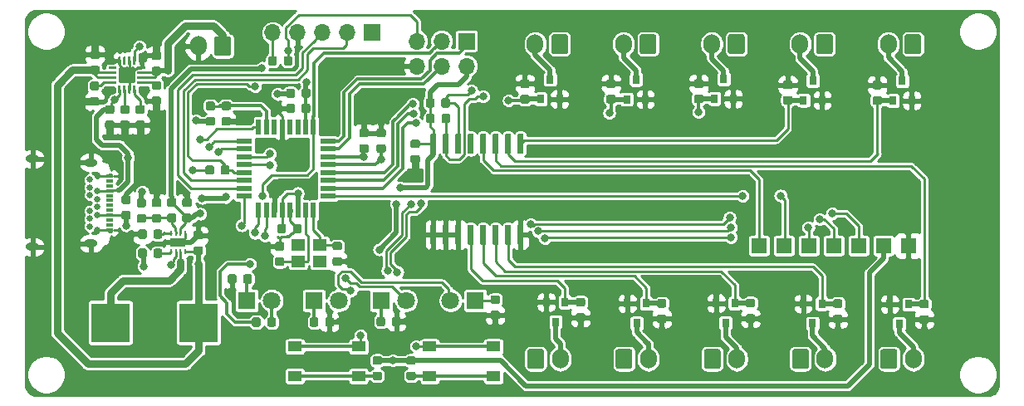
<source format=gbr>
G04 #@! TF.GenerationSoftware,KiCad,Pcbnew,(5.1.4-0)*
G04 #@! TF.CreationDate,2021-11-23T15:15:16+03:00*
G04 #@! TF.ProjectId,exercise_drop_tubes,65786572-6369-4736-955f-64726f705f74,rev?*
G04 #@! TF.SameCoordinates,Original*
G04 #@! TF.FileFunction,Copper,L1,Top*
G04 #@! TF.FilePolarity,Positive*
%FSLAX46Y46*%
G04 Gerber Fmt 4.6, Leading zero omitted, Abs format (unit mm)*
G04 Created by KiCad (PCBNEW (5.1.4-0)) date 2021-11-23 15:15:16*
%MOMM*%
%LPD*%
G04 APERTURE LIST*
%ADD10R,1.600000X1.600000*%
%ADD11C,0.100000*%
%ADD12C,0.875000*%
%ADD13R,1.700000X1.700000*%
%ADD14O,1.700000X1.700000*%
%ADD15R,4.000000X4.000000*%
%ADD16R,0.800000X0.900000*%
%ADD17R,0.250000X0.500000*%
%ADD18R,1.600000X0.900000*%
%ADD19C,1.680000*%
%ADD20C,0.500000*%
%ADD21C,0.250000*%
%ADD22R,0.550000X1.600000*%
%ADD23R,1.600000X0.550000*%
%ADD24C,0.600000*%
%ADD25R,1.400000X1.200000*%
%ADD26R,1.800000X1.800000*%
%ADD27C,1.800000*%
%ADD28O,1.400000X0.800000*%
%ADD29R,0.700000X0.300000*%
%ADD30C,0.650000*%
%ADD31O,1.700000X2.000000*%
%ADD32C,1.700000*%
%ADD33R,1.400000X1.100000*%
%ADD34C,0.800000*%
%ADD35C,0.250000*%
%ADD36C,0.508000*%
%ADD37C,0.762000*%
%ADD38C,0.304800*%
%ADD39C,0.254000*%
G04 APERTURE END LIST*
D10*
X156160000Y-100850000D03*
X158700000Y-100850000D03*
X161240000Y-100850000D03*
X163780000Y-100850000D03*
X166320000Y-100850000D03*
X168860000Y-100850000D03*
X171400000Y-100850000D03*
D11*
G36*
X99277691Y-100926053D02*
G01*
X99298926Y-100929203D01*
X99319750Y-100934419D01*
X99339962Y-100941651D01*
X99359368Y-100950830D01*
X99377781Y-100961866D01*
X99395024Y-100974654D01*
X99410930Y-100989070D01*
X99425346Y-101004976D01*
X99438134Y-101022219D01*
X99449170Y-101040632D01*
X99458349Y-101060038D01*
X99465581Y-101080250D01*
X99470797Y-101101074D01*
X99473947Y-101122309D01*
X99475000Y-101143750D01*
X99475000Y-101581250D01*
X99473947Y-101602691D01*
X99470797Y-101623926D01*
X99465581Y-101644750D01*
X99458349Y-101664962D01*
X99449170Y-101684368D01*
X99438134Y-101702781D01*
X99425346Y-101720024D01*
X99410930Y-101735930D01*
X99395024Y-101750346D01*
X99377781Y-101763134D01*
X99359368Y-101774170D01*
X99339962Y-101783349D01*
X99319750Y-101790581D01*
X99298926Y-101795797D01*
X99277691Y-101798947D01*
X99256250Y-101800000D01*
X98743750Y-101800000D01*
X98722309Y-101798947D01*
X98701074Y-101795797D01*
X98680250Y-101790581D01*
X98660038Y-101783349D01*
X98640632Y-101774170D01*
X98622219Y-101763134D01*
X98604976Y-101750346D01*
X98589070Y-101735930D01*
X98574654Y-101720024D01*
X98561866Y-101702781D01*
X98550830Y-101684368D01*
X98541651Y-101664962D01*
X98534419Y-101644750D01*
X98529203Y-101623926D01*
X98526053Y-101602691D01*
X98525000Y-101581250D01*
X98525000Y-101143750D01*
X98526053Y-101122309D01*
X98529203Y-101101074D01*
X98534419Y-101080250D01*
X98541651Y-101060038D01*
X98550830Y-101040632D01*
X98561866Y-101022219D01*
X98574654Y-101004976D01*
X98589070Y-100989070D01*
X98604976Y-100974654D01*
X98622219Y-100961866D01*
X98640632Y-100950830D01*
X98660038Y-100941651D01*
X98680250Y-100934419D01*
X98701074Y-100929203D01*
X98722309Y-100926053D01*
X98743750Y-100925000D01*
X99256250Y-100925000D01*
X99277691Y-100926053D01*
X99277691Y-100926053D01*
G37*
D12*
X99000000Y-101362500D03*
D11*
G36*
X99277691Y-99351053D02*
G01*
X99298926Y-99354203D01*
X99319750Y-99359419D01*
X99339962Y-99366651D01*
X99359368Y-99375830D01*
X99377781Y-99386866D01*
X99395024Y-99399654D01*
X99410930Y-99414070D01*
X99425346Y-99429976D01*
X99438134Y-99447219D01*
X99449170Y-99465632D01*
X99458349Y-99485038D01*
X99465581Y-99505250D01*
X99470797Y-99526074D01*
X99473947Y-99547309D01*
X99475000Y-99568750D01*
X99475000Y-100006250D01*
X99473947Y-100027691D01*
X99470797Y-100048926D01*
X99465581Y-100069750D01*
X99458349Y-100089962D01*
X99449170Y-100109368D01*
X99438134Y-100127781D01*
X99425346Y-100145024D01*
X99410930Y-100160930D01*
X99395024Y-100175346D01*
X99377781Y-100188134D01*
X99359368Y-100199170D01*
X99339962Y-100208349D01*
X99319750Y-100215581D01*
X99298926Y-100220797D01*
X99277691Y-100223947D01*
X99256250Y-100225000D01*
X98743750Y-100225000D01*
X98722309Y-100223947D01*
X98701074Y-100220797D01*
X98680250Y-100215581D01*
X98660038Y-100208349D01*
X98640632Y-100199170D01*
X98622219Y-100188134D01*
X98604976Y-100175346D01*
X98589070Y-100160930D01*
X98574654Y-100145024D01*
X98561866Y-100127781D01*
X98550830Y-100109368D01*
X98541651Y-100089962D01*
X98534419Y-100069750D01*
X98529203Y-100048926D01*
X98526053Y-100027691D01*
X98525000Y-100006250D01*
X98525000Y-99568750D01*
X98526053Y-99547309D01*
X98529203Y-99526074D01*
X98534419Y-99505250D01*
X98541651Y-99485038D01*
X98550830Y-99465632D01*
X98561866Y-99447219D01*
X98574654Y-99429976D01*
X98589070Y-99414070D01*
X98604976Y-99399654D01*
X98622219Y-99386866D01*
X98640632Y-99375830D01*
X98660038Y-99366651D01*
X98680250Y-99359419D01*
X98701074Y-99354203D01*
X98722309Y-99351053D01*
X98743750Y-99350000D01*
X99256250Y-99350000D01*
X99277691Y-99351053D01*
X99277691Y-99351053D01*
G37*
D12*
X99000000Y-99787500D03*
D11*
G36*
X91927691Y-97313553D02*
G01*
X91948926Y-97316703D01*
X91969750Y-97321919D01*
X91989962Y-97329151D01*
X92009368Y-97338330D01*
X92027781Y-97349366D01*
X92045024Y-97362154D01*
X92060930Y-97376570D01*
X92075346Y-97392476D01*
X92088134Y-97409719D01*
X92099170Y-97428132D01*
X92108349Y-97447538D01*
X92115581Y-97467750D01*
X92120797Y-97488574D01*
X92123947Y-97509809D01*
X92125000Y-97531250D01*
X92125000Y-97968750D01*
X92123947Y-97990191D01*
X92120797Y-98011426D01*
X92115581Y-98032250D01*
X92108349Y-98052462D01*
X92099170Y-98071868D01*
X92088134Y-98090281D01*
X92075346Y-98107524D01*
X92060930Y-98123430D01*
X92045024Y-98137846D01*
X92027781Y-98150634D01*
X92009368Y-98161670D01*
X91989962Y-98170849D01*
X91969750Y-98178081D01*
X91948926Y-98183297D01*
X91927691Y-98186447D01*
X91906250Y-98187500D01*
X91393750Y-98187500D01*
X91372309Y-98186447D01*
X91351074Y-98183297D01*
X91330250Y-98178081D01*
X91310038Y-98170849D01*
X91290632Y-98161670D01*
X91272219Y-98150634D01*
X91254976Y-98137846D01*
X91239070Y-98123430D01*
X91224654Y-98107524D01*
X91211866Y-98090281D01*
X91200830Y-98071868D01*
X91191651Y-98052462D01*
X91184419Y-98032250D01*
X91179203Y-98011426D01*
X91176053Y-97990191D01*
X91175000Y-97968750D01*
X91175000Y-97531250D01*
X91176053Y-97509809D01*
X91179203Y-97488574D01*
X91184419Y-97467750D01*
X91191651Y-97447538D01*
X91200830Y-97428132D01*
X91211866Y-97409719D01*
X91224654Y-97392476D01*
X91239070Y-97376570D01*
X91254976Y-97362154D01*
X91272219Y-97349366D01*
X91290632Y-97338330D01*
X91310038Y-97329151D01*
X91330250Y-97321919D01*
X91351074Y-97316703D01*
X91372309Y-97313553D01*
X91393750Y-97312500D01*
X91906250Y-97312500D01*
X91927691Y-97313553D01*
X91927691Y-97313553D01*
G37*
D12*
X91650000Y-97750000D03*
D11*
G36*
X91927691Y-95738553D02*
G01*
X91948926Y-95741703D01*
X91969750Y-95746919D01*
X91989962Y-95754151D01*
X92009368Y-95763330D01*
X92027781Y-95774366D01*
X92045024Y-95787154D01*
X92060930Y-95801570D01*
X92075346Y-95817476D01*
X92088134Y-95834719D01*
X92099170Y-95853132D01*
X92108349Y-95872538D01*
X92115581Y-95892750D01*
X92120797Y-95913574D01*
X92123947Y-95934809D01*
X92125000Y-95956250D01*
X92125000Y-96393750D01*
X92123947Y-96415191D01*
X92120797Y-96436426D01*
X92115581Y-96457250D01*
X92108349Y-96477462D01*
X92099170Y-96496868D01*
X92088134Y-96515281D01*
X92075346Y-96532524D01*
X92060930Y-96548430D01*
X92045024Y-96562846D01*
X92027781Y-96575634D01*
X92009368Y-96586670D01*
X91989962Y-96595849D01*
X91969750Y-96603081D01*
X91948926Y-96608297D01*
X91927691Y-96611447D01*
X91906250Y-96612500D01*
X91393750Y-96612500D01*
X91372309Y-96611447D01*
X91351074Y-96608297D01*
X91330250Y-96603081D01*
X91310038Y-96595849D01*
X91290632Y-96586670D01*
X91272219Y-96575634D01*
X91254976Y-96562846D01*
X91239070Y-96548430D01*
X91224654Y-96532524D01*
X91211866Y-96515281D01*
X91200830Y-96496868D01*
X91191651Y-96477462D01*
X91184419Y-96457250D01*
X91179203Y-96436426D01*
X91176053Y-96415191D01*
X91175000Y-96393750D01*
X91175000Y-95956250D01*
X91176053Y-95934809D01*
X91179203Y-95913574D01*
X91184419Y-95892750D01*
X91191651Y-95872538D01*
X91200830Y-95853132D01*
X91211866Y-95834719D01*
X91224654Y-95817476D01*
X91239070Y-95801570D01*
X91254976Y-95787154D01*
X91272219Y-95774366D01*
X91290632Y-95763330D01*
X91310038Y-95754151D01*
X91330250Y-95746919D01*
X91351074Y-95741703D01*
X91372309Y-95738553D01*
X91393750Y-95737500D01*
X91906250Y-95737500D01*
X91927691Y-95738553D01*
X91927691Y-95738553D01*
G37*
D12*
X91650000Y-96175000D03*
D11*
G36*
X90252691Y-88101053D02*
G01*
X90273926Y-88104203D01*
X90294750Y-88109419D01*
X90314962Y-88116651D01*
X90334368Y-88125830D01*
X90352781Y-88136866D01*
X90370024Y-88149654D01*
X90385930Y-88164070D01*
X90400346Y-88179976D01*
X90413134Y-88197219D01*
X90424170Y-88215632D01*
X90433349Y-88235038D01*
X90440581Y-88255250D01*
X90445797Y-88276074D01*
X90448947Y-88297309D01*
X90450000Y-88318750D01*
X90450000Y-88756250D01*
X90448947Y-88777691D01*
X90445797Y-88798926D01*
X90440581Y-88819750D01*
X90433349Y-88839962D01*
X90424170Y-88859368D01*
X90413134Y-88877781D01*
X90400346Y-88895024D01*
X90385930Y-88910930D01*
X90370024Y-88925346D01*
X90352781Y-88938134D01*
X90334368Y-88949170D01*
X90314962Y-88958349D01*
X90294750Y-88965581D01*
X90273926Y-88970797D01*
X90252691Y-88973947D01*
X90231250Y-88975000D01*
X89718750Y-88975000D01*
X89697309Y-88973947D01*
X89676074Y-88970797D01*
X89655250Y-88965581D01*
X89635038Y-88958349D01*
X89615632Y-88949170D01*
X89597219Y-88938134D01*
X89579976Y-88925346D01*
X89564070Y-88910930D01*
X89549654Y-88895024D01*
X89536866Y-88877781D01*
X89525830Y-88859368D01*
X89516651Y-88839962D01*
X89509419Y-88819750D01*
X89504203Y-88798926D01*
X89501053Y-88777691D01*
X89500000Y-88756250D01*
X89500000Y-88318750D01*
X89501053Y-88297309D01*
X89504203Y-88276074D01*
X89509419Y-88255250D01*
X89516651Y-88235038D01*
X89525830Y-88215632D01*
X89536866Y-88197219D01*
X89549654Y-88179976D01*
X89564070Y-88164070D01*
X89579976Y-88149654D01*
X89597219Y-88136866D01*
X89615632Y-88125830D01*
X89635038Y-88116651D01*
X89655250Y-88109419D01*
X89676074Y-88104203D01*
X89697309Y-88101053D01*
X89718750Y-88100000D01*
X90231250Y-88100000D01*
X90252691Y-88101053D01*
X90252691Y-88101053D01*
G37*
D12*
X89975000Y-88537500D03*
D11*
G36*
X90252691Y-86526053D02*
G01*
X90273926Y-86529203D01*
X90294750Y-86534419D01*
X90314962Y-86541651D01*
X90334368Y-86550830D01*
X90352781Y-86561866D01*
X90370024Y-86574654D01*
X90385930Y-86589070D01*
X90400346Y-86604976D01*
X90413134Y-86622219D01*
X90424170Y-86640632D01*
X90433349Y-86660038D01*
X90440581Y-86680250D01*
X90445797Y-86701074D01*
X90448947Y-86722309D01*
X90450000Y-86743750D01*
X90450000Y-87181250D01*
X90448947Y-87202691D01*
X90445797Y-87223926D01*
X90440581Y-87244750D01*
X90433349Y-87264962D01*
X90424170Y-87284368D01*
X90413134Y-87302781D01*
X90400346Y-87320024D01*
X90385930Y-87335930D01*
X90370024Y-87350346D01*
X90352781Y-87363134D01*
X90334368Y-87374170D01*
X90314962Y-87383349D01*
X90294750Y-87390581D01*
X90273926Y-87395797D01*
X90252691Y-87398947D01*
X90231250Y-87400000D01*
X89718750Y-87400000D01*
X89697309Y-87398947D01*
X89676074Y-87395797D01*
X89655250Y-87390581D01*
X89635038Y-87383349D01*
X89615632Y-87374170D01*
X89597219Y-87363134D01*
X89579976Y-87350346D01*
X89564070Y-87335930D01*
X89549654Y-87320024D01*
X89536866Y-87302781D01*
X89525830Y-87284368D01*
X89516651Y-87264962D01*
X89509419Y-87244750D01*
X89504203Y-87223926D01*
X89501053Y-87202691D01*
X89500000Y-87181250D01*
X89500000Y-86743750D01*
X89501053Y-86722309D01*
X89504203Y-86701074D01*
X89509419Y-86680250D01*
X89516651Y-86660038D01*
X89525830Y-86640632D01*
X89536866Y-86622219D01*
X89549654Y-86604976D01*
X89564070Y-86589070D01*
X89579976Y-86574654D01*
X89597219Y-86561866D01*
X89615632Y-86550830D01*
X89635038Y-86541651D01*
X89655250Y-86534419D01*
X89676074Y-86529203D01*
X89697309Y-86526053D01*
X89718750Y-86525000D01*
X90231250Y-86525000D01*
X90252691Y-86526053D01*
X90252691Y-86526053D01*
G37*
D12*
X89975000Y-86962500D03*
D11*
G36*
X96577691Y-97588553D02*
G01*
X96598926Y-97591703D01*
X96619750Y-97596919D01*
X96639962Y-97604151D01*
X96659368Y-97613330D01*
X96677781Y-97624366D01*
X96695024Y-97637154D01*
X96710930Y-97651570D01*
X96725346Y-97667476D01*
X96738134Y-97684719D01*
X96749170Y-97703132D01*
X96758349Y-97722538D01*
X96765581Y-97742750D01*
X96770797Y-97763574D01*
X96773947Y-97784809D01*
X96775000Y-97806250D01*
X96775000Y-98243750D01*
X96773947Y-98265191D01*
X96770797Y-98286426D01*
X96765581Y-98307250D01*
X96758349Y-98327462D01*
X96749170Y-98346868D01*
X96738134Y-98365281D01*
X96725346Y-98382524D01*
X96710930Y-98398430D01*
X96695024Y-98412846D01*
X96677781Y-98425634D01*
X96659368Y-98436670D01*
X96639962Y-98445849D01*
X96619750Y-98453081D01*
X96598926Y-98458297D01*
X96577691Y-98461447D01*
X96556250Y-98462500D01*
X96043750Y-98462500D01*
X96022309Y-98461447D01*
X96001074Y-98458297D01*
X95980250Y-98453081D01*
X95960038Y-98445849D01*
X95940632Y-98436670D01*
X95922219Y-98425634D01*
X95904976Y-98412846D01*
X95889070Y-98398430D01*
X95874654Y-98382524D01*
X95861866Y-98365281D01*
X95850830Y-98346868D01*
X95841651Y-98327462D01*
X95834419Y-98307250D01*
X95829203Y-98286426D01*
X95826053Y-98265191D01*
X95825000Y-98243750D01*
X95825000Y-97806250D01*
X95826053Y-97784809D01*
X95829203Y-97763574D01*
X95834419Y-97742750D01*
X95841651Y-97722538D01*
X95850830Y-97703132D01*
X95861866Y-97684719D01*
X95874654Y-97667476D01*
X95889070Y-97651570D01*
X95904976Y-97637154D01*
X95922219Y-97624366D01*
X95940632Y-97613330D01*
X95960038Y-97604151D01*
X95980250Y-97596919D01*
X96001074Y-97591703D01*
X96022309Y-97588553D01*
X96043750Y-97587500D01*
X96556250Y-97587500D01*
X96577691Y-97588553D01*
X96577691Y-97588553D01*
G37*
D12*
X96300000Y-98025000D03*
D11*
G36*
X96577691Y-96013553D02*
G01*
X96598926Y-96016703D01*
X96619750Y-96021919D01*
X96639962Y-96029151D01*
X96659368Y-96038330D01*
X96677781Y-96049366D01*
X96695024Y-96062154D01*
X96710930Y-96076570D01*
X96725346Y-96092476D01*
X96738134Y-96109719D01*
X96749170Y-96128132D01*
X96758349Y-96147538D01*
X96765581Y-96167750D01*
X96770797Y-96188574D01*
X96773947Y-96209809D01*
X96775000Y-96231250D01*
X96775000Y-96668750D01*
X96773947Y-96690191D01*
X96770797Y-96711426D01*
X96765581Y-96732250D01*
X96758349Y-96752462D01*
X96749170Y-96771868D01*
X96738134Y-96790281D01*
X96725346Y-96807524D01*
X96710930Y-96823430D01*
X96695024Y-96837846D01*
X96677781Y-96850634D01*
X96659368Y-96861670D01*
X96639962Y-96870849D01*
X96619750Y-96878081D01*
X96598926Y-96883297D01*
X96577691Y-96886447D01*
X96556250Y-96887500D01*
X96043750Y-96887500D01*
X96022309Y-96886447D01*
X96001074Y-96883297D01*
X95980250Y-96878081D01*
X95960038Y-96870849D01*
X95940632Y-96861670D01*
X95922219Y-96850634D01*
X95904976Y-96837846D01*
X95889070Y-96823430D01*
X95874654Y-96807524D01*
X95861866Y-96790281D01*
X95850830Y-96771868D01*
X95841651Y-96752462D01*
X95834419Y-96732250D01*
X95829203Y-96711426D01*
X95826053Y-96690191D01*
X95825000Y-96668750D01*
X95825000Y-96231250D01*
X95826053Y-96209809D01*
X95829203Y-96188574D01*
X95834419Y-96167750D01*
X95841651Y-96147538D01*
X95850830Y-96128132D01*
X95861866Y-96109719D01*
X95874654Y-96092476D01*
X95889070Y-96076570D01*
X95904976Y-96062154D01*
X95922219Y-96049366D01*
X95940632Y-96038330D01*
X95960038Y-96029151D01*
X95980250Y-96021919D01*
X96001074Y-96016703D01*
X96022309Y-96013553D01*
X96043750Y-96012500D01*
X96556250Y-96012500D01*
X96577691Y-96013553D01*
X96577691Y-96013553D01*
G37*
D12*
X96300000Y-96450000D03*
D11*
G36*
X95002691Y-81038553D02*
G01*
X95023926Y-81041703D01*
X95044750Y-81046919D01*
X95064962Y-81054151D01*
X95084368Y-81063330D01*
X95102781Y-81074366D01*
X95120024Y-81087154D01*
X95135930Y-81101570D01*
X95150346Y-81117476D01*
X95163134Y-81134719D01*
X95174170Y-81153132D01*
X95183349Y-81172538D01*
X95190581Y-81192750D01*
X95195797Y-81213574D01*
X95198947Y-81234809D01*
X95200000Y-81256250D01*
X95200000Y-81693750D01*
X95198947Y-81715191D01*
X95195797Y-81736426D01*
X95190581Y-81757250D01*
X95183349Y-81777462D01*
X95174170Y-81796868D01*
X95163134Y-81815281D01*
X95150346Y-81832524D01*
X95135930Y-81848430D01*
X95120024Y-81862846D01*
X95102781Y-81875634D01*
X95084368Y-81886670D01*
X95064962Y-81895849D01*
X95044750Y-81903081D01*
X95023926Y-81908297D01*
X95002691Y-81911447D01*
X94981250Y-81912500D01*
X94468750Y-81912500D01*
X94447309Y-81911447D01*
X94426074Y-81908297D01*
X94405250Y-81903081D01*
X94385038Y-81895849D01*
X94365632Y-81886670D01*
X94347219Y-81875634D01*
X94329976Y-81862846D01*
X94314070Y-81848430D01*
X94299654Y-81832524D01*
X94286866Y-81815281D01*
X94275830Y-81796868D01*
X94266651Y-81777462D01*
X94259419Y-81757250D01*
X94254203Y-81736426D01*
X94251053Y-81715191D01*
X94250000Y-81693750D01*
X94250000Y-81256250D01*
X94251053Y-81234809D01*
X94254203Y-81213574D01*
X94259419Y-81192750D01*
X94266651Y-81172538D01*
X94275830Y-81153132D01*
X94286866Y-81134719D01*
X94299654Y-81117476D01*
X94314070Y-81101570D01*
X94329976Y-81087154D01*
X94347219Y-81074366D01*
X94365632Y-81063330D01*
X94385038Y-81054151D01*
X94405250Y-81046919D01*
X94426074Y-81041703D01*
X94447309Y-81038553D01*
X94468750Y-81037500D01*
X94981250Y-81037500D01*
X95002691Y-81038553D01*
X95002691Y-81038553D01*
G37*
D12*
X94725000Y-81475000D03*
D11*
G36*
X95002691Y-82613553D02*
G01*
X95023926Y-82616703D01*
X95044750Y-82621919D01*
X95064962Y-82629151D01*
X95084368Y-82638330D01*
X95102781Y-82649366D01*
X95120024Y-82662154D01*
X95135930Y-82676570D01*
X95150346Y-82692476D01*
X95163134Y-82709719D01*
X95174170Y-82728132D01*
X95183349Y-82747538D01*
X95190581Y-82767750D01*
X95195797Y-82788574D01*
X95198947Y-82809809D01*
X95200000Y-82831250D01*
X95200000Y-83268750D01*
X95198947Y-83290191D01*
X95195797Y-83311426D01*
X95190581Y-83332250D01*
X95183349Y-83352462D01*
X95174170Y-83371868D01*
X95163134Y-83390281D01*
X95150346Y-83407524D01*
X95135930Y-83423430D01*
X95120024Y-83437846D01*
X95102781Y-83450634D01*
X95084368Y-83461670D01*
X95064962Y-83470849D01*
X95044750Y-83478081D01*
X95023926Y-83483297D01*
X95002691Y-83486447D01*
X94981250Y-83487500D01*
X94468750Y-83487500D01*
X94447309Y-83486447D01*
X94426074Y-83483297D01*
X94405250Y-83478081D01*
X94385038Y-83470849D01*
X94365632Y-83461670D01*
X94347219Y-83450634D01*
X94329976Y-83437846D01*
X94314070Y-83423430D01*
X94299654Y-83407524D01*
X94286866Y-83390281D01*
X94275830Y-83371868D01*
X94266651Y-83352462D01*
X94259419Y-83332250D01*
X94254203Y-83311426D01*
X94251053Y-83290191D01*
X94250000Y-83268750D01*
X94250000Y-82831250D01*
X94251053Y-82809809D01*
X94254203Y-82788574D01*
X94259419Y-82767750D01*
X94266651Y-82747538D01*
X94275830Y-82728132D01*
X94286866Y-82709719D01*
X94299654Y-82692476D01*
X94314070Y-82676570D01*
X94329976Y-82662154D01*
X94347219Y-82649366D01*
X94365632Y-82638330D01*
X94385038Y-82629151D01*
X94405250Y-82621919D01*
X94426074Y-82616703D01*
X94447309Y-82613553D01*
X94468750Y-82612500D01*
X94981250Y-82612500D01*
X95002691Y-82613553D01*
X95002691Y-82613553D01*
G37*
D12*
X94725000Y-83050000D03*
D11*
G36*
X98127691Y-96013553D02*
G01*
X98148926Y-96016703D01*
X98169750Y-96021919D01*
X98189962Y-96029151D01*
X98209368Y-96038330D01*
X98227781Y-96049366D01*
X98245024Y-96062154D01*
X98260930Y-96076570D01*
X98275346Y-96092476D01*
X98288134Y-96109719D01*
X98299170Y-96128132D01*
X98308349Y-96147538D01*
X98315581Y-96167750D01*
X98320797Y-96188574D01*
X98323947Y-96209809D01*
X98325000Y-96231250D01*
X98325000Y-96668750D01*
X98323947Y-96690191D01*
X98320797Y-96711426D01*
X98315581Y-96732250D01*
X98308349Y-96752462D01*
X98299170Y-96771868D01*
X98288134Y-96790281D01*
X98275346Y-96807524D01*
X98260930Y-96823430D01*
X98245024Y-96837846D01*
X98227781Y-96850634D01*
X98209368Y-96861670D01*
X98189962Y-96870849D01*
X98169750Y-96878081D01*
X98148926Y-96883297D01*
X98127691Y-96886447D01*
X98106250Y-96887500D01*
X97593750Y-96887500D01*
X97572309Y-96886447D01*
X97551074Y-96883297D01*
X97530250Y-96878081D01*
X97510038Y-96870849D01*
X97490632Y-96861670D01*
X97472219Y-96850634D01*
X97454976Y-96837846D01*
X97439070Y-96823430D01*
X97424654Y-96807524D01*
X97411866Y-96790281D01*
X97400830Y-96771868D01*
X97391651Y-96752462D01*
X97384419Y-96732250D01*
X97379203Y-96711426D01*
X97376053Y-96690191D01*
X97375000Y-96668750D01*
X97375000Y-96231250D01*
X97376053Y-96209809D01*
X97379203Y-96188574D01*
X97384419Y-96167750D01*
X97391651Y-96147538D01*
X97400830Y-96128132D01*
X97411866Y-96109719D01*
X97424654Y-96092476D01*
X97439070Y-96076570D01*
X97454976Y-96062154D01*
X97472219Y-96049366D01*
X97490632Y-96038330D01*
X97510038Y-96029151D01*
X97530250Y-96021919D01*
X97551074Y-96016703D01*
X97572309Y-96013553D01*
X97593750Y-96012500D01*
X98106250Y-96012500D01*
X98127691Y-96013553D01*
X98127691Y-96013553D01*
G37*
D12*
X97850000Y-96450000D03*
D11*
G36*
X98127691Y-97588553D02*
G01*
X98148926Y-97591703D01*
X98169750Y-97596919D01*
X98189962Y-97604151D01*
X98209368Y-97613330D01*
X98227781Y-97624366D01*
X98245024Y-97637154D01*
X98260930Y-97651570D01*
X98275346Y-97667476D01*
X98288134Y-97684719D01*
X98299170Y-97703132D01*
X98308349Y-97722538D01*
X98315581Y-97742750D01*
X98320797Y-97763574D01*
X98323947Y-97784809D01*
X98325000Y-97806250D01*
X98325000Y-98243750D01*
X98323947Y-98265191D01*
X98320797Y-98286426D01*
X98315581Y-98307250D01*
X98308349Y-98327462D01*
X98299170Y-98346868D01*
X98288134Y-98365281D01*
X98275346Y-98382524D01*
X98260930Y-98398430D01*
X98245024Y-98412846D01*
X98227781Y-98425634D01*
X98209368Y-98436670D01*
X98189962Y-98445849D01*
X98169750Y-98453081D01*
X98148926Y-98458297D01*
X98127691Y-98461447D01*
X98106250Y-98462500D01*
X97593750Y-98462500D01*
X97572309Y-98461447D01*
X97551074Y-98458297D01*
X97530250Y-98453081D01*
X97510038Y-98445849D01*
X97490632Y-98436670D01*
X97472219Y-98425634D01*
X97454976Y-98412846D01*
X97439070Y-98398430D01*
X97424654Y-98382524D01*
X97411866Y-98365281D01*
X97400830Y-98346868D01*
X97391651Y-98327462D01*
X97384419Y-98307250D01*
X97379203Y-98286426D01*
X97376053Y-98265191D01*
X97375000Y-98243750D01*
X97375000Y-97806250D01*
X97376053Y-97784809D01*
X97379203Y-97763574D01*
X97384419Y-97742750D01*
X97391651Y-97722538D01*
X97400830Y-97703132D01*
X97411866Y-97684719D01*
X97424654Y-97667476D01*
X97439070Y-97651570D01*
X97454976Y-97637154D01*
X97472219Y-97624366D01*
X97490632Y-97613330D01*
X97510038Y-97604151D01*
X97530250Y-97596919D01*
X97551074Y-97591703D01*
X97572309Y-97588553D01*
X97593750Y-97587500D01*
X98106250Y-97587500D01*
X98127691Y-97588553D01*
X98127691Y-97588553D01*
G37*
D12*
X97850000Y-98025000D03*
D11*
G36*
X88752691Y-82513553D02*
G01*
X88773926Y-82516703D01*
X88794750Y-82521919D01*
X88814962Y-82529151D01*
X88834368Y-82538330D01*
X88852781Y-82549366D01*
X88870024Y-82562154D01*
X88885930Y-82576570D01*
X88900346Y-82592476D01*
X88913134Y-82609719D01*
X88924170Y-82628132D01*
X88933349Y-82647538D01*
X88940581Y-82667750D01*
X88945797Y-82688574D01*
X88948947Y-82709809D01*
X88950000Y-82731250D01*
X88950000Y-83168750D01*
X88948947Y-83190191D01*
X88945797Y-83211426D01*
X88940581Y-83232250D01*
X88933349Y-83252462D01*
X88924170Y-83271868D01*
X88913134Y-83290281D01*
X88900346Y-83307524D01*
X88885930Y-83323430D01*
X88870024Y-83337846D01*
X88852781Y-83350634D01*
X88834368Y-83361670D01*
X88814962Y-83370849D01*
X88794750Y-83378081D01*
X88773926Y-83383297D01*
X88752691Y-83386447D01*
X88731250Y-83387500D01*
X88218750Y-83387500D01*
X88197309Y-83386447D01*
X88176074Y-83383297D01*
X88155250Y-83378081D01*
X88135038Y-83370849D01*
X88115632Y-83361670D01*
X88097219Y-83350634D01*
X88079976Y-83337846D01*
X88064070Y-83323430D01*
X88049654Y-83307524D01*
X88036866Y-83290281D01*
X88025830Y-83271868D01*
X88016651Y-83252462D01*
X88009419Y-83232250D01*
X88004203Y-83211426D01*
X88001053Y-83190191D01*
X88000000Y-83168750D01*
X88000000Y-82731250D01*
X88001053Y-82709809D01*
X88004203Y-82688574D01*
X88009419Y-82667750D01*
X88016651Y-82647538D01*
X88025830Y-82628132D01*
X88036866Y-82609719D01*
X88049654Y-82592476D01*
X88064070Y-82576570D01*
X88079976Y-82562154D01*
X88097219Y-82549366D01*
X88115632Y-82538330D01*
X88135038Y-82529151D01*
X88155250Y-82521919D01*
X88176074Y-82516703D01*
X88197309Y-82513553D01*
X88218750Y-82512500D01*
X88731250Y-82512500D01*
X88752691Y-82513553D01*
X88752691Y-82513553D01*
G37*
D12*
X88475000Y-82950000D03*
D11*
G36*
X88752691Y-80938553D02*
G01*
X88773926Y-80941703D01*
X88794750Y-80946919D01*
X88814962Y-80954151D01*
X88834368Y-80963330D01*
X88852781Y-80974366D01*
X88870024Y-80987154D01*
X88885930Y-81001570D01*
X88900346Y-81017476D01*
X88913134Y-81034719D01*
X88924170Y-81053132D01*
X88933349Y-81072538D01*
X88940581Y-81092750D01*
X88945797Y-81113574D01*
X88948947Y-81134809D01*
X88950000Y-81156250D01*
X88950000Y-81593750D01*
X88948947Y-81615191D01*
X88945797Y-81636426D01*
X88940581Y-81657250D01*
X88933349Y-81677462D01*
X88924170Y-81696868D01*
X88913134Y-81715281D01*
X88900346Y-81732524D01*
X88885930Y-81748430D01*
X88870024Y-81762846D01*
X88852781Y-81775634D01*
X88834368Y-81786670D01*
X88814962Y-81795849D01*
X88794750Y-81803081D01*
X88773926Y-81808297D01*
X88752691Y-81811447D01*
X88731250Y-81812500D01*
X88218750Y-81812500D01*
X88197309Y-81811447D01*
X88176074Y-81808297D01*
X88155250Y-81803081D01*
X88135038Y-81795849D01*
X88115632Y-81786670D01*
X88097219Y-81775634D01*
X88079976Y-81762846D01*
X88064070Y-81748430D01*
X88049654Y-81732524D01*
X88036866Y-81715281D01*
X88025830Y-81696868D01*
X88016651Y-81677462D01*
X88009419Y-81657250D01*
X88004203Y-81636426D01*
X88001053Y-81615191D01*
X88000000Y-81593750D01*
X88000000Y-81156250D01*
X88001053Y-81134809D01*
X88004203Y-81113574D01*
X88009419Y-81092750D01*
X88016651Y-81072538D01*
X88025830Y-81053132D01*
X88036866Y-81034719D01*
X88049654Y-81017476D01*
X88064070Y-81001570D01*
X88079976Y-80987154D01*
X88097219Y-80974366D01*
X88115632Y-80963330D01*
X88135038Y-80954151D01*
X88155250Y-80946919D01*
X88176074Y-80941703D01*
X88197309Y-80938553D01*
X88218750Y-80937500D01*
X88731250Y-80937500D01*
X88752691Y-80938553D01*
X88752691Y-80938553D01*
G37*
D12*
X88475000Y-81375000D03*
D11*
G36*
X107577691Y-102051053D02*
G01*
X107598926Y-102054203D01*
X107619750Y-102059419D01*
X107639962Y-102066651D01*
X107659368Y-102075830D01*
X107677781Y-102086866D01*
X107695024Y-102099654D01*
X107710930Y-102114070D01*
X107725346Y-102129976D01*
X107738134Y-102147219D01*
X107749170Y-102165632D01*
X107758349Y-102185038D01*
X107765581Y-102205250D01*
X107770797Y-102226074D01*
X107773947Y-102247309D01*
X107775000Y-102268750D01*
X107775000Y-102706250D01*
X107773947Y-102727691D01*
X107770797Y-102748926D01*
X107765581Y-102769750D01*
X107758349Y-102789962D01*
X107749170Y-102809368D01*
X107738134Y-102827781D01*
X107725346Y-102845024D01*
X107710930Y-102860930D01*
X107695024Y-102875346D01*
X107677781Y-102888134D01*
X107659368Y-102899170D01*
X107639962Y-102908349D01*
X107619750Y-102915581D01*
X107598926Y-102920797D01*
X107577691Y-102923947D01*
X107556250Y-102925000D01*
X107043750Y-102925000D01*
X107022309Y-102923947D01*
X107001074Y-102920797D01*
X106980250Y-102915581D01*
X106960038Y-102908349D01*
X106940632Y-102899170D01*
X106922219Y-102888134D01*
X106904976Y-102875346D01*
X106889070Y-102860930D01*
X106874654Y-102845024D01*
X106861866Y-102827781D01*
X106850830Y-102809368D01*
X106841651Y-102789962D01*
X106834419Y-102769750D01*
X106829203Y-102748926D01*
X106826053Y-102727691D01*
X106825000Y-102706250D01*
X106825000Y-102268750D01*
X106826053Y-102247309D01*
X106829203Y-102226074D01*
X106834419Y-102205250D01*
X106841651Y-102185038D01*
X106850830Y-102165632D01*
X106861866Y-102147219D01*
X106874654Y-102129976D01*
X106889070Y-102114070D01*
X106904976Y-102099654D01*
X106922219Y-102086866D01*
X106940632Y-102075830D01*
X106960038Y-102066651D01*
X106980250Y-102059419D01*
X107001074Y-102054203D01*
X107022309Y-102051053D01*
X107043750Y-102050000D01*
X107556250Y-102050000D01*
X107577691Y-102051053D01*
X107577691Y-102051053D01*
G37*
D12*
X107300000Y-102487500D03*
D11*
G36*
X107577691Y-100476053D02*
G01*
X107598926Y-100479203D01*
X107619750Y-100484419D01*
X107639962Y-100491651D01*
X107659368Y-100500830D01*
X107677781Y-100511866D01*
X107695024Y-100524654D01*
X107710930Y-100539070D01*
X107725346Y-100554976D01*
X107738134Y-100572219D01*
X107749170Y-100590632D01*
X107758349Y-100610038D01*
X107765581Y-100630250D01*
X107770797Y-100651074D01*
X107773947Y-100672309D01*
X107775000Y-100693750D01*
X107775000Y-101131250D01*
X107773947Y-101152691D01*
X107770797Y-101173926D01*
X107765581Y-101194750D01*
X107758349Y-101214962D01*
X107749170Y-101234368D01*
X107738134Y-101252781D01*
X107725346Y-101270024D01*
X107710930Y-101285930D01*
X107695024Y-101300346D01*
X107677781Y-101313134D01*
X107659368Y-101324170D01*
X107639962Y-101333349D01*
X107619750Y-101340581D01*
X107598926Y-101345797D01*
X107577691Y-101348947D01*
X107556250Y-101350000D01*
X107043750Y-101350000D01*
X107022309Y-101348947D01*
X107001074Y-101345797D01*
X106980250Y-101340581D01*
X106960038Y-101333349D01*
X106940632Y-101324170D01*
X106922219Y-101313134D01*
X106904976Y-101300346D01*
X106889070Y-101285930D01*
X106874654Y-101270024D01*
X106861866Y-101252781D01*
X106850830Y-101234368D01*
X106841651Y-101214962D01*
X106834419Y-101194750D01*
X106829203Y-101173926D01*
X106826053Y-101152691D01*
X106825000Y-101131250D01*
X106825000Y-100693750D01*
X106826053Y-100672309D01*
X106829203Y-100651074D01*
X106834419Y-100630250D01*
X106841651Y-100610038D01*
X106850830Y-100590632D01*
X106861866Y-100572219D01*
X106874654Y-100554976D01*
X106889070Y-100539070D01*
X106904976Y-100524654D01*
X106922219Y-100511866D01*
X106940632Y-100500830D01*
X106960038Y-100491651D01*
X106980250Y-100484419D01*
X107001074Y-100479203D01*
X107022309Y-100476053D01*
X107043750Y-100475000D01*
X107556250Y-100475000D01*
X107577691Y-100476053D01*
X107577691Y-100476053D01*
G37*
D12*
X107300000Y-100912500D03*
D11*
G36*
X108390191Y-81526053D02*
G01*
X108411426Y-81529203D01*
X108432250Y-81534419D01*
X108452462Y-81541651D01*
X108471868Y-81550830D01*
X108490281Y-81561866D01*
X108507524Y-81574654D01*
X108523430Y-81589070D01*
X108537846Y-81604976D01*
X108550634Y-81622219D01*
X108561670Y-81640632D01*
X108570849Y-81660038D01*
X108578081Y-81680250D01*
X108583297Y-81701074D01*
X108586447Y-81722309D01*
X108587500Y-81743750D01*
X108587500Y-82256250D01*
X108586447Y-82277691D01*
X108583297Y-82298926D01*
X108578081Y-82319750D01*
X108570849Y-82339962D01*
X108561670Y-82359368D01*
X108550634Y-82377781D01*
X108537846Y-82395024D01*
X108523430Y-82410930D01*
X108507524Y-82425346D01*
X108490281Y-82438134D01*
X108471868Y-82449170D01*
X108452462Y-82458349D01*
X108432250Y-82465581D01*
X108411426Y-82470797D01*
X108390191Y-82473947D01*
X108368750Y-82475000D01*
X107931250Y-82475000D01*
X107909809Y-82473947D01*
X107888574Y-82470797D01*
X107867750Y-82465581D01*
X107847538Y-82458349D01*
X107828132Y-82449170D01*
X107809719Y-82438134D01*
X107792476Y-82425346D01*
X107776570Y-82410930D01*
X107762154Y-82395024D01*
X107749366Y-82377781D01*
X107738330Y-82359368D01*
X107729151Y-82339962D01*
X107721919Y-82319750D01*
X107716703Y-82298926D01*
X107713553Y-82277691D01*
X107712500Y-82256250D01*
X107712500Y-81743750D01*
X107713553Y-81722309D01*
X107716703Y-81701074D01*
X107721919Y-81680250D01*
X107729151Y-81660038D01*
X107738330Y-81640632D01*
X107749366Y-81622219D01*
X107762154Y-81604976D01*
X107776570Y-81589070D01*
X107792476Y-81574654D01*
X107809719Y-81561866D01*
X107828132Y-81550830D01*
X107847538Y-81541651D01*
X107867750Y-81534419D01*
X107888574Y-81529203D01*
X107909809Y-81526053D01*
X107931250Y-81525000D01*
X108368750Y-81525000D01*
X108390191Y-81526053D01*
X108390191Y-81526053D01*
G37*
D12*
X108150000Y-82000000D03*
D11*
G36*
X106815191Y-81526053D02*
G01*
X106836426Y-81529203D01*
X106857250Y-81534419D01*
X106877462Y-81541651D01*
X106896868Y-81550830D01*
X106915281Y-81561866D01*
X106932524Y-81574654D01*
X106948430Y-81589070D01*
X106962846Y-81604976D01*
X106975634Y-81622219D01*
X106986670Y-81640632D01*
X106995849Y-81660038D01*
X107003081Y-81680250D01*
X107008297Y-81701074D01*
X107011447Y-81722309D01*
X107012500Y-81743750D01*
X107012500Y-82256250D01*
X107011447Y-82277691D01*
X107008297Y-82298926D01*
X107003081Y-82319750D01*
X106995849Y-82339962D01*
X106986670Y-82359368D01*
X106975634Y-82377781D01*
X106962846Y-82395024D01*
X106948430Y-82410930D01*
X106932524Y-82425346D01*
X106915281Y-82438134D01*
X106896868Y-82449170D01*
X106877462Y-82458349D01*
X106857250Y-82465581D01*
X106836426Y-82470797D01*
X106815191Y-82473947D01*
X106793750Y-82475000D01*
X106356250Y-82475000D01*
X106334809Y-82473947D01*
X106313574Y-82470797D01*
X106292750Y-82465581D01*
X106272538Y-82458349D01*
X106253132Y-82449170D01*
X106234719Y-82438134D01*
X106217476Y-82425346D01*
X106201570Y-82410930D01*
X106187154Y-82395024D01*
X106174366Y-82377781D01*
X106163330Y-82359368D01*
X106154151Y-82339962D01*
X106146919Y-82319750D01*
X106141703Y-82298926D01*
X106138553Y-82277691D01*
X106137500Y-82256250D01*
X106137500Y-81743750D01*
X106138553Y-81722309D01*
X106141703Y-81701074D01*
X106146919Y-81680250D01*
X106154151Y-81660038D01*
X106163330Y-81640632D01*
X106174366Y-81622219D01*
X106187154Y-81604976D01*
X106201570Y-81589070D01*
X106217476Y-81574654D01*
X106234719Y-81561866D01*
X106253132Y-81550830D01*
X106272538Y-81541651D01*
X106292750Y-81534419D01*
X106313574Y-81529203D01*
X106334809Y-81526053D01*
X106356250Y-81525000D01*
X106793750Y-81525000D01*
X106815191Y-81526053D01*
X106815191Y-81526053D01*
G37*
D12*
X106575000Y-82000000D03*
D11*
G36*
X113452691Y-102026053D02*
G01*
X113473926Y-102029203D01*
X113494750Y-102034419D01*
X113514962Y-102041651D01*
X113534368Y-102050830D01*
X113552781Y-102061866D01*
X113570024Y-102074654D01*
X113585930Y-102089070D01*
X113600346Y-102104976D01*
X113613134Y-102122219D01*
X113624170Y-102140632D01*
X113633349Y-102160038D01*
X113640581Y-102180250D01*
X113645797Y-102201074D01*
X113648947Y-102222309D01*
X113650000Y-102243750D01*
X113650000Y-102681250D01*
X113648947Y-102702691D01*
X113645797Y-102723926D01*
X113640581Y-102744750D01*
X113633349Y-102764962D01*
X113624170Y-102784368D01*
X113613134Y-102802781D01*
X113600346Y-102820024D01*
X113585930Y-102835930D01*
X113570024Y-102850346D01*
X113552781Y-102863134D01*
X113534368Y-102874170D01*
X113514962Y-102883349D01*
X113494750Y-102890581D01*
X113473926Y-102895797D01*
X113452691Y-102898947D01*
X113431250Y-102900000D01*
X112918750Y-102900000D01*
X112897309Y-102898947D01*
X112876074Y-102895797D01*
X112855250Y-102890581D01*
X112835038Y-102883349D01*
X112815632Y-102874170D01*
X112797219Y-102863134D01*
X112779976Y-102850346D01*
X112764070Y-102835930D01*
X112749654Y-102820024D01*
X112736866Y-102802781D01*
X112725830Y-102784368D01*
X112716651Y-102764962D01*
X112709419Y-102744750D01*
X112704203Y-102723926D01*
X112701053Y-102702691D01*
X112700000Y-102681250D01*
X112700000Y-102243750D01*
X112701053Y-102222309D01*
X112704203Y-102201074D01*
X112709419Y-102180250D01*
X112716651Y-102160038D01*
X112725830Y-102140632D01*
X112736866Y-102122219D01*
X112749654Y-102104976D01*
X112764070Y-102089070D01*
X112779976Y-102074654D01*
X112797219Y-102061866D01*
X112815632Y-102050830D01*
X112835038Y-102041651D01*
X112855250Y-102034419D01*
X112876074Y-102029203D01*
X112897309Y-102026053D01*
X112918750Y-102025000D01*
X113431250Y-102025000D01*
X113452691Y-102026053D01*
X113452691Y-102026053D01*
G37*
D12*
X113175000Y-102462500D03*
D11*
G36*
X113452691Y-100451053D02*
G01*
X113473926Y-100454203D01*
X113494750Y-100459419D01*
X113514962Y-100466651D01*
X113534368Y-100475830D01*
X113552781Y-100486866D01*
X113570024Y-100499654D01*
X113585930Y-100514070D01*
X113600346Y-100529976D01*
X113613134Y-100547219D01*
X113624170Y-100565632D01*
X113633349Y-100585038D01*
X113640581Y-100605250D01*
X113645797Y-100626074D01*
X113648947Y-100647309D01*
X113650000Y-100668750D01*
X113650000Y-101106250D01*
X113648947Y-101127691D01*
X113645797Y-101148926D01*
X113640581Y-101169750D01*
X113633349Y-101189962D01*
X113624170Y-101209368D01*
X113613134Y-101227781D01*
X113600346Y-101245024D01*
X113585930Y-101260930D01*
X113570024Y-101275346D01*
X113552781Y-101288134D01*
X113534368Y-101299170D01*
X113514962Y-101308349D01*
X113494750Y-101315581D01*
X113473926Y-101320797D01*
X113452691Y-101323947D01*
X113431250Y-101325000D01*
X112918750Y-101325000D01*
X112897309Y-101323947D01*
X112876074Y-101320797D01*
X112855250Y-101315581D01*
X112835038Y-101308349D01*
X112815632Y-101299170D01*
X112797219Y-101288134D01*
X112779976Y-101275346D01*
X112764070Y-101260930D01*
X112749654Y-101245024D01*
X112736866Y-101227781D01*
X112725830Y-101209368D01*
X112716651Y-101189962D01*
X112709419Y-101169750D01*
X112704203Y-101148926D01*
X112701053Y-101127691D01*
X112700000Y-101106250D01*
X112700000Y-100668750D01*
X112701053Y-100647309D01*
X112704203Y-100626074D01*
X112709419Y-100605250D01*
X112716651Y-100585038D01*
X112725830Y-100565632D01*
X112736866Y-100547219D01*
X112749654Y-100529976D01*
X112764070Y-100514070D01*
X112779976Y-100499654D01*
X112797219Y-100486866D01*
X112815632Y-100475830D01*
X112835038Y-100466651D01*
X112855250Y-100459419D01*
X112876074Y-100454203D01*
X112897309Y-100451053D01*
X112918750Y-100450000D01*
X113431250Y-100450000D01*
X113452691Y-100451053D01*
X113452691Y-100451053D01*
G37*
D12*
X113175000Y-100887500D03*
D11*
G36*
X109327691Y-98626053D02*
G01*
X109348926Y-98629203D01*
X109369750Y-98634419D01*
X109389962Y-98641651D01*
X109409368Y-98650830D01*
X109427781Y-98661866D01*
X109445024Y-98674654D01*
X109460930Y-98689070D01*
X109475346Y-98704976D01*
X109488134Y-98722219D01*
X109499170Y-98740632D01*
X109508349Y-98760038D01*
X109515581Y-98780250D01*
X109520797Y-98801074D01*
X109523947Y-98822309D01*
X109525000Y-98843750D01*
X109525000Y-99356250D01*
X109523947Y-99377691D01*
X109520797Y-99398926D01*
X109515581Y-99419750D01*
X109508349Y-99439962D01*
X109499170Y-99459368D01*
X109488134Y-99477781D01*
X109475346Y-99495024D01*
X109460930Y-99510930D01*
X109445024Y-99525346D01*
X109427781Y-99538134D01*
X109409368Y-99549170D01*
X109389962Y-99558349D01*
X109369750Y-99565581D01*
X109348926Y-99570797D01*
X109327691Y-99573947D01*
X109306250Y-99575000D01*
X108868750Y-99575000D01*
X108847309Y-99573947D01*
X108826074Y-99570797D01*
X108805250Y-99565581D01*
X108785038Y-99558349D01*
X108765632Y-99549170D01*
X108747219Y-99538134D01*
X108729976Y-99525346D01*
X108714070Y-99510930D01*
X108699654Y-99495024D01*
X108686866Y-99477781D01*
X108675830Y-99459368D01*
X108666651Y-99439962D01*
X108659419Y-99419750D01*
X108654203Y-99398926D01*
X108651053Y-99377691D01*
X108650000Y-99356250D01*
X108650000Y-98843750D01*
X108651053Y-98822309D01*
X108654203Y-98801074D01*
X108659419Y-98780250D01*
X108666651Y-98760038D01*
X108675830Y-98740632D01*
X108686866Y-98722219D01*
X108699654Y-98704976D01*
X108714070Y-98689070D01*
X108729976Y-98674654D01*
X108747219Y-98661866D01*
X108765632Y-98650830D01*
X108785038Y-98641651D01*
X108805250Y-98634419D01*
X108826074Y-98629203D01*
X108847309Y-98626053D01*
X108868750Y-98625000D01*
X109306250Y-98625000D01*
X109327691Y-98626053D01*
X109327691Y-98626053D01*
G37*
D12*
X109087500Y-99100000D03*
D11*
G36*
X107752691Y-98626053D02*
G01*
X107773926Y-98629203D01*
X107794750Y-98634419D01*
X107814962Y-98641651D01*
X107834368Y-98650830D01*
X107852781Y-98661866D01*
X107870024Y-98674654D01*
X107885930Y-98689070D01*
X107900346Y-98704976D01*
X107913134Y-98722219D01*
X107924170Y-98740632D01*
X107933349Y-98760038D01*
X107940581Y-98780250D01*
X107945797Y-98801074D01*
X107948947Y-98822309D01*
X107950000Y-98843750D01*
X107950000Y-99356250D01*
X107948947Y-99377691D01*
X107945797Y-99398926D01*
X107940581Y-99419750D01*
X107933349Y-99439962D01*
X107924170Y-99459368D01*
X107913134Y-99477781D01*
X107900346Y-99495024D01*
X107885930Y-99510930D01*
X107870024Y-99525346D01*
X107852781Y-99538134D01*
X107834368Y-99549170D01*
X107814962Y-99558349D01*
X107794750Y-99565581D01*
X107773926Y-99570797D01*
X107752691Y-99573947D01*
X107731250Y-99575000D01*
X107293750Y-99575000D01*
X107272309Y-99573947D01*
X107251074Y-99570797D01*
X107230250Y-99565581D01*
X107210038Y-99558349D01*
X107190632Y-99549170D01*
X107172219Y-99538134D01*
X107154976Y-99525346D01*
X107139070Y-99510930D01*
X107124654Y-99495024D01*
X107111866Y-99477781D01*
X107100830Y-99459368D01*
X107091651Y-99439962D01*
X107084419Y-99419750D01*
X107079203Y-99398926D01*
X107076053Y-99377691D01*
X107075000Y-99356250D01*
X107075000Y-98843750D01*
X107076053Y-98822309D01*
X107079203Y-98801074D01*
X107084419Y-98780250D01*
X107091651Y-98760038D01*
X107100830Y-98740632D01*
X107111866Y-98722219D01*
X107124654Y-98704976D01*
X107139070Y-98689070D01*
X107154976Y-98674654D01*
X107172219Y-98661866D01*
X107190632Y-98650830D01*
X107210038Y-98641651D01*
X107230250Y-98634419D01*
X107251074Y-98629203D01*
X107272309Y-98626053D01*
X107293750Y-98625000D01*
X107731250Y-98625000D01*
X107752691Y-98626053D01*
X107752691Y-98626053D01*
G37*
D12*
X107512500Y-99100000D03*
D11*
G36*
X110227691Y-86376053D02*
G01*
X110248926Y-86379203D01*
X110269750Y-86384419D01*
X110289962Y-86391651D01*
X110309368Y-86400830D01*
X110327781Y-86411866D01*
X110345024Y-86424654D01*
X110360930Y-86439070D01*
X110375346Y-86454976D01*
X110388134Y-86472219D01*
X110399170Y-86490632D01*
X110408349Y-86510038D01*
X110415581Y-86530250D01*
X110420797Y-86551074D01*
X110423947Y-86572309D01*
X110425000Y-86593750D01*
X110425000Y-87106250D01*
X110423947Y-87127691D01*
X110420797Y-87148926D01*
X110415581Y-87169750D01*
X110408349Y-87189962D01*
X110399170Y-87209368D01*
X110388134Y-87227781D01*
X110375346Y-87245024D01*
X110360930Y-87260930D01*
X110345024Y-87275346D01*
X110327781Y-87288134D01*
X110309368Y-87299170D01*
X110289962Y-87308349D01*
X110269750Y-87315581D01*
X110248926Y-87320797D01*
X110227691Y-87323947D01*
X110206250Y-87325000D01*
X109768750Y-87325000D01*
X109747309Y-87323947D01*
X109726074Y-87320797D01*
X109705250Y-87315581D01*
X109685038Y-87308349D01*
X109665632Y-87299170D01*
X109647219Y-87288134D01*
X109629976Y-87275346D01*
X109614070Y-87260930D01*
X109599654Y-87245024D01*
X109586866Y-87227781D01*
X109575830Y-87209368D01*
X109566651Y-87189962D01*
X109559419Y-87169750D01*
X109554203Y-87148926D01*
X109551053Y-87127691D01*
X109550000Y-87106250D01*
X109550000Y-86593750D01*
X109551053Y-86572309D01*
X109554203Y-86551074D01*
X109559419Y-86530250D01*
X109566651Y-86510038D01*
X109575830Y-86490632D01*
X109586866Y-86472219D01*
X109599654Y-86454976D01*
X109614070Y-86439070D01*
X109629976Y-86424654D01*
X109647219Y-86411866D01*
X109665632Y-86400830D01*
X109685038Y-86391651D01*
X109705250Y-86384419D01*
X109726074Y-86379203D01*
X109747309Y-86376053D01*
X109768750Y-86375000D01*
X110206250Y-86375000D01*
X110227691Y-86376053D01*
X110227691Y-86376053D01*
G37*
D12*
X109987500Y-86850000D03*
D11*
G36*
X108652691Y-86376053D02*
G01*
X108673926Y-86379203D01*
X108694750Y-86384419D01*
X108714962Y-86391651D01*
X108734368Y-86400830D01*
X108752781Y-86411866D01*
X108770024Y-86424654D01*
X108785930Y-86439070D01*
X108800346Y-86454976D01*
X108813134Y-86472219D01*
X108824170Y-86490632D01*
X108833349Y-86510038D01*
X108840581Y-86530250D01*
X108845797Y-86551074D01*
X108848947Y-86572309D01*
X108850000Y-86593750D01*
X108850000Y-87106250D01*
X108848947Y-87127691D01*
X108845797Y-87148926D01*
X108840581Y-87169750D01*
X108833349Y-87189962D01*
X108824170Y-87209368D01*
X108813134Y-87227781D01*
X108800346Y-87245024D01*
X108785930Y-87260930D01*
X108770024Y-87275346D01*
X108752781Y-87288134D01*
X108734368Y-87299170D01*
X108714962Y-87308349D01*
X108694750Y-87315581D01*
X108673926Y-87320797D01*
X108652691Y-87323947D01*
X108631250Y-87325000D01*
X108193750Y-87325000D01*
X108172309Y-87323947D01*
X108151074Y-87320797D01*
X108130250Y-87315581D01*
X108110038Y-87308349D01*
X108090632Y-87299170D01*
X108072219Y-87288134D01*
X108054976Y-87275346D01*
X108039070Y-87260930D01*
X108024654Y-87245024D01*
X108011866Y-87227781D01*
X108000830Y-87209368D01*
X107991651Y-87189962D01*
X107984419Y-87169750D01*
X107979203Y-87148926D01*
X107976053Y-87127691D01*
X107975000Y-87106250D01*
X107975000Y-86593750D01*
X107976053Y-86572309D01*
X107979203Y-86551074D01*
X107984419Y-86530250D01*
X107991651Y-86510038D01*
X108000830Y-86490632D01*
X108011866Y-86472219D01*
X108024654Y-86454976D01*
X108039070Y-86439070D01*
X108054976Y-86424654D01*
X108072219Y-86411866D01*
X108090632Y-86400830D01*
X108110038Y-86391651D01*
X108130250Y-86384419D01*
X108151074Y-86379203D01*
X108172309Y-86376053D01*
X108193750Y-86375000D01*
X108631250Y-86375000D01*
X108652691Y-86376053D01*
X108652691Y-86376053D01*
G37*
D12*
X108412500Y-86850000D03*
D11*
G36*
X121402691Y-90026053D02*
G01*
X121423926Y-90029203D01*
X121444750Y-90034419D01*
X121464962Y-90041651D01*
X121484368Y-90050830D01*
X121502781Y-90061866D01*
X121520024Y-90074654D01*
X121535930Y-90089070D01*
X121550346Y-90104976D01*
X121563134Y-90122219D01*
X121574170Y-90140632D01*
X121583349Y-90160038D01*
X121590581Y-90180250D01*
X121595797Y-90201074D01*
X121598947Y-90222309D01*
X121600000Y-90243750D01*
X121600000Y-90681250D01*
X121598947Y-90702691D01*
X121595797Y-90723926D01*
X121590581Y-90744750D01*
X121583349Y-90764962D01*
X121574170Y-90784368D01*
X121563134Y-90802781D01*
X121550346Y-90820024D01*
X121535930Y-90835930D01*
X121520024Y-90850346D01*
X121502781Y-90863134D01*
X121484368Y-90874170D01*
X121464962Y-90883349D01*
X121444750Y-90890581D01*
X121423926Y-90895797D01*
X121402691Y-90898947D01*
X121381250Y-90900000D01*
X120868750Y-90900000D01*
X120847309Y-90898947D01*
X120826074Y-90895797D01*
X120805250Y-90890581D01*
X120785038Y-90883349D01*
X120765632Y-90874170D01*
X120747219Y-90863134D01*
X120729976Y-90850346D01*
X120714070Y-90835930D01*
X120699654Y-90820024D01*
X120686866Y-90802781D01*
X120675830Y-90784368D01*
X120666651Y-90764962D01*
X120659419Y-90744750D01*
X120654203Y-90723926D01*
X120651053Y-90702691D01*
X120650000Y-90681250D01*
X120650000Y-90243750D01*
X120651053Y-90222309D01*
X120654203Y-90201074D01*
X120659419Y-90180250D01*
X120666651Y-90160038D01*
X120675830Y-90140632D01*
X120686866Y-90122219D01*
X120699654Y-90104976D01*
X120714070Y-90089070D01*
X120729976Y-90074654D01*
X120747219Y-90061866D01*
X120765632Y-90050830D01*
X120785038Y-90041651D01*
X120805250Y-90034419D01*
X120826074Y-90029203D01*
X120847309Y-90026053D01*
X120868750Y-90025000D01*
X121381250Y-90025000D01*
X121402691Y-90026053D01*
X121402691Y-90026053D01*
G37*
D12*
X121125000Y-90462500D03*
D11*
G36*
X121402691Y-91601053D02*
G01*
X121423926Y-91604203D01*
X121444750Y-91609419D01*
X121464962Y-91616651D01*
X121484368Y-91625830D01*
X121502781Y-91636866D01*
X121520024Y-91649654D01*
X121535930Y-91664070D01*
X121550346Y-91679976D01*
X121563134Y-91697219D01*
X121574170Y-91715632D01*
X121583349Y-91735038D01*
X121590581Y-91755250D01*
X121595797Y-91776074D01*
X121598947Y-91797309D01*
X121600000Y-91818750D01*
X121600000Y-92256250D01*
X121598947Y-92277691D01*
X121595797Y-92298926D01*
X121590581Y-92319750D01*
X121583349Y-92339962D01*
X121574170Y-92359368D01*
X121563134Y-92377781D01*
X121550346Y-92395024D01*
X121535930Y-92410930D01*
X121520024Y-92425346D01*
X121502781Y-92438134D01*
X121484368Y-92449170D01*
X121464962Y-92458349D01*
X121444750Y-92465581D01*
X121423926Y-92470797D01*
X121402691Y-92473947D01*
X121381250Y-92475000D01*
X120868750Y-92475000D01*
X120847309Y-92473947D01*
X120826074Y-92470797D01*
X120805250Y-92465581D01*
X120785038Y-92458349D01*
X120765632Y-92449170D01*
X120747219Y-92438134D01*
X120729976Y-92425346D01*
X120714070Y-92410930D01*
X120699654Y-92395024D01*
X120686866Y-92377781D01*
X120675830Y-92359368D01*
X120666651Y-92339962D01*
X120659419Y-92319750D01*
X120654203Y-92298926D01*
X120651053Y-92277691D01*
X120650000Y-92256250D01*
X120650000Y-91818750D01*
X120651053Y-91797309D01*
X120654203Y-91776074D01*
X120659419Y-91755250D01*
X120666651Y-91735038D01*
X120675830Y-91715632D01*
X120686866Y-91697219D01*
X120699654Y-91679976D01*
X120714070Y-91664070D01*
X120729976Y-91649654D01*
X120747219Y-91636866D01*
X120765632Y-91625830D01*
X120785038Y-91616651D01*
X120805250Y-91609419D01*
X120826074Y-91604203D01*
X120847309Y-91601053D01*
X120868750Y-91600000D01*
X121381250Y-91600000D01*
X121402691Y-91601053D01*
X121402691Y-91601053D01*
G37*
D12*
X121125000Y-92037500D03*
D13*
X116750000Y-79150000D03*
D14*
X114210000Y-79150000D03*
X111670000Y-79150000D03*
X109130000Y-79150000D03*
X106590000Y-79150000D03*
D13*
X126350000Y-80000000D03*
D14*
X126350000Y-82540000D03*
X123810000Y-80000000D03*
X123810000Y-82540000D03*
X121270000Y-80000000D03*
X121270000Y-82540000D03*
D15*
X90050000Y-108700000D03*
X99050000Y-108700000D03*
D16*
X133925000Y-85900000D03*
X135825000Y-85900000D03*
X134875000Y-83900000D03*
X135424000Y-108616000D03*
X134474000Y-106616000D03*
X136374000Y-106616000D03*
X142675000Y-85925000D03*
X144575000Y-85925000D03*
X143625000Y-83925000D03*
X144650000Y-106750000D03*
X142750000Y-106750000D03*
X143700000Y-108750000D03*
X152575000Y-83875000D03*
X153525000Y-85875000D03*
X151625000Y-85875000D03*
X152750000Y-108725000D03*
X151800000Y-106725000D03*
X153700000Y-106725000D03*
X161650000Y-84025000D03*
X162600000Y-86025000D03*
X160700000Y-86025000D03*
X162575000Y-106775000D03*
X160675000Y-106775000D03*
X161625000Y-108775000D03*
X169825000Y-86055000D03*
X171725000Y-86055000D03*
X170775000Y-84055000D03*
X170450000Y-108825000D03*
X169500000Y-106825000D03*
X171400000Y-106825000D03*
D11*
G36*
X91802691Y-88101053D02*
G01*
X91823926Y-88104203D01*
X91844750Y-88109419D01*
X91864962Y-88116651D01*
X91884368Y-88125830D01*
X91902781Y-88136866D01*
X91920024Y-88149654D01*
X91935930Y-88164070D01*
X91950346Y-88179976D01*
X91963134Y-88197219D01*
X91974170Y-88215632D01*
X91983349Y-88235038D01*
X91990581Y-88255250D01*
X91995797Y-88276074D01*
X91998947Y-88297309D01*
X92000000Y-88318750D01*
X92000000Y-88756250D01*
X91998947Y-88777691D01*
X91995797Y-88798926D01*
X91990581Y-88819750D01*
X91983349Y-88839962D01*
X91974170Y-88859368D01*
X91963134Y-88877781D01*
X91950346Y-88895024D01*
X91935930Y-88910930D01*
X91920024Y-88925346D01*
X91902781Y-88938134D01*
X91884368Y-88949170D01*
X91864962Y-88958349D01*
X91844750Y-88965581D01*
X91823926Y-88970797D01*
X91802691Y-88973947D01*
X91781250Y-88975000D01*
X91268750Y-88975000D01*
X91247309Y-88973947D01*
X91226074Y-88970797D01*
X91205250Y-88965581D01*
X91185038Y-88958349D01*
X91165632Y-88949170D01*
X91147219Y-88938134D01*
X91129976Y-88925346D01*
X91114070Y-88910930D01*
X91099654Y-88895024D01*
X91086866Y-88877781D01*
X91075830Y-88859368D01*
X91066651Y-88839962D01*
X91059419Y-88819750D01*
X91054203Y-88798926D01*
X91051053Y-88777691D01*
X91050000Y-88756250D01*
X91050000Y-88318750D01*
X91051053Y-88297309D01*
X91054203Y-88276074D01*
X91059419Y-88255250D01*
X91066651Y-88235038D01*
X91075830Y-88215632D01*
X91086866Y-88197219D01*
X91099654Y-88179976D01*
X91114070Y-88164070D01*
X91129976Y-88149654D01*
X91147219Y-88136866D01*
X91165632Y-88125830D01*
X91185038Y-88116651D01*
X91205250Y-88109419D01*
X91226074Y-88104203D01*
X91247309Y-88101053D01*
X91268750Y-88100000D01*
X91781250Y-88100000D01*
X91802691Y-88101053D01*
X91802691Y-88101053D01*
G37*
D12*
X91525000Y-88537500D03*
D11*
G36*
X91802691Y-86526053D02*
G01*
X91823926Y-86529203D01*
X91844750Y-86534419D01*
X91864962Y-86541651D01*
X91884368Y-86550830D01*
X91902781Y-86561866D01*
X91920024Y-86574654D01*
X91935930Y-86589070D01*
X91950346Y-86604976D01*
X91963134Y-86622219D01*
X91974170Y-86640632D01*
X91983349Y-86660038D01*
X91990581Y-86680250D01*
X91995797Y-86701074D01*
X91998947Y-86722309D01*
X92000000Y-86743750D01*
X92000000Y-87181250D01*
X91998947Y-87202691D01*
X91995797Y-87223926D01*
X91990581Y-87244750D01*
X91983349Y-87264962D01*
X91974170Y-87284368D01*
X91963134Y-87302781D01*
X91950346Y-87320024D01*
X91935930Y-87335930D01*
X91920024Y-87350346D01*
X91902781Y-87363134D01*
X91884368Y-87374170D01*
X91864962Y-87383349D01*
X91844750Y-87390581D01*
X91823926Y-87395797D01*
X91802691Y-87398947D01*
X91781250Y-87400000D01*
X91268750Y-87400000D01*
X91247309Y-87398947D01*
X91226074Y-87395797D01*
X91205250Y-87390581D01*
X91185038Y-87383349D01*
X91165632Y-87374170D01*
X91147219Y-87363134D01*
X91129976Y-87350346D01*
X91114070Y-87335930D01*
X91099654Y-87320024D01*
X91086866Y-87302781D01*
X91075830Y-87284368D01*
X91066651Y-87264962D01*
X91059419Y-87244750D01*
X91054203Y-87223926D01*
X91051053Y-87202691D01*
X91050000Y-87181250D01*
X91050000Y-86743750D01*
X91051053Y-86722309D01*
X91054203Y-86701074D01*
X91059419Y-86680250D01*
X91066651Y-86660038D01*
X91075830Y-86640632D01*
X91086866Y-86622219D01*
X91099654Y-86604976D01*
X91114070Y-86589070D01*
X91129976Y-86574654D01*
X91147219Y-86561866D01*
X91165632Y-86550830D01*
X91185038Y-86541651D01*
X91205250Y-86534419D01*
X91226074Y-86529203D01*
X91247309Y-86526053D01*
X91268750Y-86525000D01*
X91781250Y-86525000D01*
X91802691Y-86526053D01*
X91802691Y-86526053D01*
G37*
D12*
X91525000Y-86962500D03*
D11*
G36*
X93552691Y-99201053D02*
G01*
X93573926Y-99204203D01*
X93594750Y-99209419D01*
X93614962Y-99216651D01*
X93634368Y-99225830D01*
X93652781Y-99236866D01*
X93670024Y-99249654D01*
X93685930Y-99264070D01*
X93700346Y-99279976D01*
X93713134Y-99297219D01*
X93724170Y-99315632D01*
X93733349Y-99335038D01*
X93740581Y-99355250D01*
X93745797Y-99376074D01*
X93748947Y-99397309D01*
X93750000Y-99418750D01*
X93750000Y-99931250D01*
X93748947Y-99952691D01*
X93745797Y-99973926D01*
X93740581Y-99994750D01*
X93733349Y-100014962D01*
X93724170Y-100034368D01*
X93713134Y-100052781D01*
X93700346Y-100070024D01*
X93685930Y-100085930D01*
X93670024Y-100100346D01*
X93652781Y-100113134D01*
X93634368Y-100124170D01*
X93614962Y-100133349D01*
X93594750Y-100140581D01*
X93573926Y-100145797D01*
X93552691Y-100148947D01*
X93531250Y-100150000D01*
X93093750Y-100150000D01*
X93072309Y-100148947D01*
X93051074Y-100145797D01*
X93030250Y-100140581D01*
X93010038Y-100133349D01*
X92990632Y-100124170D01*
X92972219Y-100113134D01*
X92954976Y-100100346D01*
X92939070Y-100085930D01*
X92924654Y-100070024D01*
X92911866Y-100052781D01*
X92900830Y-100034368D01*
X92891651Y-100014962D01*
X92884419Y-99994750D01*
X92879203Y-99973926D01*
X92876053Y-99952691D01*
X92875000Y-99931250D01*
X92875000Y-99418750D01*
X92876053Y-99397309D01*
X92879203Y-99376074D01*
X92884419Y-99355250D01*
X92891651Y-99335038D01*
X92900830Y-99315632D01*
X92911866Y-99297219D01*
X92924654Y-99279976D01*
X92939070Y-99264070D01*
X92954976Y-99249654D01*
X92972219Y-99236866D01*
X92990632Y-99225830D01*
X93010038Y-99216651D01*
X93030250Y-99209419D01*
X93051074Y-99204203D01*
X93072309Y-99201053D01*
X93093750Y-99200000D01*
X93531250Y-99200000D01*
X93552691Y-99201053D01*
X93552691Y-99201053D01*
G37*
D12*
X93312500Y-99675000D03*
D11*
G36*
X95127691Y-99201053D02*
G01*
X95148926Y-99204203D01*
X95169750Y-99209419D01*
X95189962Y-99216651D01*
X95209368Y-99225830D01*
X95227781Y-99236866D01*
X95245024Y-99249654D01*
X95260930Y-99264070D01*
X95275346Y-99279976D01*
X95288134Y-99297219D01*
X95299170Y-99315632D01*
X95308349Y-99335038D01*
X95315581Y-99355250D01*
X95320797Y-99376074D01*
X95323947Y-99397309D01*
X95325000Y-99418750D01*
X95325000Y-99931250D01*
X95323947Y-99952691D01*
X95320797Y-99973926D01*
X95315581Y-99994750D01*
X95308349Y-100014962D01*
X95299170Y-100034368D01*
X95288134Y-100052781D01*
X95275346Y-100070024D01*
X95260930Y-100085930D01*
X95245024Y-100100346D01*
X95227781Y-100113134D01*
X95209368Y-100124170D01*
X95189962Y-100133349D01*
X95169750Y-100140581D01*
X95148926Y-100145797D01*
X95127691Y-100148947D01*
X95106250Y-100150000D01*
X94668750Y-100150000D01*
X94647309Y-100148947D01*
X94626074Y-100145797D01*
X94605250Y-100140581D01*
X94585038Y-100133349D01*
X94565632Y-100124170D01*
X94547219Y-100113134D01*
X94529976Y-100100346D01*
X94514070Y-100085930D01*
X94499654Y-100070024D01*
X94486866Y-100052781D01*
X94475830Y-100034368D01*
X94466651Y-100014962D01*
X94459419Y-99994750D01*
X94454203Y-99973926D01*
X94451053Y-99952691D01*
X94450000Y-99931250D01*
X94450000Y-99418750D01*
X94451053Y-99397309D01*
X94454203Y-99376074D01*
X94459419Y-99355250D01*
X94466651Y-99335038D01*
X94475830Y-99315632D01*
X94486866Y-99297219D01*
X94499654Y-99279976D01*
X94514070Y-99264070D01*
X94529976Y-99249654D01*
X94547219Y-99236866D01*
X94565632Y-99225830D01*
X94585038Y-99216651D01*
X94605250Y-99209419D01*
X94626074Y-99204203D01*
X94647309Y-99201053D01*
X94668750Y-99200000D01*
X95106250Y-99200000D01*
X95127691Y-99201053D01*
X95127691Y-99201053D01*
G37*
D12*
X94887500Y-99675000D03*
D11*
G36*
X88702691Y-84126053D02*
G01*
X88723926Y-84129203D01*
X88744750Y-84134419D01*
X88764962Y-84141651D01*
X88784368Y-84150830D01*
X88802781Y-84161866D01*
X88820024Y-84174654D01*
X88835930Y-84189070D01*
X88850346Y-84204976D01*
X88863134Y-84222219D01*
X88874170Y-84240632D01*
X88883349Y-84260038D01*
X88890581Y-84280250D01*
X88895797Y-84301074D01*
X88898947Y-84322309D01*
X88900000Y-84343750D01*
X88900000Y-84781250D01*
X88898947Y-84802691D01*
X88895797Y-84823926D01*
X88890581Y-84844750D01*
X88883349Y-84864962D01*
X88874170Y-84884368D01*
X88863134Y-84902781D01*
X88850346Y-84920024D01*
X88835930Y-84935930D01*
X88820024Y-84950346D01*
X88802781Y-84963134D01*
X88784368Y-84974170D01*
X88764962Y-84983349D01*
X88744750Y-84990581D01*
X88723926Y-84995797D01*
X88702691Y-84998947D01*
X88681250Y-85000000D01*
X88168750Y-85000000D01*
X88147309Y-84998947D01*
X88126074Y-84995797D01*
X88105250Y-84990581D01*
X88085038Y-84983349D01*
X88065632Y-84974170D01*
X88047219Y-84963134D01*
X88029976Y-84950346D01*
X88014070Y-84935930D01*
X87999654Y-84920024D01*
X87986866Y-84902781D01*
X87975830Y-84884368D01*
X87966651Y-84864962D01*
X87959419Y-84844750D01*
X87954203Y-84823926D01*
X87951053Y-84802691D01*
X87950000Y-84781250D01*
X87950000Y-84343750D01*
X87951053Y-84322309D01*
X87954203Y-84301074D01*
X87959419Y-84280250D01*
X87966651Y-84260038D01*
X87975830Y-84240632D01*
X87986866Y-84222219D01*
X87999654Y-84204976D01*
X88014070Y-84189070D01*
X88029976Y-84174654D01*
X88047219Y-84161866D01*
X88065632Y-84150830D01*
X88085038Y-84141651D01*
X88105250Y-84134419D01*
X88126074Y-84129203D01*
X88147309Y-84126053D01*
X88168750Y-84125000D01*
X88681250Y-84125000D01*
X88702691Y-84126053D01*
X88702691Y-84126053D01*
G37*
D12*
X88425000Y-84562500D03*
D11*
G36*
X88702691Y-85701053D02*
G01*
X88723926Y-85704203D01*
X88744750Y-85709419D01*
X88764962Y-85716651D01*
X88784368Y-85725830D01*
X88802781Y-85736866D01*
X88820024Y-85749654D01*
X88835930Y-85764070D01*
X88850346Y-85779976D01*
X88863134Y-85797219D01*
X88874170Y-85815632D01*
X88883349Y-85835038D01*
X88890581Y-85855250D01*
X88895797Y-85876074D01*
X88898947Y-85897309D01*
X88900000Y-85918750D01*
X88900000Y-86356250D01*
X88898947Y-86377691D01*
X88895797Y-86398926D01*
X88890581Y-86419750D01*
X88883349Y-86439962D01*
X88874170Y-86459368D01*
X88863134Y-86477781D01*
X88850346Y-86495024D01*
X88835930Y-86510930D01*
X88820024Y-86525346D01*
X88802781Y-86538134D01*
X88784368Y-86549170D01*
X88764962Y-86558349D01*
X88744750Y-86565581D01*
X88723926Y-86570797D01*
X88702691Y-86573947D01*
X88681250Y-86575000D01*
X88168750Y-86575000D01*
X88147309Y-86573947D01*
X88126074Y-86570797D01*
X88105250Y-86565581D01*
X88085038Y-86558349D01*
X88065632Y-86549170D01*
X88047219Y-86538134D01*
X88029976Y-86525346D01*
X88014070Y-86510930D01*
X87999654Y-86495024D01*
X87986866Y-86477781D01*
X87975830Y-86459368D01*
X87966651Y-86439962D01*
X87959419Y-86419750D01*
X87954203Y-86398926D01*
X87951053Y-86377691D01*
X87950000Y-86356250D01*
X87950000Y-85918750D01*
X87951053Y-85897309D01*
X87954203Y-85876074D01*
X87959419Y-85855250D01*
X87966651Y-85835038D01*
X87975830Y-85815632D01*
X87986866Y-85797219D01*
X87999654Y-85779976D01*
X88014070Y-85764070D01*
X88029976Y-85749654D01*
X88047219Y-85736866D01*
X88065632Y-85725830D01*
X88085038Y-85716651D01*
X88105250Y-85709419D01*
X88126074Y-85704203D01*
X88147309Y-85701053D01*
X88168750Y-85700000D01*
X88681250Y-85700000D01*
X88702691Y-85701053D01*
X88702691Y-85701053D01*
G37*
D12*
X88425000Y-86137500D03*
D11*
G36*
X93352691Y-88101053D02*
G01*
X93373926Y-88104203D01*
X93394750Y-88109419D01*
X93414962Y-88116651D01*
X93434368Y-88125830D01*
X93452781Y-88136866D01*
X93470024Y-88149654D01*
X93485930Y-88164070D01*
X93500346Y-88179976D01*
X93513134Y-88197219D01*
X93524170Y-88215632D01*
X93533349Y-88235038D01*
X93540581Y-88255250D01*
X93545797Y-88276074D01*
X93548947Y-88297309D01*
X93550000Y-88318750D01*
X93550000Y-88756250D01*
X93548947Y-88777691D01*
X93545797Y-88798926D01*
X93540581Y-88819750D01*
X93533349Y-88839962D01*
X93524170Y-88859368D01*
X93513134Y-88877781D01*
X93500346Y-88895024D01*
X93485930Y-88910930D01*
X93470024Y-88925346D01*
X93452781Y-88938134D01*
X93434368Y-88949170D01*
X93414962Y-88958349D01*
X93394750Y-88965581D01*
X93373926Y-88970797D01*
X93352691Y-88973947D01*
X93331250Y-88975000D01*
X92818750Y-88975000D01*
X92797309Y-88973947D01*
X92776074Y-88970797D01*
X92755250Y-88965581D01*
X92735038Y-88958349D01*
X92715632Y-88949170D01*
X92697219Y-88938134D01*
X92679976Y-88925346D01*
X92664070Y-88910930D01*
X92649654Y-88895024D01*
X92636866Y-88877781D01*
X92625830Y-88859368D01*
X92616651Y-88839962D01*
X92609419Y-88819750D01*
X92604203Y-88798926D01*
X92601053Y-88777691D01*
X92600000Y-88756250D01*
X92600000Y-88318750D01*
X92601053Y-88297309D01*
X92604203Y-88276074D01*
X92609419Y-88255250D01*
X92616651Y-88235038D01*
X92625830Y-88215632D01*
X92636866Y-88197219D01*
X92649654Y-88179976D01*
X92664070Y-88164070D01*
X92679976Y-88149654D01*
X92697219Y-88136866D01*
X92715632Y-88125830D01*
X92735038Y-88116651D01*
X92755250Y-88109419D01*
X92776074Y-88104203D01*
X92797309Y-88101053D01*
X92818750Y-88100000D01*
X93331250Y-88100000D01*
X93352691Y-88101053D01*
X93352691Y-88101053D01*
G37*
D12*
X93075000Y-88537500D03*
D11*
G36*
X93352691Y-86526053D02*
G01*
X93373926Y-86529203D01*
X93394750Y-86534419D01*
X93414962Y-86541651D01*
X93434368Y-86550830D01*
X93452781Y-86561866D01*
X93470024Y-86574654D01*
X93485930Y-86589070D01*
X93500346Y-86604976D01*
X93513134Y-86622219D01*
X93524170Y-86640632D01*
X93533349Y-86660038D01*
X93540581Y-86680250D01*
X93545797Y-86701074D01*
X93548947Y-86722309D01*
X93550000Y-86743750D01*
X93550000Y-87181250D01*
X93548947Y-87202691D01*
X93545797Y-87223926D01*
X93540581Y-87244750D01*
X93533349Y-87264962D01*
X93524170Y-87284368D01*
X93513134Y-87302781D01*
X93500346Y-87320024D01*
X93485930Y-87335930D01*
X93470024Y-87350346D01*
X93452781Y-87363134D01*
X93434368Y-87374170D01*
X93414962Y-87383349D01*
X93394750Y-87390581D01*
X93373926Y-87395797D01*
X93352691Y-87398947D01*
X93331250Y-87400000D01*
X92818750Y-87400000D01*
X92797309Y-87398947D01*
X92776074Y-87395797D01*
X92755250Y-87390581D01*
X92735038Y-87383349D01*
X92715632Y-87374170D01*
X92697219Y-87363134D01*
X92679976Y-87350346D01*
X92664070Y-87335930D01*
X92649654Y-87320024D01*
X92636866Y-87302781D01*
X92625830Y-87284368D01*
X92616651Y-87264962D01*
X92609419Y-87244750D01*
X92604203Y-87223926D01*
X92601053Y-87202691D01*
X92600000Y-87181250D01*
X92600000Y-86743750D01*
X92601053Y-86722309D01*
X92604203Y-86701074D01*
X92609419Y-86680250D01*
X92616651Y-86660038D01*
X92625830Y-86640632D01*
X92636866Y-86622219D01*
X92649654Y-86604976D01*
X92664070Y-86589070D01*
X92679976Y-86574654D01*
X92697219Y-86561866D01*
X92715632Y-86550830D01*
X92735038Y-86541651D01*
X92755250Y-86534419D01*
X92776074Y-86529203D01*
X92797309Y-86526053D01*
X92818750Y-86525000D01*
X93331250Y-86525000D01*
X93352691Y-86526053D01*
X93352691Y-86526053D01*
G37*
D12*
X93075000Y-86962500D03*
D11*
G36*
X93477691Y-97638553D02*
G01*
X93498926Y-97641703D01*
X93519750Y-97646919D01*
X93539962Y-97654151D01*
X93559368Y-97663330D01*
X93577781Y-97674366D01*
X93595024Y-97687154D01*
X93610930Y-97701570D01*
X93625346Y-97717476D01*
X93638134Y-97734719D01*
X93649170Y-97753132D01*
X93658349Y-97772538D01*
X93665581Y-97792750D01*
X93670797Y-97813574D01*
X93673947Y-97834809D01*
X93675000Y-97856250D01*
X93675000Y-98293750D01*
X93673947Y-98315191D01*
X93670797Y-98336426D01*
X93665581Y-98357250D01*
X93658349Y-98377462D01*
X93649170Y-98396868D01*
X93638134Y-98415281D01*
X93625346Y-98432524D01*
X93610930Y-98448430D01*
X93595024Y-98462846D01*
X93577781Y-98475634D01*
X93559368Y-98486670D01*
X93539962Y-98495849D01*
X93519750Y-98503081D01*
X93498926Y-98508297D01*
X93477691Y-98511447D01*
X93456250Y-98512500D01*
X92943750Y-98512500D01*
X92922309Y-98511447D01*
X92901074Y-98508297D01*
X92880250Y-98503081D01*
X92860038Y-98495849D01*
X92840632Y-98486670D01*
X92822219Y-98475634D01*
X92804976Y-98462846D01*
X92789070Y-98448430D01*
X92774654Y-98432524D01*
X92761866Y-98415281D01*
X92750830Y-98396868D01*
X92741651Y-98377462D01*
X92734419Y-98357250D01*
X92729203Y-98336426D01*
X92726053Y-98315191D01*
X92725000Y-98293750D01*
X92725000Y-97856250D01*
X92726053Y-97834809D01*
X92729203Y-97813574D01*
X92734419Y-97792750D01*
X92741651Y-97772538D01*
X92750830Y-97753132D01*
X92761866Y-97734719D01*
X92774654Y-97717476D01*
X92789070Y-97701570D01*
X92804976Y-97687154D01*
X92822219Y-97674366D01*
X92840632Y-97663330D01*
X92860038Y-97654151D01*
X92880250Y-97646919D01*
X92901074Y-97641703D01*
X92922309Y-97638553D01*
X92943750Y-97637500D01*
X93456250Y-97637500D01*
X93477691Y-97638553D01*
X93477691Y-97638553D01*
G37*
D12*
X93200000Y-98075000D03*
D11*
G36*
X93477691Y-96063553D02*
G01*
X93498926Y-96066703D01*
X93519750Y-96071919D01*
X93539962Y-96079151D01*
X93559368Y-96088330D01*
X93577781Y-96099366D01*
X93595024Y-96112154D01*
X93610930Y-96126570D01*
X93625346Y-96142476D01*
X93638134Y-96159719D01*
X93649170Y-96178132D01*
X93658349Y-96197538D01*
X93665581Y-96217750D01*
X93670797Y-96238574D01*
X93673947Y-96259809D01*
X93675000Y-96281250D01*
X93675000Y-96718750D01*
X93673947Y-96740191D01*
X93670797Y-96761426D01*
X93665581Y-96782250D01*
X93658349Y-96802462D01*
X93649170Y-96821868D01*
X93638134Y-96840281D01*
X93625346Y-96857524D01*
X93610930Y-96873430D01*
X93595024Y-96887846D01*
X93577781Y-96900634D01*
X93559368Y-96911670D01*
X93539962Y-96920849D01*
X93519750Y-96928081D01*
X93498926Y-96933297D01*
X93477691Y-96936447D01*
X93456250Y-96937500D01*
X92943750Y-96937500D01*
X92922309Y-96936447D01*
X92901074Y-96933297D01*
X92880250Y-96928081D01*
X92860038Y-96920849D01*
X92840632Y-96911670D01*
X92822219Y-96900634D01*
X92804976Y-96887846D01*
X92789070Y-96873430D01*
X92774654Y-96857524D01*
X92761866Y-96840281D01*
X92750830Y-96821868D01*
X92741651Y-96802462D01*
X92734419Y-96782250D01*
X92729203Y-96761426D01*
X92726053Y-96740191D01*
X92725000Y-96718750D01*
X92725000Y-96281250D01*
X92726053Y-96259809D01*
X92729203Y-96238574D01*
X92734419Y-96217750D01*
X92741651Y-96197538D01*
X92750830Y-96178132D01*
X92761866Y-96159719D01*
X92774654Y-96142476D01*
X92789070Y-96126570D01*
X92804976Y-96112154D01*
X92822219Y-96099366D01*
X92840632Y-96088330D01*
X92860038Y-96079151D01*
X92880250Y-96071919D01*
X92901074Y-96066703D01*
X92922309Y-96063553D01*
X92943750Y-96062500D01*
X93456250Y-96062500D01*
X93477691Y-96063553D01*
X93477691Y-96063553D01*
G37*
D12*
X93200000Y-96500000D03*
D11*
G36*
X95027691Y-97626053D02*
G01*
X95048926Y-97629203D01*
X95069750Y-97634419D01*
X95089962Y-97641651D01*
X95109368Y-97650830D01*
X95127781Y-97661866D01*
X95145024Y-97674654D01*
X95160930Y-97689070D01*
X95175346Y-97704976D01*
X95188134Y-97722219D01*
X95199170Y-97740632D01*
X95208349Y-97760038D01*
X95215581Y-97780250D01*
X95220797Y-97801074D01*
X95223947Y-97822309D01*
X95225000Y-97843750D01*
X95225000Y-98281250D01*
X95223947Y-98302691D01*
X95220797Y-98323926D01*
X95215581Y-98344750D01*
X95208349Y-98364962D01*
X95199170Y-98384368D01*
X95188134Y-98402781D01*
X95175346Y-98420024D01*
X95160930Y-98435930D01*
X95145024Y-98450346D01*
X95127781Y-98463134D01*
X95109368Y-98474170D01*
X95089962Y-98483349D01*
X95069750Y-98490581D01*
X95048926Y-98495797D01*
X95027691Y-98498947D01*
X95006250Y-98500000D01*
X94493750Y-98500000D01*
X94472309Y-98498947D01*
X94451074Y-98495797D01*
X94430250Y-98490581D01*
X94410038Y-98483349D01*
X94390632Y-98474170D01*
X94372219Y-98463134D01*
X94354976Y-98450346D01*
X94339070Y-98435930D01*
X94324654Y-98420024D01*
X94311866Y-98402781D01*
X94300830Y-98384368D01*
X94291651Y-98364962D01*
X94284419Y-98344750D01*
X94279203Y-98323926D01*
X94276053Y-98302691D01*
X94275000Y-98281250D01*
X94275000Y-97843750D01*
X94276053Y-97822309D01*
X94279203Y-97801074D01*
X94284419Y-97780250D01*
X94291651Y-97760038D01*
X94300830Y-97740632D01*
X94311866Y-97722219D01*
X94324654Y-97704976D01*
X94339070Y-97689070D01*
X94354976Y-97674654D01*
X94372219Y-97661866D01*
X94390632Y-97650830D01*
X94410038Y-97641651D01*
X94430250Y-97634419D01*
X94451074Y-97629203D01*
X94472309Y-97626053D01*
X94493750Y-97625000D01*
X95006250Y-97625000D01*
X95027691Y-97626053D01*
X95027691Y-97626053D01*
G37*
D12*
X94750000Y-98062500D03*
D11*
G36*
X95027691Y-96051053D02*
G01*
X95048926Y-96054203D01*
X95069750Y-96059419D01*
X95089962Y-96066651D01*
X95109368Y-96075830D01*
X95127781Y-96086866D01*
X95145024Y-96099654D01*
X95160930Y-96114070D01*
X95175346Y-96129976D01*
X95188134Y-96147219D01*
X95199170Y-96165632D01*
X95208349Y-96185038D01*
X95215581Y-96205250D01*
X95220797Y-96226074D01*
X95223947Y-96247309D01*
X95225000Y-96268750D01*
X95225000Y-96706250D01*
X95223947Y-96727691D01*
X95220797Y-96748926D01*
X95215581Y-96769750D01*
X95208349Y-96789962D01*
X95199170Y-96809368D01*
X95188134Y-96827781D01*
X95175346Y-96845024D01*
X95160930Y-96860930D01*
X95145024Y-96875346D01*
X95127781Y-96888134D01*
X95109368Y-96899170D01*
X95089962Y-96908349D01*
X95069750Y-96915581D01*
X95048926Y-96920797D01*
X95027691Y-96923947D01*
X95006250Y-96925000D01*
X94493750Y-96925000D01*
X94472309Y-96923947D01*
X94451074Y-96920797D01*
X94430250Y-96915581D01*
X94410038Y-96908349D01*
X94390632Y-96899170D01*
X94372219Y-96888134D01*
X94354976Y-96875346D01*
X94339070Y-96860930D01*
X94324654Y-96845024D01*
X94311866Y-96827781D01*
X94300830Y-96809368D01*
X94291651Y-96789962D01*
X94284419Y-96769750D01*
X94279203Y-96748926D01*
X94276053Y-96727691D01*
X94275000Y-96706250D01*
X94275000Y-96268750D01*
X94276053Y-96247309D01*
X94279203Y-96226074D01*
X94284419Y-96205250D01*
X94291651Y-96185038D01*
X94300830Y-96165632D01*
X94311866Y-96147219D01*
X94324654Y-96129976D01*
X94339070Y-96114070D01*
X94354976Y-96099654D01*
X94372219Y-96086866D01*
X94390632Y-96075830D01*
X94410038Y-96066651D01*
X94430250Y-96059419D01*
X94451074Y-96054203D01*
X94472309Y-96051053D01*
X94493750Y-96050000D01*
X95006250Y-96050000D01*
X95027691Y-96051053D01*
X95027691Y-96051053D01*
G37*
D12*
X94750000Y-96487500D03*
D11*
G36*
X95127691Y-101151053D02*
G01*
X95148926Y-101154203D01*
X95169750Y-101159419D01*
X95189962Y-101166651D01*
X95209368Y-101175830D01*
X95227781Y-101186866D01*
X95245024Y-101199654D01*
X95260930Y-101214070D01*
X95275346Y-101229976D01*
X95288134Y-101247219D01*
X95299170Y-101265632D01*
X95308349Y-101285038D01*
X95315581Y-101305250D01*
X95320797Y-101326074D01*
X95323947Y-101347309D01*
X95325000Y-101368750D01*
X95325000Y-101881250D01*
X95323947Y-101902691D01*
X95320797Y-101923926D01*
X95315581Y-101944750D01*
X95308349Y-101964962D01*
X95299170Y-101984368D01*
X95288134Y-102002781D01*
X95275346Y-102020024D01*
X95260930Y-102035930D01*
X95245024Y-102050346D01*
X95227781Y-102063134D01*
X95209368Y-102074170D01*
X95189962Y-102083349D01*
X95169750Y-102090581D01*
X95148926Y-102095797D01*
X95127691Y-102098947D01*
X95106250Y-102100000D01*
X94668750Y-102100000D01*
X94647309Y-102098947D01*
X94626074Y-102095797D01*
X94605250Y-102090581D01*
X94585038Y-102083349D01*
X94565632Y-102074170D01*
X94547219Y-102063134D01*
X94529976Y-102050346D01*
X94514070Y-102035930D01*
X94499654Y-102020024D01*
X94486866Y-102002781D01*
X94475830Y-101984368D01*
X94466651Y-101964962D01*
X94459419Y-101944750D01*
X94454203Y-101923926D01*
X94451053Y-101902691D01*
X94450000Y-101881250D01*
X94450000Y-101368750D01*
X94451053Y-101347309D01*
X94454203Y-101326074D01*
X94459419Y-101305250D01*
X94466651Y-101285038D01*
X94475830Y-101265632D01*
X94486866Y-101247219D01*
X94499654Y-101229976D01*
X94514070Y-101214070D01*
X94529976Y-101199654D01*
X94547219Y-101186866D01*
X94565632Y-101175830D01*
X94585038Y-101166651D01*
X94605250Y-101159419D01*
X94626074Y-101154203D01*
X94647309Y-101151053D01*
X94668750Y-101150000D01*
X95106250Y-101150000D01*
X95127691Y-101151053D01*
X95127691Y-101151053D01*
G37*
D12*
X94887500Y-101625000D03*
D11*
G36*
X93552691Y-101151053D02*
G01*
X93573926Y-101154203D01*
X93594750Y-101159419D01*
X93614962Y-101166651D01*
X93634368Y-101175830D01*
X93652781Y-101186866D01*
X93670024Y-101199654D01*
X93685930Y-101214070D01*
X93700346Y-101229976D01*
X93713134Y-101247219D01*
X93724170Y-101265632D01*
X93733349Y-101285038D01*
X93740581Y-101305250D01*
X93745797Y-101326074D01*
X93748947Y-101347309D01*
X93750000Y-101368750D01*
X93750000Y-101881250D01*
X93748947Y-101902691D01*
X93745797Y-101923926D01*
X93740581Y-101944750D01*
X93733349Y-101964962D01*
X93724170Y-101984368D01*
X93713134Y-102002781D01*
X93700346Y-102020024D01*
X93685930Y-102035930D01*
X93670024Y-102050346D01*
X93652781Y-102063134D01*
X93634368Y-102074170D01*
X93614962Y-102083349D01*
X93594750Y-102090581D01*
X93573926Y-102095797D01*
X93552691Y-102098947D01*
X93531250Y-102100000D01*
X93093750Y-102100000D01*
X93072309Y-102098947D01*
X93051074Y-102095797D01*
X93030250Y-102090581D01*
X93010038Y-102083349D01*
X92990632Y-102074170D01*
X92972219Y-102063134D01*
X92954976Y-102050346D01*
X92939070Y-102035930D01*
X92924654Y-102020024D01*
X92911866Y-102002781D01*
X92900830Y-101984368D01*
X92891651Y-101964962D01*
X92884419Y-101944750D01*
X92879203Y-101923926D01*
X92876053Y-101902691D01*
X92875000Y-101881250D01*
X92875000Y-101368750D01*
X92876053Y-101347309D01*
X92879203Y-101326074D01*
X92884419Y-101305250D01*
X92891651Y-101285038D01*
X92900830Y-101265632D01*
X92911866Y-101247219D01*
X92924654Y-101229976D01*
X92939070Y-101214070D01*
X92954976Y-101199654D01*
X92972219Y-101186866D01*
X92990632Y-101175830D01*
X93010038Y-101166651D01*
X93030250Y-101159419D01*
X93051074Y-101154203D01*
X93072309Y-101151053D01*
X93093750Y-101150000D01*
X93531250Y-101150000D01*
X93552691Y-101151053D01*
X93552691Y-101151053D01*
G37*
D12*
X93312500Y-101625000D03*
D11*
G36*
X95002691Y-84076053D02*
G01*
X95023926Y-84079203D01*
X95044750Y-84084419D01*
X95064962Y-84091651D01*
X95084368Y-84100830D01*
X95102781Y-84111866D01*
X95120024Y-84124654D01*
X95135930Y-84139070D01*
X95150346Y-84154976D01*
X95163134Y-84172219D01*
X95174170Y-84190632D01*
X95183349Y-84210038D01*
X95190581Y-84230250D01*
X95195797Y-84251074D01*
X95198947Y-84272309D01*
X95200000Y-84293750D01*
X95200000Y-84731250D01*
X95198947Y-84752691D01*
X95195797Y-84773926D01*
X95190581Y-84794750D01*
X95183349Y-84814962D01*
X95174170Y-84834368D01*
X95163134Y-84852781D01*
X95150346Y-84870024D01*
X95135930Y-84885930D01*
X95120024Y-84900346D01*
X95102781Y-84913134D01*
X95084368Y-84924170D01*
X95064962Y-84933349D01*
X95044750Y-84940581D01*
X95023926Y-84945797D01*
X95002691Y-84948947D01*
X94981250Y-84950000D01*
X94468750Y-84950000D01*
X94447309Y-84948947D01*
X94426074Y-84945797D01*
X94405250Y-84940581D01*
X94385038Y-84933349D01*
X94365632Y-84924170D01*
X94347219Y-84913134D01*
X94329976Y-84900346D01*
X94314070Y-84885930D01*
X94299654Y-84870024D01*
X94286866Y-84852781D01*
X94275830Y-84834368D01*
X94266651Y-84814962D01*
X94259419Y-84794750D01*
X94254203Y-84773926D01*
X94251053Y-84752691D01*
X94250000Y-84731250D01*
X94250000Y-84293750D01*
X94251053Y-84272309D01*
X94254203Y-84251074D01*
X94259419Y-84230250D01*
X94266651Y-84210038D01*
X94275830Y-84190632D01*
X94286866Y-84172219D01*
X94299654Y-84154976D01*
X94314070Y-84139070D01*
X94329976Y-84124654D01*
X94347219Y-84111866D01*
X94365632Y-84100830D01*
X94385038Y-84091651D01*
X94405250Y-84084419D01*
X94426074Y-84079203D01*
X94447309Y-84076053D01*
X94468750Y-84075000D01*
X94981250Y-84075000D01*
X95002691Y-84076053D01*
X95002691Y-84076053D01*
G37*
D12*
X94725000Y-84512500D03*
D11*
G36*
X95002691Y-85651053D02*
G01*
X95023926Y-85654203D01*
X95044750Y-85659419D01*
X95064962Y-85666651D01*
X95084368Y-85675830D01*
X95102781Y-85686866D01*
X95120024Y-85699654D01*
X95135930Y-85714070D01*
X95150346Y-85729976D01*
X95163134Y-85747219D01*
X95174170Y-85765632D01*
X95183349Y-85785038D01*
X95190581Y-85805250D01*
X95195797Y-85826074D01*
X95198947Y-85847309D01*
X95200000Y-85868750D01*
X95200000Y-86306250D01*
X95198947Y-86327691D01*
X95195797Y-86348926D01*
X95190581Y-86369750D01*
X95183349Y-86389962D01*
X95174170Y-86409368D01*
X95163134Y-86427781D01*
X95150346Y-86445024D01*
X95135930Y-86460930D01*
X95120024Y-86475346D01*
X95102781Y-86488134D01*
X95084368Y-86499170D01*
X95064962Y-86508349D01*
X95044750Y-86515581D01*
X95023926Y-86520797D01*
X95002691Y-86523947D01*
X94981250Y-86525000D01*
X94468750Y-86525000D01*
X94447309Y-86523947D01*
X94426074Y-86520797D01*
X94405250Y-86515581D01*
X94385038Y-86508349D01*
X94365632Y-86499170D01*
X94347219Y-86488134D01*
X94329976Y-86475346D01*
X94314070Y-86460930D01*
X94299654Y-86445024D01*
X94286866Y-86427781D01*
X94275830Y-86409368D01*
X94266651Y-86389962D01*
X94259419Y-86369750D01*
X94254203Y-86348926D01*
X94251053Y-86327691D01*
X94250000Y-86306250D01*
X94250000Y-85868750D01*
X94251053Y-85847309D01*
X94254203Y-85826074D01*
X94259419Y-85805250D01*
X94266651Y-85785038D01*
X94275830Y-85765632D01*
X94286866Y-85747219D01*
X94299654Y-85729976D01*
X94314070Y-85714070D01*
X94329976Y-85699654D01*
X94347219Y-85686866D01*
X94365632Y-85675830D01*
X94385038Y-85666651D01*
X94405250Y-85659419D01*
X94426074Y-85654203D01*
X94447309Y-85651053D01*
X94468750Y-85650000D01*
X94981250Y-85650000D01*
X95002691Y-85651053D01*
X95002691Y-85651053D01*
G37*
D12*
X94725000Y-86087500D03*
D11*
G36*
X104277691Y-103776053D02*
G01*
X104298926Y-103779203D01*
X104319750Y-103784419D01*
X104339962Y-103791651D01*
X104359368Y-103800830D01*
X104377781Y-103811866D01*
X104395024Y-103824654D01*
X104410930Y-103839070D01*
X104425346Y-103854976D01*
X104438134Y-103872219D01*
X104449170Y-103890632D01*
X104458349Y-103910038D01*
X104465581Y-103930250D01*
X104470797Y-103951074D01*
X104473947Y-103972309D01*
X104475000Y-103993750D01*
X104475000Y-104506250D01*
X104473947Y-104527691D01*
X104470797Y-104548926D01*
X104465581Y-104569750D01*
X104458349Y-104589962D01*
X104449170Y-104609368D01*
X104438134Y-104627781D01*
X104425346Y-104645024D01*
X104410930Y-104660930D01*
X104395024Y-104675346D01*
X104377781Y-104688134D01*
X104359368Y-104699170D01*
X104339962Y-104708349D01*
X104319750Y-104715581D01*
X104298926Y-104720797D01*
X104277691Y-104723947D01*
X104256250Y-104725000D01*
X103818750Y-104725000D01*
X103797309Y-104723947D01*
X103776074Y-104720797D01*
X103755250Y-104715581D01*
X103735038Y-104708349D01*
X103715632Y-104699170D01*
X103697219Y-104688134D01*
X103679976Y-104675346D01*
X103664070Y-104660930D01*
X103649654Y-104645024D01*
X103636866Y-104627781D01*
X103625830Y-104609368D01*
X103616651Y-104589962D01*
X103609419Y-104569750D01*
X103604203Y-104548926D01*
X103601053Y-104527691D01*
X103600000Y-104506250D01*
X103600000Y-103993750D01*
X103601053Y-103972309D01*
X103604203Y-103951074D01*
X103609419Y-103930250D01*
X103616651Y-103910038D01*
X103625830Y-103890632D01*
X103636866Y-103872219D01*
X103649654Y-103854976D01*
X103664070Y-103839070D01*
X103679976Y-103824654D01*
X103697219Y-103811866D01*
X103715632Y-103800830D01*
X103735038Y-103791651D01*
X103755250Y-103784419D01*
X103776074Y-103779203D01*
X103797309Y-103776053D01*
X103818750Y-103775000D01*
X104256250Y-103775000D01*
X104277691Y-103776053D01*
X104277691Y-103776053D01*
G37*
D12*
X104037500Y-104250000D03*
D11*
G36*
X102702691Y-103776053D02*
G01*
X102723926Y-103779203D01*
X102744750Y-103784419D01*
X102764962Y-103791651D01*
X102784368Y-103800830D01*
X102802781Y-103811866D01*
X102820024Y-103824654D01*
X102835930Y-103839070D01*
X102850346Y-103854976D01*
X102863134Y-103872219D01*
X102874170Y-103890632D01*
X102883349Y-103910038D01*
X102890581Y-103930250D01*
X102895797Y-103951074D01*
X102898947Y-103972309D01*
X102900000Y-103993750D01*
X102900000Y-104506250D01*
X102898947Y-104527691D01*
X102895797Y-104548926D01*
X102890581Y-104569750D01*
X102883349Y-104589962D01*
X102874170Y-104609368D01*
X102863134Y-104627781D01*
X102850346Y-104645024D01*
X102835930Y-104660930D01*
X102820024Y-104675346D01*
X102802781Y-104688134D01*
X102784368Y-104699170D01*
X102764962Y-104708349D01*
X102744750Y-104715581D01*
X102723926Y-104720797D01*
X102702691Y-104723947D01*
X102681250Y-104725000D01*
X102243750Y-104725000D01*
X102222309Y-104723947D01*
X102201074Y-104720797D01*
X102180250Y-104715581D01*
X102160038Y-104708349D01*
X102140632Y-104699170D01*
X102122219Y-104688134D01*
X102104976Y-104675346D01*
X102089070Y-104660930D01*
X102074654Y-104645024D01*
X102061866Y-104627781D01*
X102050830Y-104609368D01*
X102041651Y-104589962D01*
X102034419Y-104569750D01*
X102029203Y-104548926D01*
X102026053Y-104527691D01*
X102025000Y-104506250D01*
X102025000Y-103993750D01*
X102026053Y-103972309D01*
X102029203Y-103951074D01*
X102034419Y-103930250D01*
X102041651Y-103910038D01*
X102050830Y-103890632D01*
X102061866Y-103872219D01*
X102074654Y-103854976D01*
X102089070Y-103839070D01*
X102104976Y-103824654D01*
X102122219Y-103811866D01*
X102140632Y-103800830D01*
X102160038Y-103791651D01*
X102180250Y-103784419D01*
X102201074Y-103779203D01*
X102222309Y-103776053D01*
X102243750Y-103775000D01*
X102681250Y-103775000D01*
X102702691Y-103776053D01*
X102702691Y-103776053D01*
G37*
D12*
X102462500Y-104250000D03*
D11*
G36*
X101977691Y-92676053D02*
G01*
X101998926Y-92679203D01*
X102019750Y-92684419D01*
X102039962Y-92691651D01*
X102059368Y-92700830D01*
X102077781Y-92711866D01*
X102095024Y-92724654D01*
X102110930Y-92739070D01*
X102125346Y-92754976D01*
X102138134Y-92772219D01*
X102149170Y-92790632D01*
X102158349Y-92810038D01*
X102165581Y-92830250D01*
X102170797Y-92851074D01*
X102173947Y-92872309D01*
X102175000Y-92893750D01*
X102175000Y-93406250D01*
X102173947Y-93427691D01*
X102170797Y-93448926D01*
X102165581Y-93469750D01*
X102158349Y-93489962D01*
X102149170Y-93509368D01*
X102138134Y-93527781D01*
X102125346Y-93545024D01*
X102110930Y-93560930D01*
X102095024Y-93575346D01*
X102077781Y-93588134D01*
X102059368Y-93599170D01*
X102039962Y-93608349D01*
X102019750Y-93615581D01*
X101998926Y-93620797D01*
X101977691Y-93623947D01*
X101956250Y-93625000D01*
X101518750Y-93625000D01*
X101497309Y-93623947D01*
X101476074Y-93620797D01*
X101455250Y-93615581D01*
X101435038Y-93608349D01*
X101415632Y-93599170D01*
X101397219Y-93588134D01*
X101379976Y-93575346D01*
X101364070Y-93560930D01*
X101349654Y-93545024D01*
X101336866Y-93527781D01*
X101325830Y-93509368D01*
X101316651Y-93489962D01*
X101309419Y-93469750D01*
X101304203Y-93448926D01*
X101301053Y-93427691D01*
X101300000Y-93406250D01*
X101300000Y-92893750D01*
X101301053Y-92872309D01*
X101304203Y-92851074D01*
X101309419Y-92830250D01*
X101316651Y-92810038D01*
X101325830Y-92790632D01*
X101336866Y-92772219D01*
X101349654Y-92754976D01*
X101364070Y-92739070D01*
X101379976Y-92724654D01*
X101397219Y-92711866D01*
X101415632Y-92700830D01*
X101435038Y-92691651D01*
X101455250Y-92684419D01*
X101476074Y-92679203D01*
X101497309Y-92676053D01*
X101518750Y-92675000D01*
X101956250Y-92675000D01*
X101977691Y-92676053D01*
X101977691Y-92676053D01*
G37*
D12*
X101737500Y-93150000D03*
D11*
G36*
X100402691Y-92676053D02*
G01*
X100423926Y-92679203D01*
X100444750Y-92684419D01*
X100464962Y-92691651D01*
X100484368Y-92700830D01*
X100502781Y-92711866D01*
X100520024Y-92724654D01*
X100535930Y-92739070D01*
X100550346Y-92754976D01*
X100563134Y-92772219D01*
X100574170Y-92790632D01*
X100583349Y-92810038D01*
X100590581Y-92830250D01*
X100595797Y-92851074D01*
X100598947Y-92872309D01*
X100600000Y-92893750D01*
X100600000Y-93406250D01*
X100598947Y-93427691D01*
X100595797Y-93448926D01*
X100590581Y-93469750D01*
X100583349Y-93489962D01*
X100574170Y-93509368D01*
X100563134Y-93527781D01*
X100550346Y-93545024D01*
X100535930Y-93560930D01*
X100520024Y-93575346D01*
X100502781Y-93588134D01*
X100484368Y-93599170D01*
X100464962Y-93608349D01*
X100444750Y-93615581D01*
X100423926Y-93620797D01*
X100402691Y-93623947D01*
X100381250Y-93625000D01*
X99943750Y-93625000D01*
X99922309Y-93623947D01*
X99901074Y-93620797D01*
X99880250Y-93615581D01*
X99860038Y-93608349D01*
X99840632Y-93599170D01*
X99822219Y-93588134D01*
X99804976Y-93575346D01*
X99789070Y-93560930D01*
X99774654Y-93545024D01*
X99761866Y-93527781D01*
X99750830Y-93509368D01*
X99741651Y-93489962D01*
X99734419Y-93469750D01*
X99729203Y-93448926D01*
X99726053Y-93427691D01*
X99725000Y-93406250D01*
X99725000Y-92893750D01*
X99726053Y-92872309D01*
X99729203Y-92851074D01*
X99734419Y-92830250D01*
X99741651Y-92810038D01*
X99750830Y-92790632D01*
X99761866Y-92772219D01*
X99774654Y-92754976D01*
X99789070Y-92739070D01*
X99804976Y-92724654D01*
X99822219Y-92711866D01*
X99840632Y-92700830D01*
X99860038Y-92691651D01*
X99880250Y-92684419D01*
X99901074Y-92679203D01*
X99922309Y-92676053D01*
X99943750Y-92675000D01*
X100381250Y-92675000D01*
X100402691Y-92676053D01*
X100402691Y-92676053D01*
G37*
D12*
X100162500Y-93150000D03*
D11*
G36*
X129552691Y-105926053D02*
G01*
X129573926Y-105929203D01*
X129594750Y-105934419D01*
X129614962Y-105941651D01*
X129634368Y-105950830D01*
X129652781Y-105961866D01*
X129670024Y-105974654D01*
X129685930Y-105989070D01*
X129700346Y-106004976D01*
X129713134Y-106022219D01*
X129724170Y-106040632D01*
X129733349Y-106060038D01*
X129740581Y-106080250D01*
X129745797Y-106101074D01*
X129748947Y-106122309D01*
X129750000Y-106143750D01*
X129750000Y-106581250D01*
X129748947Y-106602691D01*
X129745797Y-106623926D01*
X129740581Y-106644750D01*
X129733349Y-106664962D01*
X129724170Y-106684368D01*
X129713134Y-106702781D01*
X129700346Y-106720024D01*
X129685930Y-106735930D01*
X129670024Y-106750346D01*
X129652781Y-106763134D01*
X129634368Y-106774170D01*
X129614962Y-106783349D01*
X129594750Y-106790581D01*
X129573926Y-106795797D01*
X129552691Y-106798947D01*
X129531250Y-106800000D01*
X129018750Y-106800000D01*
X128997309Y-106798947D01*
X128976074Y-106795797D01*
X128955250Y-106790581D01*
X128935038Y-106783349D01*
X128915632Y-106774170D01*
X128897219Y-106763134D01*
X128879976Y-106750346D01*
X128864070Y-106735930D01*
X128849654Y-106720024D01*
X128836866Y-106702781D01*
X128825830Y-106684368D01*
X128816651Y-106664962D01*
X128809419Y-106644750D01*
X128804203Y-106623926D01*
X128801053Y-106602691D01*
X128800000Y-106581250D01*
X128800000Y-106143750D01*
X128801053Y-106122309D01*
X128804203Y-106101074D01*
X128809419Y-106080250D01*
X128816651Y-106060038D01*
X128825830Y-106040632D01*
X128836866Y-106022219D01*
X128849654Y-106004976D01*
X128864070Y-105989070D01*
X128879976Y-105974654D01*
X128897219Y-105961866D01*
X128915632Y-105950830D01*
X128935038Y-105941651D01*
X128955250Y-105934419D01*
X128976074Y-105929203D01*
X128997309Y-105926053D01*
X129018750Y-105925000D01*
X129531250Y-105925000D01*
X129552691Y-105926053D01*
X129552691Y-105926053D01*
G37*
D12*
X129275000Y-106362500D03*
D11*
G36*
X129552691Y-107501053D02*
G01*
X129573926Y-107504203D01*
X129594750Y-107509419D01*
X129614962Y-107516651D01*
X129634368Y-107525830D01*
X129652781Y-107536866D01*
X129670024Y-107549654D01*
X129685930Y-107564070D01*
X129700346Y-107579976D01*
X129713134Y-107597219D01*
X129724170Y-107615632D01*
X129733349Y-107635038D01*
X129740581Y-107655250D01*
X129745797Y-107676074D01*
X129748947Y-107697309D01*
X129750000Y-107718750D01*
X129750000Y-108156250D01*
X129748947Y-108177691D01*
X129745797Y-108198926D01*
X129740581Y-108219750D01*
X129733349Y-108239962D01*
X129724170Y-108259368D01*
X129713134Y-108277781D01*
X129700346Y-108295024D01*
X129685930Y-108310930D01*
X129670024Y-108325346D01*
X129652781Y-108338134D01*
X129634368Y-108349170D01*
X129614962Y-108358349D01*
X129594750Y-108365581D01*
X129573926Y-108370797D01*
X129552691Y-108373947D01*
X129531250Y-108375000D01*
X129018750Y-108375000D01*
X128997309Y-108373947D01*
X128976074Y-108370797D01*
X128955250Y-108365581D01*
X128935038Y-108358349D01*
X128915632Y-108349170D01*
X128897219Y-108338134D01*
X128879976Y-108325346D01*
X128864070Y-108310930D01*
X128849654Y-108295024D01*
X128836866Y-108277781D01*
X128825830Y-108259368D01*
X128816651Y-108239962D01*
X128809419Y-108219750D01*
X128804203Y-108198926D01*
X128801053Y-108177691D01*
X128800000Y-108156250D01*
X128800000Y-107718750D01*
X128801053Y-107697309D01*
X128804203Y-107676074D01*
X128809419Y-107655250D01*
X128816651Y-107635038D01*
X128825830Y-107615632D01*
X128836866Y-107597219D01*
X128849654Y-107579976D01*
X128864070Y-107564070D01*
X128879976Y-107549654D01*
X128897219Y-107536866D01*
X128915632Y-107525830D01*
X128935038Y-107516651D01*
X128955250Y-107509419D01*
X128976074Y-107504203D01*
X128997309Y-107501053D01*
X129018750Y-107500000D01*
X129531250Y-107500000D01*
X129552691Y-107501053D01*
X129552691Y-107501053D01*
G37*
D12*
X129275000Y-107937500D03*
D11*
G36*
X117852691Y-108126053D02*
G01*
X117873926Y-108129203D01*
X117894750Y-108134419D01*
X117914962Y-108141651D01*
X117934368Y-108150830D01*
X117952781Y-108161866D01*
X117970024Y-108174654D01*
X117985930Y-108189070D01*
X118000346Y-108204976D01*
X118013134Y-108222219D01*
X118024170Y-108240632D01*
X118033349Y-108260038D01*
X118040581Y-108280250D01*
X118045797Y-108301074D01*
X118048947Y-108322309D01*
X118050000Y-108343750D01*
X118050000Y-108856250D01*
X118048947Y-108877691D01*
X118045797Y-108898926D01*
X118040581Y-108919750D01*
X118033349Y-108939962D01*
X118024170Y-108959368D01*
X118013134Y-108977781D01*
X118000346Y-108995024D01*
X117985930Y-109010930D01*
X117970024Y-109025346D01*
X117952781Y-109038134D01*
X117934368Y-109049170D01*
X117914962Y-109058349D01*
X117894750Y-109065581D01*
X117873926Y-109070797D01*
X117852691Y-109073947D01*
X117831250Y-109075000D01*
X117393750Y-109075000D01*
X117372309Y-109073947D01*
X117351074Y-109070797D01*
X117330250Y-109065581D01*
X117310038Y-109058349D01*
X117290632Y-109049170D01*
X117272219Y-109038134D01*
X117254976Y-109025346D01*
X117239070Y-109010930D01*
X117224654Y-108995024D01*
X117211866Y-108977781D01*
X117200830Y-108959368D01*
X117191651Y-108939962D01*
X117184419Y-108919750D01*
X117179203Y-108898926D01*
X117176053Y-108877691D01*
X117175000Y-108856250D01*
X117175000Y-108343750D01*
X117176053Y-108322309D01*
X117179203Y-108301074D01*
X117184419Y-108280250D01*
X117191651Y-108260038D01*
X117200830Y-108240632D01*
X117211866Y-108222219D01*
X117224654Y-108204976D01*
X117239070Y-108189070D01*
X117254976Y-108174654D01*
X117272219Y-108161866D01*
X117290632Y-108150830D01*
X117310038Y-108141651D01*
X117330250Y-108134419D01*
X117351074Y-108129203D01*
X117372309Y-108126053D01*
X117393750Y-108125000D01*
X117831250Y-108125000D01*
X117852691Y-108126053D01*
X117852691Y-108126053D01*
G37*
D12*
X117612500Y-108600000D03*
D11*
G36*
X119427691Y-108126053D02*
G01*
X119448926Y-108129203D01*
X119469750Y-108134419D01*
X119489962Y-108141651D01*
X119509368Y-108150830D01*
X119527781Y-108161866D01*
X119545024Y-108174654D01*
X119560930Y-108189070D01*
X119575346Y-108204976D01*
X119588134Y-108222219D01*
X119599170Y-108240632D01*
X119608349Y-108260038D01*
X119615581Y-108280250D01*
X119620797Y-108301074D01*
X119623947Y-108322309D01*
X119625000Y-108343750D01*
X119625000Y-108856250D01*
X119623947Y-108877691D01*
X119620797Y-108898926D01*
X119615581Y-108919750D01*
X119608349Y-108939962D01*
X119599170Y-108959368D01*
X119588134Y-108977781D01*
X119575346Y-108995024D01*
X119560930Y-109010930D01*
X119545024Y-109025346D01*
X119527781Y-109038134D01*
X119509368Y-109049170D01*
X119489962Y-109058349D01*
X119469750Y-109065581D01*
X119448926Y-109070797D01*
X119427691Y-109073947D01*
X119406250Y-109075000D01*
X118968750Y-109075000D01*
X118947309Y-109073947D01*
X118926074Y-109070797D01*
X118905250Y-109065581D01*
X118885038Y-109058349D01*
X118865632Y-109049170D01*
X118847219Y-109038134D01*
X118829976Y-109025346D01*
X118814070Y-109010930D01*
X118799654Y-108995024D01*
X118786866Y-108977781D01*
X118775830Y-108959368D01*
X118766651Y-108939962D01*
X118759419Y-108919750D01*
X118754203Y-108898926D01*
X118751053Y-108877691D01*
X118750000Y-108856250D01*
X118750000Y-108343750D01*
X118751053Y-108322309D01*
X118754203Y-108301074D01*
X118759419Y-108280250D01*
X118766651Y-108260038D01*
X118775830Y-108240632D01*
X118786866Y-108222219D01*
X118799654Y-108204976D01*
X118814070Y-108189070D01*
X118829976Y-108174654D01*
X118847219Y-108161866D01*
X118865632Y-108150830D01*
X118885038Y-108141651D01*
X118905250Y-108134419D01*
X118926074Y-108129203D01*
X118947309Y-108126053D01*
X118968750Y-108125000D01*
X119406250Y-108125000D01*
X119427691Y-108126053D01*
X119427691Y-108126053D01*
G37*
D12*
X119187500Y-108600000D03*
D11*
G36*
X111052691Y-108176053D02*
G01*
X111073926Y-108179203D01*
X111094750Y-108184419D01*
X111114962Y-108191651D01*
X111134368Y-108200830D01*
X111152781Y-108211866D01*
X111170024Y-108224654D01*
X111185930Y-108239070D01*
X111200346Y-108254976D01*
X111213134Y-108272219D01*
X111224170Y-108290632D01*
X111233349Y-108310038D01*
X111240581Y-108330250D01*
X111245797Y-108351074D01*
X111248947Y-108372309D01*
X111250000Y-108393750D01*
X111250000Y-108906250D01*
X111248947Y-108927691D01*
X111245797Y-108948926D01*
X111240581Y-108969750D01*
X111233349Y-108989962D01*
X111224170Y-109009368D01*
X111213134Y-109027781D01*
X111200346Y-109045024D01*
X111185930Y-109060930D01*
X111170024Y-109075346D01*
X111152781Y-109088134D01*
X111134368Y-109099170D01*
X111114962Y-109108349D01*
X111094750Y-109115581D01*
X111073926Y-109120797D01*
X111052691Y-109123947D01*
X111031250Y-109125000D01*
X110593750Y-109125000D01*
X110572309Y-109123947D01*
X110551074Y-109120797D01*
X110530250Y-109115581D01*
X110510038Y-109108349D01*
X110490632Y-109099170D01*
X110472219Y-109088134D01*
X110454976Y-109075346D01*
X110439070Y-109060930D01*
X110424654Y-109045024D01*
X110411866Y-109027781D01*
X110400830Y-109009368D01*
X110391651Y-108989962D01*
X110384419Y-108969750D01*
X110379203Y-108948926D01*
X110376053Y-108927691D01*
X110375000Y-108906250D01*
X110375000Y-108393750D01*
X110376053Y-108372309D01*
X110379203Y-108351074D01*
X110384419Y-108330250D01*
X110391651Y-108310038D01*
X110400830Y-108290632D01*
X110411866Y-108272219D01*
X110424654Y-108254976D01*
X110439070Y-108239070D01*
X110454976Y-108224654D01*
X110472219Y-108211866D01*
X110490632Y-108200830D01*
X110510038Y-108191651D01*
X110530250Y-108184419D01*
X110551074Y-108179203D01*
X110572309Y-108176053D01*
X110593750Y-108175000D01*
X111031250Y-108175000D01*
X111052691Y-108176053D01*
X111052691Y-108176053D01*
G37*
D12*
X110812500Y-108650000D03*
D11*
G36*
X112627691Y-108176053D02*
G01*
X112648926Y-108179203D01*
X112669750Y-108184419D01*
X112689962Y-108191651D01*
X112709368Y-108200830D01*
X112727781Y-108211866D01*
X112745024Y-108224654D01*
X112760930Y-108239070D01*
X112775346Y-108254976D01*
X112788134Y-108272219D01*
X112799170Y-108290632D01*
X112808349Y-108310038D01*
X112815581Y-108330250D01*
X112820797Y-108351074D01*
X112823947Y-108372309D01*
X112825000Y-108393750D01*
X112825000Y-108906250D01*
X112823947Y-108927691D01*
X112820797Y-108948926D01*
X112815581Y-108969750D01*
X112808349Y-108989962D01*
X112799170Y-109009368D01*
X112788134Y-109027781D01*
X112775346Y-109045024D01*
X112760930Y-109060930D01*
X112745024Y-109075346D01*
X112727781Y-109088134D01*
X112709368Y-109099170D01*
X112689962Y-109108349D01*
X112669750Y-109115581D01*
X112648926Y-109120797D01*
X112627691Y-109123947D01*
X112606250Y-109125000D01*
X112168750Y-109125000D01*
X112147309Y-109123947D01*
X112126074Y-109120797D01*
X112105250Y-109115581D01*
X112085038Y-109108349D01*
X112065632Y-109099170D01*
X112047219Y-109088134D01*
X112029976Y-109075346D01*
X112014070Y-109060930D01*
X111999654Y-109045024D01*
X111986866Y-109027781D01*
X111975830Y-109009368D01*
X111966651Y-108989962D01*
X111959419Y-108969750D01*
X111954203Y-108948926D01*
X111951053Y-108927691D01*
X111950000Y-108906250D01*
X111950000Y-108393750D01*
X111951053Y-108372309D01*
X111954203Y-108351074D01*
X111959419Y-108330250D01*
X111966651Y-108310038D01*
X111975830Y-108290632D01*
X111986866Y-108272219D01*
X111999654Y-108254976D01*
X112014070Y-108239070D01*
X112029976Y-108224654D01*
X112047219Y-108211866D01*
X112065632Y-108200830D01*
X112085038Y-108191651D01*
X112105250Y-108184419D01*
X112126074Y-108179203D01*
X112147309Y-108176053D01*
X112168750Y-108175000D01*
X112606250Y-108175000D01*
X112627691Y-108176053D01*
X112627691Y-108176053D01*
G37*
D12*
X112387500Y-108650000D03*
D11*
G36*
X110227691Y-84826053D02*
G01*
X110248926Y-84829203D01*
X110269750Y-84834419D01*
X110289962Y-84841651D01*
X110309368Y-84850830D01*
X110327781Y-84861866D01*
X110345024Y-84874654D01*
X110360930Y-84889070D01*
X110375346Y-84904976D01*
X110388134Y-84922219D01*
X110399170Y-84940632D01*
X110408349Y-84960038D01*
X110415581Y-84980250D01*
X110420797Y-85001074D01*
X110423947Y-85022309D01*
X110425000Y-85043750D01*
X110425000Y-85556250D01*
X110423947Y-85577691D01*
X110420797Y-85598926D01*
X110415581Y-85619750D01*
X110408349Y-85639962D01*
X110399170Y-85659368D01*
X110388134Y-85677781D01*
X110375346Y-85695024D01*
X110360930Y-85710930D01*
X110345024Y-85725346D01*
X110327781Y-85738134D01*
X110309368Y-85749170D01*
X110289962Y-85758349D01*
X110269750Y-85765581D01*
X110248926Y-85770797D01*
X110227691Y-85773947D01*
X110206250Y-85775000D01*
X109768750Y-85775000D01*
X109747309Y-85773947D01*
X109726074Y-85770797D01*
X109705250Y-85765581D01*
X109685038Y-85758349D01*
X109665632Y-85749170D01*
X109647219Y-85738134D01*
X109629976Y-85725346D01*
X109614070Y-85710930D01*
X109599654Y-85695024D01*
X109586866Y-85677781D01*
X109575830Y-85659368D01*
X109566651Y-85639962D01*
X109559419Y-85619750D01*
X109554203Y-85598926D01*
X109551053Y-85577691D01*
X109550000Y-85556250D01*
X109550000Y-85043750D01*
X109551053Y-85022309D01*
X109554203Y-85001074D01*
X109559419Y-84980250D01*
X109566651Y-84960038D01*
X109575830Y-84940632D01*
X109586866Y-84922219D01*
X109599654Y-84904976D01*
X109614070Y-84889070D01*
X109629976Y-84874654D01*
X109647219Y-84861866D01*
X109665632Y-84850830D01*
X109685038Y-84841651D01*
X109705250Y-84834419D01*
X109726074Y-84829203D01*
X109747309Y-84826053D01*
X109768750Y-84825000D01*
X110206250Y-84825000D01*
X110227691Y-84826053D01*
X110227691Y-84826053D01*
G37*
D12*
X109987500Y-85300000D03*
D11*
G36*
X108652691Y-84826053D02*
G01*
X108673926Y-84829203D01*
X108694750Y-84834419D01*
X108714962Y-84841651D01*
X108734368Y-84850830D01*
X108752781Y-84861866D01*
X108770024Y-84874654D01*
X108785930Y-84889070D01*
X108800346Y-84904976D01*
X108813134Y-84922219D01*
X108824170Y-84940632D01*
X108833349Y-84960038D01*
X108840581Y-84980250D01*
X108845797Y-85001074D01*
X108848947Y-85022309D01*
X108850000Y-85043750D01*
X108850000Y-85556250D01*
X108848947Y-85577691D01*
X108845797Y-85598926D01*
X108840581Y-85619750D01*
X108833349Y-85639962D01*
X108824170Y-85659368D01*
X108813134Y-85677781D01*
X108800346Y-85695024D01*
X108785930Y-85710930D01*
X108770024Y-85725346D01*
X108752781Y-85738134D01*
X108734368Y-85749170D01*
X108714962Y-85758349D01*
X108694750Y-85765581D01*
X108673926Y-85770797D01*
X108652691Y-85773947D01*
X108631250Y-85775000D01*
X108193750Y-85775000D01*
X108172309Y-85773947D01*
X108151074Y-85770797D01*
X108130250Y-85765581D01*
X108110038Y-85758349D01*
X108090632Y-85749170D01*
X108072219Y-85738134D01*
X108054976Y-85725346D01*
X108039070Y-85710930D01*
X108024654Y-85695024D01*
X108011866Y-85677781D01*
X108000830Y-85659368D01*
X107991651Y-85639962D01*
X107984419Y-85619750D01*
X107979203Y-85598926D01*
X107976053Y-85577691D01*
X107975000Y-85556250D01*
X107975000Y-85043750D01*
X107976053Y-85022309D01*
X107979203Y-85001074D01*
X107984419Y-84980250D01*
X107991651Y-84960038D01*
X108000830Y-84940632D01*
X108011866Y-84922219D01*
X108024654Y-84904976D01*
X108039070Y-84889070D01*
X108054976Y-84874654D01*
X108072219Y-84861866D01*
X108090632Y-84850830D01*
X108110038Y-84841651D01*
X108130250Y-84834419D01*
X108151074Y-84829203D01*
X108172309Y-84826053D01*
X108193750Y-84825000D01*
X108631250Y-84825000D01*
X108652691Y-84826053D01*
X108652691Y-84826053D01*
G37*
D12*
X108412500Y-85300000D03*
D11*
G36*
X100527691Y-86176053D02*
G01*
X100548926Y-86179203D01*
X100569750Y-86184419D01*
X100589962Y-86191651D01*
X100609368Y-86200830D01*
X100627781Y-86211866D01*
X100645024Y-86224654D01*
X100660930Y-86239070D01*
X100675346Y-86254976D01*
X100688134Y-86272219D01*
X100699170Y-86290632D01*
X100708349Y-86310038D01*
X100715581Y-86330250D01*
X100720797Y-86351074D01*
X100723947Y-86372309D01*
X100725000Y-86393750D01*
X100725000Y-86831250D01*
X100723947Y-86852691D01*
X100720797Y-86873926D01*
X100715581Y-86894750D01*
X100708349Y-86914962D01*
X100699170Y-86934368D01*
X100688134Y-86952781D01*
X100675346Y-86970024D01*
X100660930Y-86985930D01*
X100645024Y-87000346D01*
X100627781Y-87013134D01*
X100609368Y-87024170D01*
X100589962Y-87033349D01*
X100569750Y-87040581D01*
X100548926Y-87045797D01*
X100527691Y-87048947D01*
X100506250Y-87050000D01*
X99993750Y-87050000D01*
X99972309Y-87048947D01*
X99951074Y-87045797D01*
X99930250Y-87040581D01*
X99910038Y-87033349D01*
X99890632Y-87024170D01*
X99872219Y-87013134D01*
X99854976Y-87000346D01*
X99839070Y-86985930D01*
X99824654Y-86970024D01*
X99811866Y-86952781D01*
X99800830Y-86934368D01*
X99791651Y-86914962D01*
X99784419Y-86894750D01*
X99779203Y-86873926D01*
X99776053Y-86852691D01*
X99775000Y-86831250D01*
X99775000Y-86393750D01*
X99776053Y-86372309D01*
X99779203Y-86351074D01*
X99784419Y-86330250D01*
X99791651Y-86310038D01*
X99800830Y-86290632D01*
X99811866Y-86272219D01*
X99824654Y-86254976D01*
X99839070Y-86239070D01*
X99854976Y-86224654D01*
X99872219Y-86211866D01*
X99890632Y-86200830D01*
X99910038Y-86191651D01*
X99930250Y-86184419D01*
X99951074Y-86179203D01*
X99972309Y-86176053D01*
X99993750Y-86175000D01*
X100506250Y-86175000D01*
X100527691Y-86176053D01*
X100527691Y-86176053D01*
G37*
D12*
X100250000Y-86612500D03*
D11*
G36*
X100527691Y-87751053D02*
G01*
X100548926Y-87754203D01*
X100569750Y-87759419D01*
X100589962Y-87766651D01*
X100609368Y-87775830D01*
X100627781Y-87786866D01*
X100645024Y-87799654D01*
X100660930Y-87814070D01*
X100675346Y-87829976D01*
X100688134Y-87847219D01*
X100699170Y-87865632D01*
X100708349Y-87885038D01*
X100715581Y-87905250D01*
X100720797Y-87926074D01*
X100723947Y-87947309D01*
X100725000Y-87968750D01*
X100725000Y-88406250D01*
X100723947Y-88427691D01*
X100720797Y-88448926D01*
X100715581Y-88469750D01*
X100708349Y-88489962D01*
X100699170Y-88509368D01*
X100688134Y-88527781D01*
X100675346Y-88545024D01*
X100660930Y-88560930D01*
X100645024Y-88575346D01*
X100627781Y-88588134D01*
X100609368Y-88599170D01*
X100589962Y-88608349D01*
X100569750Y-88615581D01*
X100548926Y-88620797D01*
X100527691Y-88623947D01*
X100506250Y-88625000D01*
X99993750Y-88625000D01*
X99972309Y-88623947D01*
X99951074Y-88620797D01*
X99930250Y-88615581D01*
X99910038Y-88608349D01*
X99890632Y-88599170D01*
X99872219Y-88588134D01*
X99854976Y-88575346D01*
X99839070Y-88560930D01*
X99824654Y-88545024D01*
X99811866Y-88527781D01*
X99800830Y-88509368D01*
X99791651Y-88489962D01*
X99784419Y-88469750D01*
X99779203Y-88448926D01*
X99776053Y-88427691D01*
X99775000Y-88406250D01*
X99775000Y-87968750D01*
X99776053Y-87947309D01*
X99779203Y-87926074D01*
X99784419Y-87905250D01*
X99791651Y-87885038D01*
X99800830Y-87865632D01*
X99811866Y-87847219D01*
X99824654Y-87829976D01*
X99839070Y-87814070D01*
X99854976Y-87799654D01*
X99872219Y-87786866D01*
X99890632Y-87775830D01*
X99910038Y-87766651D01*
X99930250Y-87759419D01*
X99951074Y-87754203D01*
X99972309Y-87751053D01*
X99993750Y-87750000D01*
X100506250Y-87750000D01*
X100527691Y-87751053D01*
X100527691Y-87751053D01*
G37*
D12*
X100250000Y-88187500D03*
D11*
G36*
X102127691Y-86163553D02*
G01*
X102148926Y-86166703D01*
X102169750Y-86171919D01*
X102189962Y-86179151D01*
X102209368Y-86188330D01*
X102227781Y-86199366D01*
X102245024Y-86212154D01*
X102260930Y-86226570D01*
X102275346Y-86242476D01*
X102288134Y-86259719D01*
X102299170Y-86278132D01*
X102308349Y-86297538D01*
X102315581Y-86317750D01*
X102320797Y-86338574D01*
X102323947Y-86359809D01*
X102325000Y-86381250D01*
X102325000Y-86818750D01*
X102323947Y-86840191D01*
X102320797Y-86861426D01*
X102315581Y-86882250D01*
X102308349Y-86902462D01*
X102299170Y-86921868D01*
X102288134Y-86940281D01*
X102275346Y-86957524D01*
X102260930Y-86973430D01*
X102245024Y-86987846D01*
X102227781Y-87000634D01*
X102209368Y-87011670D01*
X102189962Y-87020849D01*
X102169750Y-87028081D01*
X102148926Y-87033297D01*
X102127691Y-87036447D01*
X102106250Y-87037500D01*
X101593750Y-87037500D01*
X101572309Y-87036447D01*
X101551074Y-87033297D01*
X101530250Y-87028081D01*
X101510038Y-87020849D01*
X101490632Y-87011670D01*
X101472219Y-87000634D01*
X101454976Y-86987846D01*
X101439070Y-86973430D01*
X101424654Y-86957524D01*
X101411866Y-86940281D01*
X101400830Y-86921868D01*
X101391651Y-86902462D01*
X101384419Y-86882250D01*
X101379203Y-86861426D01*
X101376053Y-86840191D01*
X101375000Y-86818750D01*
X101375000Y-86381250D01*
X101376053Y-86359809D01*
X101379203Y-86338574D01*
X101384419Y-86317750D01*
X101391651Y-86297538D01*
X101400830Y-86278132D01*
X101411866Y-86259719D01*
X101424654Y-86242476D01*
X101439070Y-86226570D01*
X101454976Y-86212154D01*
X101472219Y-86199366D01*
X101490632Y-86188330D01*
X101510038Y-86179151D01*
X101530250Y-86171919D01*
X101551074Y-86166703D01*
X101572309Y-86163553D01*
X101593750Y-86162500D01*
X102106250Y-86162500D01*
X102127691Y-86163553D01*
X102127691Y-86163553D01*
G37*
D12*
X101850000Y-86600000D03*
D11*
G36*
X102127691Y-87738553D02*
G01*
X102148926Y-87741703D01*
X102169750Y-87746919D01*
X102189962Y-87754151D01*
X102209368Y-87763330D01*
X102227781Y-87774366D01*
X102245024Y-87787154D01*
X102260930Y-87801570D01*
X102275346Y-87817476D01*
X102288134Y-87834719D01*
X102299170Y-87853132D01*
X102308349Y-87872538D01*
X102315581Y-87892750D01*
X102320797Y-87913574D01*
X102323947Y-87934809D01*
X102325000Y-87956250D01*
X102325000Y-88393750D01*
X102323947Y-88415191D01*
X102320797Y-88436426D01*
X102315581Y-88457250D01*
X102308349Y-88477462D01*
X102299170Y-88496868D01*
X102288134Y-88515281D01*
X102275346Y-88532524D01*
X102260930Y-88548430D01*
X102245024Y-88562846D01*
X102227781Y-88575634D01*
X102209368Y-88586670D01*
X102189962Y-88595849D01*
X102169750Y-88603081D01*
X102148926Y-88608297D01*
X102127691Y-88611447D01*
X102106250Y-88612500D01*
X101593750Y-88612500D01*
X101572309Y-88611447D01*
X101551074Y-88608297D01*
X101530250Y-88603081D01*
X101510038Y-88595849D01*
X101490632Y-88586670D01*
X101472219Y-88575634D01*
X101454976Y-88562846D01*
X101439070Y-88548430D01*
X101424654Y-88532524D01*
X101411866Y-88515281D01*
X101400830Y-88496868D01*
X101391651Y-88477462D01*
X101384419Y-88457250D01*
X101379203Y-88436426D01*
X101376053Y-88415191D01*
X101375000Y-88393750D01*
X101375000Y-87956250D01*
X101376053Y-87934809D01*
X101379203Y-87913574D01*
X101384419Y-87892750D01*
X101391651Y-87872538D01*
X101400830Y-87853132D01*
X101411866Y-87834719D01*
X101424654Y-87817476D01*
X101439070Y-87801570D01*
X101454976Y-87787154D01*
X101472219Y-87774366D01*
X101490632Y-87763330D01*
X101510038Y-87754151D01*
X101530250Y-87746919D01*
X101551074Y-87741703D01*
X101572309Y-87738553D01*
X101593750Y-87737500D01*
X102106250Y-87737500D01*
X102127691Y-87738553D01*
X102127691Y-87738553D01*
G37*
D12*
X101850000Y-88175000D03*
D11*
G36*
X106727691Y-108176053D02*
G01*
X106748926Y-108179203D01*
X106769750Y-108184419D01*
X106789962Y-108191651D01*
X106809368Y-108200830D01*
X106827781Y-108211866D01*
X106845024Y-108224654D01*
X106860930Y-108239070D01*
X106875346Y-108254976D01*
X106888134Y-108272219D01*
X106899170Y-108290632D01*
X106908349Y-108310038D01*
X106915581Y-108330250D01*
X106920797Y-108351074D01*
X106923947Y-108372309D01*
X106925000Y-108393750D01*
X106925000Y-108906250D01*
X106923947Y-108927691D01*
X106920797Y-108948926D01*
X106915581Y-108969750D01*
X106908349Y-108989962D01*
X106899170Y-109009368D01*
X106888134Y-109027781D01*
X106875346Y-109045024D01*
X106860930Y-109060930D01*
X106845024Y-109075346D01*
X106827781Y-109088134D01*
X106809368Y-109099170D01*
X106789962Y-109108349D01*
X106769750Y-109115581D01*
X106748926Y-109120797D01*
X106727691Y-109123947D01*
X106706250Y-109125000D01*
X106268750Y-109125000D01*
X106247309Y-109123947D01*
X106226074Y-109120797D01*
X106205250Y-109115581D01*
X106185038Y-109108349D01*
X106165632Y-109099170D01*
X106147219Y-109088134D01*
X106129976Y-109075346D01*
X106114070Y-109060930D01*
X106099654Y-109045024D01*
X106086866Y-109027781D01*
X106075830Y-109009368D01*
X106066651Y-108989962D01*
X106059419Y-108969750D01*
X106054203Y-108948926D01*
X106051053Y-108927691D01*
X106050000Y-108906250D01*
X106050000Y-108393750D01*
X106051053Y-108372309D01*
X106054203Y-108351074D01*
X106059419Y-108330250D01*
X106066651Y-108310038D01*
X106075830Y-108290632D01*
X106086866Y-108272219D01*
X106099654Y-108254976D01*
X106114070Y-108239070D01*
X106129976Y-108224654D01*
X106147219Y-108211866D01*
X106165632Y-108200830D01*
X106185038Y-108191651D01*
X106205250Y-108184419D01*
X106226074Y-108179203D01*
X106247309Y-108176053D01*
X106268750Y-108175000D01*
X106706250Y-108175000D01*
X106727691Y-108176053D01*
X106727691Y-108176053D01*
G37*
D12*
X106487500Y-108650000D03*
D11*
G36*
X105152691Y-108176053D02*
G01*
X105173926Y-108179203D01*
X105194750Y-108184419D01*
X105214962Y-108191651D01*
X105234368Y-108200830D01*
X105252781Y-108211866D01*
X105270024Y-108224654D01*
X105285930Y-108239070D01*
X105300346Y-108254976D01*
X105313134Y-108272219D01*
X105324170Y-108290632D01*
X105333349Y-108310038D01*
X105340581Y-108330250D01*
X105345797Y-108351074D01*
X105348947Y-108372309D01*
X105350000Y-108393750D01*
X105350000Y-108906250D01*
X105348947Y-108927691D01*
X105345797Y-108948926D01*
X105340581Y-108969750D01*
X105333349Y-108989962D01*
X105324170Y-109009368D01*
X105313134Y-109027781D01*
X105300346Y-109045024D01*
X105285930Y-109060930D01*
X105270024Y-109075346D01*
X105252781Y-109088134D01*
X105234368Y-109099170D01*
X105214962Y-109108349D01*
X105194750Y-109115581D01*
X105173926Y-109120797D01*
X105152691Y-109123947D01*
X105131250Y-109125000D01*
X104693750Y-109125000D01*
X104672309Y-109123947D01*
X104651074Y-109120797D01*
X104630250Y-109115581D01*
X104610038Y-109108349D01*
X104590632Y-109099170D01*
X104572219Y-109088134D01*
X104554976Y-109075346D01*
X104539070Y-109060930D01*
X104524654Y-109045024D01*
X104511866Y-109027781D01*
X104500830Y-109009368D01*
X104491651Y-108989962D01*
X104484419Y-108969750D01*
X104479203Y-108948926D01*
X104476053Y-108927691D01*
X104475000Y-108906250D01*
X104475000Y-108393750D01*
X104476053Y-108372309D01*
X104479203Y-108351074D01*
X104484419Y-108330250D01*
X104491651Y-108310038D01*
X104500830Y-108290632D01*
X104511866Y-108272219D01*
X104524654Y-108254976D01*
X104539070Y-108239070D01*
X104554976Y-108224654D01*
X104572219Y-108211866D01*
X104590632Y-108200830D01*
X104610038Y-108191651D01*
X104630250Y-108184419D01*
X104651074Y-108179203D01*
X104672309Y-108176053D01*
X104693750Y-108175000D01*
X105131250Y-108175000D01*
X105152691Y-108176053D01*
X105152691Y-108176053D01*
G37*
D12*
X104912500Y-108650000D03*
D11*
G36*
X122902691Y-87401053D02*
G01*
X122923926Y-87404203D01*
X122944750Y-87409419D01*
X122964962Y-87416651D01*
X122984368Y-87425830D01*
X123002781Y-87436866D01*
X123020024Y-87449654D01*
X123035930Y-87464070D01*
X123050346Y-87479976D01*
X123063134Y-87497219D01*
X123074170Y-87515632D01*
X123083349Y-87535038D01*
X123090581Y-87555250D01*
X123095797Y-87576074D01*
X123098947Y-87597309D01*
X123100000Y-87618750D01*
X123100000Y-88131250D01*
X123098947Y-88152691D01*
X123095797Y-88173926D01*
X123090581Y-88194750D01*
X123083349Y-88214962D01*
X123074170Y-88234368D01*
X123063134Y-88252781D01*
X123050346Y-88270024D01*
X123035930Y-88285930D01*
X123020024Y-88300346D01*
X123002781Y-88313134D01*
X122984368Y-88324170D01*
X122964962Y-88333349D01*
X122944750Y-88340581D01*
X122923926Y-88345797D01*
X122902691Y-88348947D01*
X122881250Y-88350000D01*
X122443750Y-88350000D01*
X122422309Y-88348947D01*
X122401074Y-88345797D01*
X122380250Y-88340581D01*
X122360038Y-88333349D01*
X122340632Y-88324170D01*
X122322219Y-88313134D01*
X122304976Y-88300346D01*
X122289070Y-88285930D01*
X122274654Y-88270024D01*
X122261866Y-88252781D01*
X122250830Y-88234368D01*
X122241651Y-88214962D01*
X122234419Y-88194750D01*
X122229203Y-88173926D01*
X122226053Y-88152691D01*
X122225000Y-88131250D01*
X122225000Y-87618750D01*
X122226053Y-87597309D01*
X122229203Y-87576074D01*
X122234419Y-87555250D01*
X122241651Y-87535038D01*
X122250830Y-87515632D01*
X122261866Y-87497219D01*
X122274654Y-87479976D01*
X122289070Y-87464070D01*
X122304976Y-87449654D01*
X122322219Y-87436866D01*
X122340632Y-87425830D01*
X122360038Y-87416651D01*
X122380250Y-87409419D01*
X122401074Y-87404203D01*
X122422309Y-87401053D01*
X122443750Y-87400000D01*
X122881250Y-87400000D01*
X122902691Y-87401053D01*
X122902691Y-87401053D01*
G37*
D12*
X122662500Y-87875000D03*
D11*
G36*
X124477691Y-87401053D02*
G01*
X124498926Y-87404203D01*
X124519750Y-87409419D01*
X124539962Y-87416651D01*
X124559368Y-87425830D01*
X124577781Y-87436866D01*
X124595024Y-87449654D01*
X124610930Y-87464070D01*
X124625346Y-87479976D01*
X124638134Y-87497219D01*
X124649170Y-87515632D01*
X124658349Y-87535038D01*
X124665581Y-87555250D01*
X124670797Y-87576074D01*
X124673947Y-87597309D01*
X124675000Y-87618750D01*
X124675000Y-88131250D01*
X124673947Y-88152691D01*
X124670797Y-88173926D01*
X124665581Y-88194750D01*
X124658349Y-88214962D01*
X124649170Y-88234368D01*
X124638134Y-88252781D01*
X124625346Y-88270024D01*
X124610930Y-88285930D01*
X124595024Y-88300346D01*
X124577781Y-88313134D01*
X124559368Y-88324170D01*
X124539962Y-88333349D01*
X124519750Y-88340581D01*
X124498926Y-88345797D01*
X124477691Y-88348947D01*
X124456250Y-88350000D01*
X124018750Y-88350000D01*
X123997309Y-88348947D01*
X123976074Y-88345797D01*
X123955250Y-88340581D01*
X123935038Y-88333349D01*
X123915632Y-88324170D01*
X123897219Y-88313134D01*
X123879976Y-88300346D01*
X123864070Y-88285930D01*
X123849654Y-88270024D01*
X123836866Y-88252781D01*
X123825830Y-88234368D01*
X123816651Y-88214962D01*
X123809419Y-88194750D01*
X123804203Y-88173926D01*
X123801053Y-88152691D01*
X123800000Y-88131250D01*
X123800000Y-87618750D01*
X123801053Y-87597309D01*
X123804203Y-87576074D01*
X123809419Y-87555250D01*
X123816651Y-87535038D01*
X123825830Y-87515632D01*
X123836866Y-87497219D01*
X123849654Y-87479976D01*
X123864070Y-87464070D01*
X123879976Y-87449654D01*
X123897219Y-87436866D01*
X123915632Y-87425830D01*
X123935038Y-87416651D01*
X123955250Y-87409419D01*
X123976074Y-87404203D01*
X123997309Y-87401053D01*
X124018750Y-87400000D01*
X124456250Y-87400000D01*
X124477691Y-87401053D01*
X124477691Y-87401053D01*
G37*
D12*
X124237500Y-87875000D03*
D11*
G36*
X124452691Y-85826053D02*
G01*
X124473926Y-85829203D01*
X124494750Y-85834419D01*
X124514962Y-85841651D01*
X124534368Y-85850830D01*
X124552781Y-85861866D01*
X124570024Y-85874654D01*
X124585930Y-85889070D01*
X124600346Y-85904976D01*
X124613134Y-85922219D01*
X124624170Y-85940632D01*
X124633349Y-85960038D01*
X124640581Y-85980250D01*
X124645797Y-86001074D01*
X124648947Y-86022309D01*
X124650000Y-86043750D01*
X124650000Y-86556250D01*
X124648947Y-86577691D01*
X124645797Y-86598926D01*
X124640581Y-86619750D01*
X124633349Y-86639962D01*
X124624170Y-86659368D01*
X124613134Y-86677781D01*
X124600346Y-86695024D01*
X124585930Y-86710930D01*
X124570024Y-86725346D01*
X124552781Y-86738134D01*
X124534368Y-86749170D01*
X124514962Y-86758349D01*
X124494750Y-86765581D01*
X124473926Y-86770797D01*
X124452691Y-86773947D01*
X124431250Y-86775000D01*
X123993750Y-86775000D01*
X123972309Y-86773947D01*
X123951074Y-86770797D01*
X123930250Y-86765581D01*
X123910038Y-86758349D01*
X123890632Y-86749170D01*
X123872219Y-86738134D01*
X123854976Y-86725346D01*
X123839070Y-86710930D01*
X123824654Y-86695024D01*
X123811866Y-86677781D01*
X123800830Y-86659368D01*
X123791651Y-86639962D01*
X123784419Y-86619750D01*
X123779203Y-86598926D01*
X123776053Y-86577691D01*
X123775000Y-86556250D01*
X123775000Y-86043750D01*
X123776053Y-86022309D01*
X123779203Y-86001074D01*
X123784419Y-85980250D01*
X123791651Y-85960038D01*
X123800830Y-85940632D01*
X123811866Y-85922219D01*
X123824654Y-85904976D01*
X123839070Y-85889070D01*
X123854976Y-85874654D01*
X123872219Y-85861866D01*
X123890632Y-85850830D01*
X123910038Y-85841651D01*
X123930250Y-85834419D01*
X123951074Y-85829203D01*
X123972309Y-85826053D01*
X123993750Y-85825000D01*
X124431250Y-85825000D01*
X124452691Y-85826053D01*
X124452691Y-85826053D01*
G37*
D12*
X124212500Y-86300000D03*
D11*
G36*
X122877691Y-85826053D02*
G01*
X122898926Y-85829203D01*
X122919750Y-85834419D01*
X122939962Y-85841651D01*
X122959368Y-85850830D01*
X122977781Y-85861866D01*
X122995024Y-85874654D01*
X123010930Y-85889070D01*
X123025346Y-85904976D01*
X123038134Y-85922219D01*
X123049170Y-85940632D01*
X123058349Y-85960038D01*
X123065581Y-85980250D01*
X123070797Y-86001074D01*
X123073947Y-86022309D01*
X123075000Y-86043750D01*
X123075000Y-86556250D01*
X123073947Y-86577691D01*
X123070797Y-86598926D01*
X123065581Y-86619750D01*
X123058349Y-86639962D01*
X123049170Y-86659368D01*
X123038134Y-86677781D01*
X123025346Y-86695024D01*
X123010930Y-86710930D01*
X122995024Y-86725346D01*
X122977781Y-86738134D01*
X122959368Y-86749170D01*
X122939962Y-86758349D01*
X122919750Y-86765581D01*
X122898926Y-86770797D01*
X122877691Y-86773947D01*
X122856250Y-86775000D01*
X122418750Y-86775000D01*
X122397309Y-86773947D01*
X122376074Y-86770797D01*
X122355250Y-86765581D01*
X122335038Y-86758349D01*
X122315632Y-86749170D01*
X122297219Y-86738134D01*
X122279976Y-86725346D01*
X122264070Y-86710930D01*
X122249654Y-86695024D01*
X122236866Y-86677781D01*
X122225830Y-86659368D01*
X122216651Y-86639962D01*
X122209419Y-86619750D01*
X122204203Y-86598926D01*
X122201053Y-86577691D01*
X122200000Y-86556250D01*
X122200000Y-86043750D01*
X122201053Y-86022309D01*
X122204203Y-86001074D01*
X122209419Y-85980250D01*
X122216651Y-85960038D01*
X122225830Y-85940632D01*
X122236866Y-85922219D01*
X122249654Y-85904976D01*
X122264070Y-85889070D01*
X122279976Y-85874654D01*
X122297219Y-85861866D01*
X122315632Y-85850830D01*
X122335038Y-85841651D01*
X122355250Y-85834419D01*
X122376074Y-85829203D01*
X122397309Y-85826053D01*
X122418750Y-85825000D01*
X122856250Y-85825000D01*
X122877691Y-85826053D01*
X122877691Y-85826053D01*
G37*
D12*
X122637500Y-86300000D03*
D11*
G36*
X132577691Y-85476053D02*
G01*
X132598926Y-85479203D01*
X132619750Y-85484419D01*
X132639962Y-85491651D01*
X132659368Y-85500830D01*
X132677781Y-85511866D01*
X132695024Y-85524654D01*
X132710930Y-85539070D01*
X132725346Y-85554976D01*
X132738134Y-85572219D01*
X132749170Y-85590632D01*
X132758349Y-85610038D01*
X132765581Y-85630250D01*
X132770797Y-85651074D01*
X132773947Y-85672309D01*
X132775000Y-85693750D01*
X132775000Y-86131250D01*
X132773947Y-86152691D01*
X132770797Y-86173926D01*
X132765581Y-86194750D01*
X132758349Y-86214962D01*
X132749170Y-86234368D01*
X132738134Y-86252781D01*
X132725346Y-86270024D01*
X132710930Y-86285930D01*
X132695024Y-86300346D01*
X132677781Y-86313134D01*
X132659368Y-86324170D01*
X132639962Y-86333349D01*
X132619750Y-86340581D01*
X132598926Y-86345797D01*
X132577691Y-86348947D01*
X132556250Y-86350000D01*
X132043750Y-86350000D01*
X132022309Y-86348947D01*
X132001074Y-86345797D01*
X131980250Y-86340581D01*
X131960038Y-86333349D01*
X131940632Y-86324170D01*
X131922219Y-86313134D01*
X131904976Y-86300346D01*
X131889070Y-86285930D01*
X131874654Y-86270024D01*
X131861866Y-86252781D01*
X131850830Y-86234368D01*
X131841651Y-86214962D01*
X131834419Y-86194750D01*
X131829203Y-86173926D01*
X131826053Y-86152691D01*
X131825000Y-86131250D01*
X131825000Y-85693750D01*
X131826053Y-85672309D01*
X131829203Y-85651074D01*
X131834419Y-85630250D01*
X131841651Y-85610038D01*
X131850830Y-85590632D01*
X131861866Y-85572219D01*
X131874654Y-85554976D01*
X131889070Y-85539070D01*
X131904976Y-85524654D01*
X131922219Y-85511866D01*
X131940632Y-85500830D01*
X131960038Y-85491651D01*
X131980250Y-85484419D01*
X132001074Y-85479203D01*
X132022309Y-85476053D01*
X132043750Y-85475000D01*
X132556250Y-85475000D01*
X132577691Y-85476053D01*
X132577691Y-85476053D01*
G37*
D12*
X132300000Y-85912500D03*
D11*
G36*
X132577691Y-83901053D02*
G01*
X132598926Y-83904203D01*
X132619750Y-83909419D01*
X132639962Y-83916651D01*
X132659368Y-83925830D01*
X132677781Y-83936866D01*
X132695024Y-83949654D01*
X132710930Y-83964070D01*
X132725346Y-83979976D01*
X132738134Y-83997219D01*
X132749170Y-84015632D01*
X132758349Y-84035038D01*
X132765581Y-84055250D01*
X132770797Y-84076074D01*
X132773947Y-84097309D01*
X132775000Y-84118750D01*
X132775000Y-84556250D01*
X132773947Y-84577691D01*
X132770797Y-84598926D01*
X132765581Y-84619750D01*
X132758349Y-84639962D01*
X132749170Y-84659368D01*
X132738134Y-84677781D01*
X132725346Y-84695024D01*
X132710930Y-84710930D01*
X132695024Y-84725346D01*
X132677781Y-84738134D01*
X132659368Y-84749170D01*
X132639962Y-84758349D01*
X132619750Y-84765581D01*
X132598926Y-84770797D01*
X132577691Y-84773947D01*
X132556250Y-84775000D01*
X132043750Y-84775000D01*
X132022309Y-84773947D01*
X132001074Y-84770797D01*
X131980250Y-84765581D01*
X131960038Y-84758349D01*
X131940632Y-84749170D01*
X131922219Y-84738134D01*
X131904976Y-84725346D01*
X131889070Y-84710930D01*
X131874654Y-84695024D01*
X131861866Y-84677781D01*
X131850830Y-84659368D01*
X131841651Y-84639962D01*
X131834419Y-84619750D01*
X131829203Y-84598926D01*
X131826053Y-84577691D01*
X131825000Y-84556250D01*
X131825000Y-84118750D01*
X131826053Y-84097309D01*
X131829203Y-84076074D01*
X131834419Y-84055250D01*
X131841651Y-84035038D01*
X131850830Y-84015632D01*
X131861866Y-83997219D01*
X131874654Y-83979976D01*
X131889070Y-83964070D01*
X131904976Y-83949654D01*
X131922219Y-83936866D01*
X131940632Y-83925830D01*
X131960038Y-83916651D01*
X131980250Y-83909419D01*
X132001074Y-83904203D01*
X132022309Y-83901053D01*
X132043750Y-83900000D01*
X132556250Y-83900000D01*
X132577691Y-83901053D01*
X132577691Y-83901053D01*
G37*
D12*
X132300000Y-84337500D03*
D11*
G36*
X138252691Y-107751053D02*
G01*
X138273926Y-107754203D01*
X138294750Y-107759419D01*
X138314962Y-107766651D01*
X138334368Y-107775830D01*
X138352781Y-107786866D01*
X138370024Y-107799654D01*
X138385930Y-107814070D01*
X138400346Y-107829976D01*
X138413134Y-107847219D01*
X138424170Y-107865632D01*
X138433349Y-107885038D01*
X138440581Y-107905250D01*
X138445797Y-107926074D01*
X138448947Y-107947309D01*
X138450000Y-107968750D01*
X138450000Y-108406250D01*
X138448947Y-108427691D01*
X138445797Y-108448926D01*
X138440581Y-108469750D01*
X138433349Y-108489962D01*
X138424170Y-108509368D01*
X138413134Y-108527781D01*
X138400346Y-108545024D01*
X138385930Y-108560930D01*
X138370024Y-108575346D01*
X138352781Y-108588134D01*
X138334368Y-108599170D01*
X138314962Y-108608349D01*
X138294750Y-108615581D01*
X138273926Y-108620797D01*
X138252691Y-108623947D01*
X138231250Y-108625000D01*
X137718750Y-108625000D01*
X137697309Y-108623947D01*
X137676074Y-108620797D01*
X137655250Y-108615581D01*
X137635038Y-108608349D01*
X137615632Y-108599170D01*
X137597219Y-108588134D01*
X137579976Y-108575346D01*
X137564070Y-108560930D01*
X137549654Y-108545024D01*
X137536866Y-108527781D01*
X137525830Y-108509368D01*
X137516651Y-108489962D01*
X137509419Y-108469750D01*
X137504203Y-108448926D01*
X137501053Y-108427691D01*
X137500000Y-108406250D01*
X137500000Y-107968750D01*
X137501053Y-107947309D01*
X137504203Y-107926074D01*
X137509419Y-107905250D01*
X137516651Y-107885038D01*
X137525830Y-107865632D01*
X137536866Y-107847219D01*
X137549654Y-107829976D01*
X137564070Y-107814070D01*
X137579976Y-107799654D01*
X137597219Y-107786866D01*
X137615632Y-107775830D01*
X137635038Y-107766651D01*
X137655250Y-107759419D01*
X137676074Y-107754203D01*
X137697309Y-107751053D01*
X137718750Y-107750000D01*
X138231250Y-107750000D01*
X138252691Y-107751053D01*
X138252691Y-107751053D01*
G37*
D12*
X137975000Y-108187500D03*
D11*
G36*
X138252691Y-106176053D02*
G01*
X138273926Y-106179203D01*
X138294750Y-106184419D01*
X138314962Y-106191651D01*
X138334368Y-106200830D01*
X138352781Y-106211866D01*
X138370024Y-106224654D01*
X138385930Y-106239070D01*
X138400346Y-106254976D01*
X138413134Y-106272219D01*
X138424170Y-106290632D01*
X138433349Y-106310038D01*
X138440581Y-106330250D01*
X138445797Y-106351074D01*
X138448947Y-106372309D01*
X138450000Y-106393750D01*
X138450000Y-106831250D01*
X138448947Y-106852691D01*
X138445797Y-106873926D01*
X138440581Y-106894750D01*
X138433349Y-106914962D01*
X138424170Y-106934368D01*
X138413134Y-106952781D01*
X138400346Y-106970024D01*
X138385930Y-106985930D01*
X138370024Y-107000346D01*
X138352781Y-107013134D01*
X138334368Y-107024170D01*
X138314962Y-107033349D01*
X138294750Y-107040581D01*
X138273926Y-107045797D01*
X138252691Y-107048947D01*
X138231250Y-107050000D01*
X137718750Y-107050000D01*
X137697309Y-107048947D01*
X137676074Y-107045797D01*
X137655250Y-107040581D01*
X137635038Y-107033349D01*
X137615632Y-107024170D01*
X137597219Y-107013134D01*
X137579976Y-107000346D01*
X137564070Y-106985930D01*
X137549654Y-106970024D01*
X137536866Y-106952781D01*
X137525830Y-106934368D01*
X137516651Y-106914962D01*
X137509419Y-106894750D01*
X137504203Y-106873926D01*
X137501053Y-106852691D01*
X137500000Y-106831250D01*
X137500000Y-106393750D01*
X137501053Y-106372309D01*
X137504203Y-106351074D01*
X137509419Y-106330250D01*
X137516651Y-106310038D01*
X137525830Y-106290632D01*
X137536866Y-106272219D01*
X137549654Y-106254976D01*
X137564070Y-106239070D01*
X137579976Y-106224654D01*
X137597219Y-106211866D01*
X137615632Y-106200830D01*
X137635038Y-106191651D01*
X137655250Y-106184419D01*
X137676074Y-106179203D01*
X137697309Y-106176053D01*
X137718750Y-106175000D01*
X138231250Y-106175000D01*
X138252691Y-106176053D01*
X138252691Y-106176053D01*
G37*
D12*
X137975000Y-106612500D03*
D11*
G36*
X141352691Y-85476053D02*
G01*
X141373926Y-85479203D01*
X141394750Y-85484419D01*
X141414962Y-85491651D01*
X141434368Y-85500830D01*
X141452781Y-85511866D01*
X141470024Y-85524654D01*
X141485930Y-85539070D01*
X141500346Y-85554976D01*
X141513134Y-85572219D01*
X141524170Y-85590632D01*
X141533349Y-85610038D01*
X141540581Y-85630250D01*
X141545797Y-85651074D01*
X141548947Y-85672309D01*
X141550000Y-85693750D01*
X141550000Y-86131250D01*
X141548947Y-86152691D01*
X141545797Y-86173926D01*
X141540581Y-86194750D01*
X141533349Y-86214962D01*
X141524170Y-86234368D01*
X141513134Y-86252781D01*
X141500346Y-86270024D01*
X141485930Y-86285930D01*
X141470024Y-86300346D01*
X141452781Y-86313134D01*
X141434368Y-86324170D01*
X141414962Y-86333349D01*
X141394750Y-86340581D01*
X141373926Y-86345797D01*
X141352691Y-86348947D01*
X141331250Y-86350000D01*
X140818750Y-86350000D01*
X140797309Y-86348947D01*
X140776074Y-86345797D01*
X140755250Y-86340581D01*
X140735038Y-86333349D01*
X140715632Y-86324170D01*
X140697219Y-86313134D01*
X140679976Y-86300346D01*
X140664070Y-86285930D01*
X140649654Y-86270024D01*
X140636866Y-86252781D01*
X140625830Y-86234368D01*
X140616651Y-86214962D01*
X140609419Y-86194750D01*
X140604203Y-86173926D01*
X140601053Y-86152691D01*
X140600000Y-86131250D01*
X140600000Y-85693750D01*
X140601053Y-85672309D01*
X140604203Y-85651074D01*
X140609419Y-85630250D01*
X140616651Y-85610038D01*
X140625830Y-85590632D01*
X140636866Y-85572219D01*
X140649654Y-85554976D01*
X140664070Y-85539070D01*
X140679976Y-85524654D01*
X140697219Y-85511866D01*
X140715632Y-85500830D01*
X140735038Y-85491651D01*
X140755250Y-85484419D01*
X140776074Y-85479203D01*
X140797309Y-85476053D01*
X140818750Y-85475000D01*
X141331250Y-85475000D01*
X141352691Y-85476053D01*
X141352691Y-85476053D01*
G37*
D12*
X141075000Y-85912500D03*
D11*
G36*
X141352691Y-83901053D02*
G01*
X141373926Y-83904203D01*
X141394750Y-83909419D01*
X141414962Y-83916651D01*
X141434368Y-83925830D01*
X141452781Y-83936866D01*
X141470024Y-83949654D01*
X141485930Y-83964070D01*
X141500346Y-83979976D01*
X141513134Y-83997219D01*
X141524170Y-84015632D01*
X141533349Y-84035038D01*
X141540581Y-84055250D01*
X141545797Y-84076074D01*
X141548947Y-84097309D01*
X141550000Y-84118750D01*
X141550000Y-84556250D01*
X141548947Y-84577691D01*
X141545797Y-84598926D01*
X141540581Y-84619750D01*
X141533349Y-84639962D01*
X141524170Y-84659368D01*
X141513134Y-84677781D01*
X141500346Y-84695024D01*
X141485930Y-84710930D01*
X141470024Y-84725346D01*
X141452781Y-84738134D01*
X141434368Y-84749170D01*
X141414962Y-84758349D01*
X141394750Y-84765581D01*
X141373926Y-84770797D01*
X141352691Y-84773947D01*
X141331250Y-84775000D01*
X140818750Y-84775000D01*
X140797309Y-84773947D01*
X140776074Y-84770797D01*
X140755250Y-84765581D01*
X140735038Y-84758349D01*
X140715632Y-84749170D01*
X140697219Y-84738134D01*
X140679976Y-84725346D01*
X140664070Y-84710930D01*
X140649654Y-84695024D01*
X140636866Y-84677781D01*
X140625830Y-84659368D01*
X140616651Y-84639962D01*
X140609419Y-84619750D01*
X140604203Y-84598926D01*
X140601053Y-84577691D01*
X140600000Y-84556250D01*
X140600000Y-84118750D01*
X140601053Y-84097309D01*
X140604203Y-84076074D01*
X140609419Y-84055250D01*
X140616651Y-84035038D01*
X140625830Y-84015632D01*
X140636866Y-83997219D01*
X140649654Y-83979976D01*
X140664070Y-83964070D01*
X140679976Y-83949654D01*
X140697219Y-83936866D01*
X140715632Y-83925830D01*
X140735038Y-83916651D01*
X140755250Y-83909419D01*
X140776074Y-83904203D01*
X140797309Y-83901053D01*
X140818750Y-83900000D01*
X141331250Y-83900000D01*
X141352691Y-83901053D01*
X141352691Y-83901053D01*
G37*
D12*
X141075000Y-84337500D03*
D11*
G36*
X146527691Y-107876053D02*
G01*
X146548926Y-107879203D01*
X146569750Y-107884419D01*
X146589962Y-107891651D01*
X146609368Y-107900830D01*
X146627781Y-107911866D01*
X146645024Y-107924654D01*
X146660930Y-107939070D01*
X146675346Y-107954976D01*
X146688134Y-107972219D01*
X146699170Y-107990632D01*
X146708349Y-108010038D01*
X146715581Y-108030250D01*
X146720797Y-108051074D01*
X146723947Y-108072309D01*
X146725000Y-108093750D01*
X146725000Y-108531250D01*
X146723947Y-108552691D01*
X146720797Y-108573926D01*
X146715581Y-108594750D01*
X146708349Y-108614962D01*
X146699170Y-108634368D01*
X146688134Y-108652781D01*
X146675346Y-108670024D01*
X146660930Y-108685930D01*
X146645024Y-108700346D01*
X146627781Y-108713134D01*
X146609368Y-108724170D01*
X146589962Y-108733349D01*
X146569750Y-108740581D01*
X146548926Y-108745797D01*
X146527691Y-108748947D01*
X146506250Y-108750000D01*
X145993750Y-108750000D01*
X145972309Y-108748947D01*
X145951074Y-108745797D01*
X145930250Y-108740581D01*
X145910038Y-108733349D01*
X145890632Y-108724170D01*
X145872219Y-108713134D01*
X145854976Y-108700346D01*
X145839070Y-108685930D01*
X145824654Y-108670024D01*
X145811866Y-108652781D01*
X145800830Y-108634368D01*
X145791651Y-108614962D01*
X145784419Y-108594750D01*
X145779203Y-108573926D01*
X145776053Y-108552691D01*
X145775000Y-108531250D01*
X145775000Y-108093750D01*
X145776053Y-108072309D01*
X145779203Y-108051074D01*
X145784419Y-108030250D01*
X145791651Y-108010038D01*
X145800830Y-107990632D01*
X145811866Y-107972219D01*
X145824654Y-107954976D01*
X145839070Y-107939070D01*
X145854976Y-107924654D01*
X145872219Y-107911866D01*
X145890632Y-107900830D01*
X145910038Y-107891651D01*
X145930250Y-107884419D01*
X145951074Y-107879203D01*
X145972309Y-107876053D01*
X145993750Y-107875000D01*
X146506250Y-107875000D01*
X146527691Y-107876053D01*
X146527691Y-107876053D01*
G37*
D12*
X146250000Y-108312500D03*
D11*
G36*
X146527691Y-106301053D02*
G01*
X146548926Y-106304203D01*
X146569750Y-106309419D01*
X146589962Y-106316651D01*
X146609368Y-106325830D01*
X146627781Y-106336866D01*
X146645024Y-106349654D01*
X146660930Y-106364070D01*
X146675346Y-106379976D01*
X146688134Y-106397219D01*
X146699170Y-106415632D01*
X146708349Y-106435038D01*
X146715581Y-106455250D01*
X146720797Y-106476074D01*
X146723947Y-106497309D01*
X146725000Y-106518750D01*
X146725000Y-106956250D01*
X146723947Y-106977691D01*
X146720797Y-106998926D01*
X146715581Y-107019750D01*
X146708349Y-107039962D01*
X146699170Y-107059368D01*
X146688134Y-107077781D01*
X146675346Y-107095024D01*
X146660930Y-107110930D01*
X146645024Y-107125346D01*
X146627781Y-107138134D01*
X146609368Y-107149170D01*
X146589962Y-107158349D01*
X146569750Y-107165581D01*
X146548926Y-107170797D01*
X146527691Y-107173947D01*
X146506250Y-107175000D01*
X145993750Y-107175000D01*
X145972309Y-107173947D01*
X145951074Y-107170797D01*
X145930250Y-107165581D01*
X145910038Y-107158349D01*
X145890632Y-107149170D01*
X145872219Y-107138134D01*
X145854976Y-107125346D01*
X145839070Y-107110930D01*
X145824654Y-107095024D01*
X145811866Y-107077781D01*
X145800830Y-107059368D01*
X145791651Y-107039962D01*
X145784419Y-107019750D01*
X145779203Y-106998926D01*
X145776053Y-106977691D01*
X145775000Y-106956250D01*
X145775000Y-106518750D01*
X145776053Y-106497309D01*
X145779203Y-106476074D01*
X145784419Y-106455250D01*
X145791651Y-106435038D01*
X145800830Y-106415632D01*
X145811866Y-106397219D01*
X145824654Y-106379976D01*
X145839070Y-106364070D01*
X145854976Y-106349654D01*
X145872219Y-106336866D01*
X145890632Y-106325830D01*
X145910038Y-106316651D01*
X145930250Y-106309419D01*
X145951074Y-106304203D01*
X145972309Y-106301053D01*
X145993750Y-106300000D01*
X146506250Y-106300000D01*
X146527691Y-106301053D01*
X146527691Y-106301053D01*
G37*
D12*
X146250000Y-106737500D03*
D11*
G36*
X150302691Y-83888553D02*
G01*
X150323926Y-83891703D01*
X150344750Y-83896919D01*
X150364962Y-83904151D01*
X150384368Y-83913330D01*
X150402781Y-83924366D01*
X150420024Y-83937154D01*
X150435930Y-83951570D01*
X150450346Y-83967476D01*
X150463134Y-83984719D01*
X150474170Y-84003132D01*
X150483349Y-84022538D01*
X150490581Y-84042750D01*
X150495797Y-84063574D01*
X150498947Y-84084809D01*
X150500000Y-84106250D01*
X150500000Y-84543750D01*
X150498947Y-84565191D01*
X150495797Y-84586426D01*
X150490581Y-84607250D01*
X150483349Y-84627462D01*
X150474170Y-84646868D01*
X150463134Y-84665281D01*
X150450346Y-84682524D01*
X150435930Y-84698430D01*
X150420024Y-84712846D01*
X150402781Y-84725634D01*
X150384368Y-84736670D01*
X150364962Y-84745849D01*
X150344750Y-84753081D01*
X150323926Y-84758297D01*
X150302691Y-84761447D01*
X150281250Y-84762500D01*
X149768750Y-84762500D01*
X149747309Y-84761447D01*
X149726074Y-84758297D01*
X149705250Y-84753081D01*
X149685038Y-84745849D01*
X149665632Y-84736670D01*
X149647219Y-84725634D01*
X149629976Y-84712846D01*
X149614070Y-84698430D01*
X149599654Y-84682524D01*
X149586866Y-84665281D01*
X149575830Y-84646868D01*
X149566651Y-84627462D01*
X149559419Y-84607250D01*
X149554203Y-84586426D01*
X149551053Y-84565191D01*
X149550000Y-84543750D01*
X149550000Y-84106250D01*
X149551053Y-84084809D01*
X149554203Y-84063574D01*
X149559419Y-84042750D01*
X149566651Y-84022538D01*
X149575830Y-84003132D01*
X149586866Y-83984719D01*
X149599654Y-83967476D01*
X149614070Y-83951570D01*
X149629976Y-83937154D01*
X149647219Y-83924366D01*
X149665632Y-83913330D01*
X149685038Y-83904151D01*
X149705250Y-83896919D01*
X149726074Y-83891703D01*
X149747309Y-83888553D01*
X149768750Y-83887500D01*
X150281250Y-83887500D01*
X150302691Y-83888553D01*
X150302691Y-83888553D01*
G37*
D12*
X150025000Y-84325000D03*
D11*
G36*
X150302691Y-85463553D02*
G01*
X150323926Y-85466703D01*
X150344750Y-85471919D01*
X150364962Y-85479151D01*
X150384368Y-85488330D01*
X150402781Y-85499366D01*
X150420024Y-85512154D01*
X150435930Y-85526570D01*
X150450346Y-85542476D01*
X150463134Y-85559719D01*
X150474170Y-85578132D01*
X150483349Y-85597538D01*
X150490581Y-85617750D01*
X150495797Y-85638574D01*
X150498947Y-85659809D01*
X150500000Y-85681250D01*
X150500000Y-86118750D01*
X150498947Y-86140191D01*
X150495797Y-86161426D01*
X150490581Y-86182250D01*
X150483349Y-86202462D01*
X150474170Y-86221868D01*
X150463134Y-86240281D01*
X150450346Y-86257524D01*
X150435930Y-86273430D01*
X150420024Y-86287846D01*
X150402781Y-86300634D01*
X150384368Y-86311670D01*
X150364962Y-86320849D01*
X150344750Y-86328081D01*
X150323926Y-86333297D01*
X150302691Y-86336447D01*
X150281250Y-86337500D01*
X149768750Y-86337500D01*
X149747309Y-86336447D01*
X149726074Y-86333297D01*
X149705250Y-86328081D01*
X149685038Y-86320849D01*
X149665632Y-86311670D01*
X149647219Y-86300634D01*
X149629976Y-86287846D01*
X149614070Y-86273430D01*
X149599654Y-86257524D01*
X149586866Y-86240281D01*
X149575830Y-86221868D01*
X149566651Y-86202462D01*
X149559419Y-86182250D01*
X149554203Y-86161426D01*
X149551053Y-86140191D01*
X149550000Y-86118750D01*
X149550000Y-85681250D01*
X149551053Y-85659809D01*
X149554203Y-85638574D01*
X149559419Y-85617750D01*
X149566651Y-85597538D01*
X149575830Y-85578132D01*
X149586866Y-85559719D01*
X149599654Y-85542476D01*
X149614070Y-85526570D01*
X149629976Y-85512154D01*
X149647219Y-85499366D01*
X149665632Y-85488330D01*
X149685038Y-85479151D01*
X149705250Y-85471919D01*
X149726074Y-85466703D01*
X149747309Y-85463553D01*
X149768750Y-85462500D01*
X150281250Y-85462500D01*
X150302691Y-85463553D01*
X150302691Y-85463553D01*
G37*
D12*
X150025000Y-85900000D03*
D11*
G36*
X155577691Y-106276053D02*
G01*
X155598926Y-106279203D01*
X155619750Y-106284419D01*
X155639962Y-106291651D01*
X155659368Y-106300830D01*
X155677781Y-106311866D01*
X155695024Y-106324654D01*
X155710930Y-106339070D01*
X155725346Y-106354976D01*
X155738134Y-106372219D01*
X155749170Y-106390632D01*
X155758349Y-106410038D01*
X155765581Y-106430250D01*
X155770797Y-106451074D01*
X155773947Y-106472309D01*
X155775000Y-106493750D01*
X155775000Y-106931250D01*
X155773947Y-106952691D01*
X155770797Y-106973926D01*
X155765581Y-106994750D01*
X155758349Y-107014962D01*
X155749170Y-107034368D01*
X155738134Y-107052781D01*
X155725346Y-107070024D01*
X155710930Y-107085930D01*
X155695024Y-107100346D01*
X155677781Y-107113134D01*
X155659368Y-107124170D01*
X155639962Y-107133349D01*
X155619750Y-107140581D01*
X155598926Y-107145797D01*
X155577691Y-107148947D01*
X155556250Y-107150000D01*
X155043750Y-107150000D01*
X155022309Y-107148947D01*
X155001074Y-107145797D01*
X154980250Y-107140581D01*
X154960038Y-107133349D01*
X154940632Y-107124170D01*
X154922219Y-107113134D01*
X154904976Y-107100346D01*
X154889070Y-107085930D01*
X154874654Y-107070024D01*
X154861866Y-107052781D01*
X154850830Y-107034368D01*
X154841651Y-107014962D01*
X154834419Y-106994750D01*
X154829203Y-106973926D01*
X154826053Y-106952691D01*
X154825000Y-106931250D01*
X154825000Y-106493750D01*
X154826053Y-106472309D01*
X154829203Y-106451074D01*
X154834419Y-106430250D01*
X154841651Y-106410038D01*
X154850830Y-106390632D01*
X154861866Y-106372219D01*
X154874654Y-106354976D01*
X154889070Y-106339070D01*
X154904976Y-106324654D01*
X154922219Y-106311866D01*
X154940632Y-106300830D01*
X154960038Y-106291651D01*
X154980250Y-106284419D01*
X155001074Y-106279203D01*
X155022309Y-106276053D01*
X155043750Y-106275000D01*
X155556250Y-106275000D01*
X155577691Y-106276053D01*
X155577691Y-106276053D01*
G37*
D12*
X155300000Y-106712500D03*
D11*
G36*
X155577691Y-107851053D02*
G01*
X155598926Y-107854203D01*
X155619750Y-107859419D01*
X155639962Y-107866651D01*
X155659368Y-107875830D01*
X155677781Y-107886866D01*
X155695024Y-107899654D01*
X155710930Y-107914070D01*
X155725346Y-107929976D01*
X155738134Y-107947219D01*
X155749170Y-107965632D01*
X155758349Y-107985038D01*
X155765581Y-108005250D01*
X155770797Y-108026074D01*
X155773947Y-108047309D01*
X155775000Y-108068750D01*
X155775000Y-108506250D01*
X155773947Y-108527691D01*
X155770797Y-108548926D01*
X155765581Y-108569750D01*
X155758349Y-108589962D01*
X155749170Y-108609368D01*
X155738134Y-108627781D01*
X155725346Y-108645024D01*
X155710930Y-108660930D01*
X155695024Y-108675346D01*
X155677781Y-108688134D01*
X155659368Y-108699170D01*
X155639962Y-108708349D01*
X155619750Y-108715581D01*
X155598926Y-108720797D01*
X155577691Y-108723947D01*
X155556250Y-108725000D01*
X155043750Y-108725000D01*
X155022309Y-108723947D01*
X155001074Y-108720797D01*
X154980250Y-108715581D01*
X154960038Y-108708349D01*
X154940632Y-108699170D01*
X154922219Y-108688134D01*
X154904976Y-108675346D01*
X154889070Y-108660930D01*
X154874654Y-108645024D01*
X154861866Y-108627781D01*
X154850830Y-108609368D01*
X154841651Y-108589962D01*
X154834419Y-108569750D01*
X154829203Y-108548926D01*
X154826053Y-108527691D01*
X154825000Y-108506250D01*
X154825000Y-108068750D01*
X154826053Y-108047309D01*
X154829203Y-108026074D01*
X154834419Y-108005250D01*
X154841651Y-107985038D01*
X154850830Y-107965632D01*
X154861866Y-107947219D01*
X154874654Y-107929976D01*
X154889070Y-107914070D01*
X154904976Y-107899654D01*
X154922219Y-107886866D01*
X154940632Y-107875830D01*
X154960038Y-107866651D01*
X154980250Y-107859419D01*
X155001074Y-107854203D01*
X155022309Y-107851053D01*
X155043750Y-107850000D01*
X155556250Y-107850000D01*
X155577691Y-107851053D01*
X155577691Y-107851053D01*
G37*
D12*
X155300000Y-108287500D03*
D11*
G36*
X159377691Y-84013553D02*
G01*
X159398926Y-84016703D01*
X159419750Y-84021919D01*
X159439962Y-84029151D01*
X159459368Y-84038330D01*
X159477781Y-84049366D01*
X159495024Y-84062154D01*
X159510930Y-84076570D01*
X159525346Y-84092476D01*
X159538134Y-84109719D01*
X159549170Y-84128132D01*
X159558349Y-84147538D01*
X159565581Y-84167750D01*
X159570797Y-84188574D01*
X159573947Y-84209809D01*
X159575000Y-84231250D01*
X159575000Y-84668750D01*
X159573947Y-84690191D01*
X159570797Y-84711426D01*
X159565581Y-84732250D01*
X159558349Y-84752462D01*
X159549170Y-84771868D01*
X159538134Y-84790281D01*
X159525346Y-84807524D01*
X159510930Y-84823430D01*
X159495024Y-84837846D01*
X159477781Y-84850634D01*
X159459368Y-84861670D01*
X159439962Y-84870849D01*
X159419750Y-84878081D01*
X159398926Y-84883297D01*
X159377691Y-84886447D01*
X159356250Y-84887500D01*
X158843750Y-84887500D01*
X158822309Y-84886447D01*
X158801074Y-84883297D01*
X158780250Y-84878081D01*
X158760038Y-84870849D01*
X158740632Y-84861670D01*
X158722219Y-84850634D01*
X158704976Y-84837846D01*
X158689070Y-84823430D01*
X158674654Y-84807524D01*
X158661866Y-84790281D01*
X158650830Y-84771868D01*
X158641651Y-84752462D01*
X158634419Y-84732250D01*
X158629203Y-84711426D01*
X158626053Y-84690191D01*
X158625000Y-84668750D01*
X158625000Y-84231250D01*
X158626053Y-84209809D01*
X158629203Y-84188574D01*
X158634419Y-84167750D01*
X158641651Y-84147538D01*
X158650830Y-84128132D01*
X158661866Y-84109719D01*
X158674654Y-84092476D01*
X158689070Y-84076570D01*
X158704976Y-84062154D01*
X158722219Y-84049366D01*
X158740632Y-84038330D01*
X158760038Y-84029151D01*
X158780250Y-84021919D01*
X158801074Y-84016703D01*
X158822309Y-84013553D01*
X158843750Y-84012500D01*
X159356250Y-84012500D01*
X159377691Y-84013553D01*
X159377691Y-84013553D01*
G37*
D12*
X159100000Y-84450000D03*
D11*
G36*
X159377691Y-85588553D02*
G01*
X159398926Y-85591703D01*
X159419750Y-85596919D01*
X159439962Y-85604151D01*
X159459368Y-85613330D01*
X159477781Y-85624366D01*
X159495024Y-85637154D01*
X159510930Y-85651570D01*
X159525346Y-85667476D01*
X159538134Y-85684719D01*
X159549170Y-85703132D01*
X159558349Y-85722538D01*
X159565581Y-85742750D01*
X159570797Y-85763574D01*
X159573947Y-85784809D01*
X159575000Y-85806250D01*
X159575000Y-86243750D01*
X159573947Y-86265191D01*
X159570797Y-86286426D01*
X159565581Y-86307250D01*
X159558349Y-86327462D01*
X159549170Y-86346868D01*
X159538134Y-86365281D01*
X159525346Y-86382524D01*
X159510930Y-86398430D01*
X159495024Y-86412846D01*
X159477781Y-86425634D01*
X159459368Y-86436670D01*
X159439962Y-86445849D01*
X159419750Y-86453081D01*
X159398926Y-86458297D01*
X159377691Y-86461447D01*
X159356250Y-86462500D01*
X158843750Y-86462500D01*
X158822309Y-86461447D01*
X158801074Y-86458297D01*
X158780250Y-86453081D01*
X158760038Y-86445849D01*
X158740632Y-86436670D01*
X158722219Y-86425634D01*
X158704976Y-86412846D01*
X158689070Y-86398430D01*
X158674654Y-86382524D01*
X158661866Y-86365281D01*
X158650830Y-86346868D01*
X158641651Y-86327462D01*
X158634419Y-86307250D01*
X158629203Y-86286426D01*
X158626053Y-86265191D01*
X158625000Y-86243750D01*
X158625000Y-85806250D01*
X158626053Y-85784809D01*
X158629203Y-85763574D01*
X158634419Y-85742750D01*
X158641651Y-85722538D01*
X158650830Y-85703132D01*
X158661866Y-85684719D01*
X158674654Y-85667476D01*
X158689070Y-85651570D01*
X158704976Y-85637154D01*
X158722219Y-85624366D01*
X158740632Y-85613330D01*
X158760038Y-85604151D01*
X158780250Y-85596919D01*
X158801074Y-85591703D01*
X158822309Y-85588553D01*
X158843750Y-85587500D01*
X159356250Y-85587500D01*
X159377691Y-85588553D01*
X159377691Y-85588553D01*
G37*
D12*
X159100000Y-86025000D03*
D11*
G36*
X164477691Y-107901053D02*
G01*
X164498926Y-107904203D01*
X164519750Y-107909419D01*
X164539962Y-107916651D01*
X164559368Y-107925830D01*
X164577781Y-107936866D01*
X164595024Y-107949654D01*
X164610930Y-107964070D01*
X164625346Y-107979976D01*
X164638134Y-107997219D01*
X164649170Y-108015632D01*
X164658349Y-108035038D01*
X164665581Y-108055250D01*
X164670797Y-108076074D01*
X164673947Y-108097309D01*
X164675000Y-108118750D01*
X164675000Y-108556250D01*
X164673947Y-108577691D01*
X164670797Y-108598926D01*
X164665581Y-108619750D01*
X164658349Y-108639962D01*
X164649170Y-108659368D01*
X164638134Y-108677781D01*
X164625346Y-108695024D01*
X164610930Y-108710930D01*
X164595024Y-108725346D01*
X164577781Y-108738134D01*
X164559368Y-108749170D01*
X164539962Y-108758349D01*
X164519750Y-108765581D01*
X164498926Y-108770797D01*
X164477691Y-108773947D01*
X164456250Y-108775000D01*
X163943750Y-108775000D01*
X163922309Y-108773947D01*
X163901074Y-108770797D01*
X163880250Y-108765581D01*
X163860038Y-108758349D01*
X163840632Y-108749170D01*
X163822219Y-108738134D01*
X163804976Y-108725346D01*
X163789070Y-108710930D01*
X163774654Y-108695024D01*
X163761866Y-108677781D01*
X163750830Y-108659368D01*
X163741651Y-108639962D01*
X163734419Y-108619750D01*
X163729203Y-108598926D01*
X163726053Y-108577691D01*
X163725000Y-108556250D01*
X163725000Y-108118750D01*
X163726053Y-108097309D01*
X163729203Y-108076074D01*
X163734419Y-108055250D01*
X163741651Y-108035038D01*
X163750830Y-108015632D01*
X163761866Y-107997219D01*
X163774654Y-107979976D01*
X163789070Y-107964070D01*
X163804976Y-107949654D01*
X163822219Y-107936866D01*
X163840632Y-107925830D01*
X163860038Y-107916651D01*
X163880250Y-107909419D01*
X163901074Y-107904203D01*
X163922309Y-107901053D01*
X163943750Y-107900000D01*
X164456250Y-107900000D01*
X164477691Y-107901053D01*
X164477691Y-107901053D01*
G37*
D12*
X164200000Y-108337500D03*
D11*
G36*
X164477691Y-106326053D02*
G01*
X164498926Y-106329203D01*
X164519750Y-106334419D01*
X164539962Y-106341651D01*
X164559368Y-106350830D01*
X164577781Y-106361866D01*
X164595024Y-106374654D01*
X164610930Y-106389070D01*
X164625346Y-106404976D01*
X164638134Y-106422219D01*
X164649170Y-106440632D01*
X164658349Y-106460038D01*
X164665581Y-106480250D01*
X164670797Y-106501074D01*
X164673947Y-106522309D01*
X164675000Y-106543750D01*
X164675000Y-106981250D01*
X164673947Y-107002691D01*
X164670797Y-107023926D01*
X164665581Y-107044750D01*
X164658349Y-107064962D01*
X164649170Y-107084368D01*
X164638134Y-107102781D01*
X164625346Y-107120024D01*
X164610930Y-107135930D01*
X164595024Y-107150346D01*
X164577781Y-107163134D01*
X164559368Y-107174170D01*
X164539962Y-107183349D01*
X164519750Y-107190581D01*
X164498926Y-107195797D01*
X164477691Y-107198947D01*
X164456250Y-107200000D01*
X163943750Y-107200000D01*
X163922309Y-107198947D01*
X163901074Y-107195797D01*
X163880250Y-107190581D01*
X163860038Y-107183349D01*
X163840632Y-107174170D01*
X163822219Y-107163134D01*
X163804976Y-107150346D01*
X163789070Y-107135930D01*
X163774654Y-107120024D01*
X163761866Y-107102781D01*
X163750830Y-107084368D01*
X163741651Y-107064962D01*
X163734419Y-107044750D01*
X163729203Y-107023926D01*
X163726053Y-107002691D01*
X163725000Y-106981250D01*
X163725000Y-106543750D01*
X163726053Y-106522309D01*
X163729203Y-106501074D01*
X163734419Y-106480250D01*
X163741651Y-106460038D01*
X163750830Y-106440632D01*
X163761866Y-106422219D01*
X163774654Y-106404976D01*
X163789070Y-106389070D01*
X163804976Y-106374654D01*
X163822219Y-106361866D01*
X163840632Y-106350830D01*
X163860038Y-106341651D01*
X163880250Y-106334419D01*
X163901074Y-106329203D01*
X163922309Y-106326053D01*
X163943750Y-106325000D01*
X164456250Y-106325000D01*
X164477691Y-106326053D01*
X164477691Y-106326053D01*
G37*
D12*
X164200000Y-106762500D03*
D11*
G36*
X168502691Y-84038553D02*
G01*
X168523926Y-84041703D01*
X168544750Y-84046919D01*
X168564962Y-84054151D01*
X168584368Y-84063330D01*
X168602781Y-84074366D01*
X168620024Y-84087154D01*
X168635930Y-84101570D01*
X168650346Y-84117476D01*
X168663134Y-84134719D01*
X168674170Y-84153132D01*
X168683349Y-84172538D01*
X168690581Y-84192750D01*
X168695797Y-84213574D01*
X168698947Y-84234809D01*
X168700000Y-84256250D01*
X168700000Y-84693750D01*
X168698947Y-84715191D01*
X168695797Y-84736426D01*
X168690581Y-84757250D01*
X168683349Y-84777462D01*
X168674170Y-84796868D01*
X168663134Y-84815281D01*
X168650346Y-84832524D01*
X168635930Y-84848430D01*
X168620024Y-84862846D01*
X168602781Y-84875634D01*
X168584368Y-84886670D01*
X168564962Y-84895849D01*
X168544750Y-84903081D01*
X168523926Y-84908297D01*
X168502691Y-84911447D01*
X168481250Y-84912500D01*
X167968750Y-84912500D01*
X167947309Y-84911447D01*
X167926074Y-84908297D01*
X167905250Y-84903081D01*
X167885038Y-84895849D01*
X167865632Y-84886670D01*
X167847219Y-84875634D01*
X167829976Y-84862846D01*
X167814070Y-84848430D01*
X167799654Y-84832524D01*
X167786866Y-84815281D01*
X167775830Y-84796868D01*
X167766651Y-84777462D01*
X167759419Y-84757250D01*
X167754203Y-84736426D01*
X167751053Y-84715191D01*
X167750000Y-84693750D01*
X167750000Y-84256250D01*
X167751053Y-84234809D01*
X167754203Y-84213574D01*
X167759419Y-84192750D01*
X167766651Y-84172538D01*
X167775830Y-84153132D01*
X167786866Y-84134719D01*
X167799654Y-84117476D01*
X167814070Y-84101570D01*
X167829976Y-84087154D01*
X167847219Y-84074366D01*
X167865632Y-84063330D01*
X167885038Y-84054151D01*
X167905250Y-84046919D01*
X167926074Y-84041703D01*
X167947309Y-84038553D01*
X167968750Y-84037500D01*
X168481250Y-84037500D01*
X168502691Y-84038553D01*
X168502691Y-84038553D01*
G37*
D12*
X168225000Y-84475000D03*
D11*
G36*
X168502691Y-85613553D02*
G01*
X168523926Y-85616703D01*
X168544750Y-85621919D01*
X168564962Y-85629151D01*
X168584368Y-85638330D01*
X168602781Y-85649366D01*
X168620024Y-85662154D01*
X168635930Y-85676570D01*
X168650346Y-85692476D01*
X168663134Y-85709719D01*
X168674170Y-85728132D01*
X168683349Y-85747538D01*
X168690581Y-85767750D01*
X168695797Y-85788574D01*
X168698947Y-85809809D01*
X168700000Y-85831250D01*
X168700000Y-86268750D01*
X168698947Y-86290191D01*
X168695797Y-86311426D01*
X168690581Y-86332250D01*
X168683349Y-86352462D01*
X168674170Y-86371868D01*
X168663134Y-86390281D01*
X168650346Y-86407524D01*
X168635930Y-86423430D01*
X168620024Y-86437846D01*
X168602781Y-86450634D01*
X168584368Y-86461670D01*
X168564962Y-86470849D01*
X168544750Y-86478081D01*
X168523926Y-86483297D01*
X168502691Y-86486447D01*
X168481250Y-86487500D01*
X167968750Y-86487500D01*
X167947309Y-86486447D01*
X167926074Y-86483297D01*
X167905250Y-86478081D01*
X167885038Y-86470849D01*
X167865632Y-86461670D01*
X167847219Y-86450634D01*
X167829976Y-86437846D01*
X167814070Y-86423430D01*
X167799654Y-86407524D01*
X167786866Y-86390281D01*
X167775830Y-86371868D01*
X167766651Y-86352462D01*
X167759419Y-86332250D01*
X167754203Y-86311426D01*
X167751053Y-86290191D01*
X167750000Y-86268750D01*
X167750000Y-85831250D01*
X167751053Y-85809809D01*
X167754203Y-85788574D01*
X167759419Y-85767750D01*
X167766651Y-85747538D01*
X167775830Y-85728132D01*
X167786866Y-85709719D01*
X167799654Y-85692476D01*
X167814070Y-85676570D01*
X167829976Y-85662154D01*
X167847219Y-85649366D01*
X167865632Y-85638330D01*
X167885038Y-85629151D01*
X167905250Y-85621919D01*
X167926074Y-85616703D01*
X167947309Y-85613553D01*
X167968750Y-85612500D01*
X168481250Y-85612500D01*
X168502691Y-85613553D01*
X168502691Y-85613553D01*
G37*
D12*
X168225000Y-86050000D03*
D11*
G36*
X173277691Y-107951053D02*
G01*
X173298926Y-107954203D01*
X173319750Y-107959419D01*
X173339962Y-107966651D01*
X173359368Y-107975830D01*
X173377781Y-107986866D01*
X173395024Y-107999654D01*
X173410930Y-108014070D01*
X173425346Y-108029976D01*
X173438134Y-108047219D01*
X173449170Y-108065632D01*
X173458349Y-108085038D01*
X173465581Y-108105250D01*
X173470797Y-108126074D01*
X173473947Y-108147309D01*
X173475000Y-108168750D01*
X173475000Y-108606250D01*
X173473947Y-108627691D01*
X173470797Y-108648926D01*
X173465581Y-108669750D01*
X173458349Y-108689962D01*
X173449170Y-108709368D01*
X173438134Y-108727781D01*
X173425346Y-108745024D01*
X173410930Y-108760930D01*
X173395024Y-108775346D01*
X173377781Y-108788134D01*
X173359368Y-108799170D01*
X173339962Y-108808349D01*
X173319750Y-108815581D01*
X173298926Y-108820797D01*
X173277691Y-108823947D01*
X173256250Y-108825000D01*
X172743750Y-108825000D01*
X172722309Y-108823947D01*
X172701074Y-108820797D01*
X172680250Y-108815581D01*
X172660038Y-108808349D01*
X172640632Y-108799170D01*
X172622219Y-108788134D01*
X172604976Y-108775346D01*
X172589070Y-108760930D01*
X172574654Y-108745024D01*
X172561866Y-108727781D01*
X172550830Y-108709368D01*
X172541651Y-108689962D01*
X172534419Y-108669750D01*
X172529203Y-108648926D01*
X172526053Y-108627691D01*
X172525000Y-108606250D01*
X172525000Y-108168750D01*
X172526053Y-108147309D01*
X172529203Y-108126074D01*
X172534419Y-108105250D01*
X172541651Y-108085038D01*
X172550830Y-108065632D01*
X172561866Y-108047219D01*
X172574654Y-108029976D01*
X172589070Y-108014070D01*
X172604976Y-107999654D01*
X172622219Y-107986866D01*
X172640632Y-107975830D01*
X172660038Y-107966651D01*
X172680250Y-107959419D01*
X172701074Y-107954203D01*
X172722309Y-107951053D01*
X172743750Y-107950000D01*
X173256250Y-107950000D01*
X173277691Y-107951053D01*
X173277691Y-107951053D01*
G37*
D12*
X173000000Y-108387500D03*
D11*
G36*
X173277691Y-106376053D02*
G01*
X173298926Y-106379203D01*
X173319750Y-106384419D01*
X173339962Y-106391651D01*
X173359368Y-106400830D01*
X173377781Y-106411866D01*
X173395024Y-106424654D01*
X173410930Y-106439070D01*
X173425346Y-106454976D01*
X173438134Y-106472219D01*
X173449170Y-106490632D01*
X173458349Y-106510038D01*
X173465581Y-106530250D01*
X173470797Y-106551074D01*
X173473947Y-106572309D01*
X173475000Y-106593750D01*
X173475000Y-107031250D01*
X173473947Y-107052691D01*
X173470797Y-107073926D01*
X173465581Y-107094750D01*
X173458349Y-107114962D01*
X173449170Y-107134368D01*
X173438134Y-107152781D01*
X173425346Y-107170024D01*
X173410930Y-107185930D01*
X173395024Y-107200346D01*
X173377781Y-107213134D01*
X173359368Y-107224170D01*
X173339962Y-107233349D01*
X173319750Y-107240581D01*
X173298926Y-107245797D01*
X173277691Y-107248947D01*
X173256250Y-107250000D01*
X172743750Y-107250000D01*
X172722309Y-107248947D01*
X172701074Y-107245797D01*
X172680250Y-107240581D01*
X172660038Y-107233349D01*
X172640632Y-107224170D01*
X172622219Y-107213134D01*
X172604976Y-107200346D01*
X172589070Y-107185930D01*
X172574654Y-107170024D01*
X172561866Y-107152781D01*
X172550830Y-107134368D01*
X172541651Y-107114962D01*
X172534419Y-107094750D01*
X172529203Y-107073926D01*
X172526053Y-107052691D01*
X172525000Y-107031250D01*
X172525000Y-106593750D01*
X172526053Y-106572309D01*
X172529203Y-106551074D01*
X172534419Y-106530250D01*
X172541651Y-106510038D01*
X172550830Y-106490632D01*
X172561866Y-106472219D01*
X172574654Y-106454976D01*
X172589070Y-106439070D01*
X172604976Y-106424654D01*
X172622219Y-106411866D01*
X172640632Y-106400830D01*
X172660038Y-106391651D01*
X172680250Y-106384419D01*
X172701074Y-106379203D01*
X172722309Y-106376053D01*
X172743750Y-106375000D01*
X173256250Y-106375000D01*
X173277691Y-106376053D01*
X173277691Y-106376053D01*
G37*
D12*
X173000000Y-106812500D03*
D17*
X96700000Y-99575000D03*
X97200000Y-101475000D03*
X97700000Y-101475000D03*
D18*
X96950000Y-100525000D03*
D17*
X97700000Y-99575000D03*
X97200000Y-99575000D03*
X96200000Y-99575000D03*
X96200000Y-101475000D03*
X96700000Y-101475000D03*
D11*
G36*
X92339504Y-82623704D02*
G01*
X92363773Y-82627304D01*
X92387571Y-82633265D01*
X92410671Y-82641530D01*
X92432849Y-82652020D01*
X92453893Y-82664633D01*
X92473598Y-82679247D01*
X92491777Y-82695723D01*
X92508253Y-82713902D01*
X92522867Y-82733607D01*
X92535480Y-82754651D01*
X92545970Y-82776829D01*
X92554235Y-82799929D01*
X92560196Y-82823727D01*
X92563796Y-82847996D01*
X92565000Y-82872500D01*
X92565000Y-84052500D01*
X92563796Y-84077004D01*
X92560196Y-84101273D01*
X92554235Y-84125071D01*
X92545970Y-84148171D01*
X92535480Y-84170349D01*
X92522867Y-84191393D01*
X92508253Y-84211098D01*
X92491777Y-84229277D01*
X92473598Y-84245753D01*
X92453893Y-84260367D01*
X92432849Y-84272980D01*
X92410671Y-84283470D01*
X92387571Y-84291735D01*
X92363773Y-84297696D01*
X92339504Y-84301296D01*
X92315000Y-84302500D01*
X91135000Y-84302500D01*
X91110496Y-84301296D01*
X91086227Y-84297696D01*
X91062429Y-84291735D01*
X91039329Y-84283470D01*
X91017151Y-84272980D01*
X90996107Y-84260367D01*
X90976402Y-84245753D01*
X90958223Y-84229277D01*
X90941747Y-84211098D01*
X90927133Y-84191393D01*
X90914520Y-84170349D01*
X90904030Y-84148171D01*
X90895765Y-84125071D01*
X90889804Y-84101273D01*
X90886204Y-84077004D01*
X90885000Y-84052500D01*
X90885000Y-82872500D01*
X90886204Y-82847996D01*
X90889804Y-82823727D01*
X90895765Y-82799929D01*
X90904030Y-82776829D01*
X90914520Y-82754651D01*
X90927133Y-82733607D01*
X90941747Y-82713902D01*
X90958223Y-82695723D01*
X90976402Y-82679247D01*
X90996107Y-82664633D01*
X91017151Y-82652020D01*
X91039329Y-82641530D01*
X91062429Y-82633265D01*
X91086227Y-82627304D01*
X91110496Y-82623704D01*
X91135000Y-82622500D01*
X92315000Y-82622500D01*
X92339504Y-82623704D01*
X92339504Y-82623704D01*
G37*
D19*
X91725000Y-83462500D03*
D20*
X92315000Y-84052500D03*
X91135000Y-84052500D03*
X92315000Y-82872500D03*
X91135000Y-82872500D03*
D11*
G36*
X93543626Y-84087801D02*
G01*
X93549693Y-84088701D01*
X93555643Y-84090191D01*
X93561418Y-84092258D01*
X93566962Y-84094880D01*
X93572223Y-84098033D01*
X93577150Y-84101687D01*
X93581694Y-84105806D01*
X93585813Y-84110350D01*
X93589467Y-84115277D01*
X93592620Y-84120538D01*
X93595242Y-84126082D01*
X93597309Y-84131857D01*
X93598799Y-84137807D01*
X93599699Y-84143874D01*
X93600000Y-84150000D01*
X93600000Y-84275000D01*
X93599699Y-84281126D01*
X93598799Y-84287193D01*
X93597309Y-84293143D01*
X93595242Y-84298918D01*
X93592620Y-84304462D01*
X93589467Y-84309723D01*
X93585813Y-84314650D01*
X93581694Y-84319194D01*
X93577150Y-84323313D01*
X93572223Y-84326967D01*
X93566962Y-84330120D01*
X93561418Y-84332742D01*
X93555643Y-84334809D01*
X93549693Y-84336299D01*
X93543626Y-84337199D01*
X93537500Y-84337500D01*
X92837500Y-84337500D01*
X92831374Y-84337199D01*
X92825307Y-84336299D01*
X92819357Y-84334809D01*
X92813582Y-84332742D01*
X92808038Y-84330120D01*
X92802777Y-84326967D01*
X92797850Y-84323313D01*
X92793306Y-84319194D01*
X92789187Y-84314650D01*
X92785533Y-84309723D01*
X92782380Y-84304462D01*
X92779758Y-84298918D01*
X92777691Y-84293143D01*
X92776201Y-84287193D01*
X92775301Y-84281126D01*
X92775000Y-84275000D01*
X92775000Y-84150000D01*
X92775301Y-84143874D01*
X92776201Y-84137807D01*
X92777691Y-84131857D01*
X92779758Y-84126082D01*
X92782380Y-84120538D01*
X92785533Y-84115277D01*
X92789187Y-84110350D01*
X92793306Y-84105806D01*
X92797850Y-84101687D01*
X92802777Y-84098033D01*
X92808038Y-84094880D01*
X92813582Y-84092258D01*
X92819357Y-84090191D01*
X92825307Y-84088701D01*
X92831374Y-84087801D01*
X92837500Y-84087500D01*
X93537500Y-84087500D01*
X93543626Y-84087801D01*
X93543626Y-84087801D01*
G37*
D21*
X93187500Y-84212500D03*
D11*
G36*
X93543626Y-83587801D02*
G01*
X93549693Y-83588701D01*
X93555643Y-83590191D01*
X93561418Y-83592258D01*
X93566962Y-83594880D01*
X93572223Y-83598033D01*
X93577150Y-83601687D01*
X93581694Y-83605806D01*
X93585813Y-83610350D01*
X93589467Y-83615277D01*
X93592620Y-83620538D01*
X93595242Y-83626082D01*
X93597309Y-83631857D01*
X93598799Y-83637807D01*
X93599699Y-83643874D01*
X93600000Y-83650000D01*
X93600000Y-83775000D01*
X93599699Y-83781126D01*
X93598799Y-83787193D01*
X93597309Y-83793143D01*
X93595242Y-83798918D01*
X93592620Y-83804462D01*
X93589467Y-83809723D01*
X93585813Y-83814650D01*
X93581694Y-83819194D01*
X93577150Y-83823313D01*
X93572223Y-83826967D01*
X93566962Y-83830120D01*
X93561418Y-83832742D01*
X93555643Y-83834809D01*
X93549693Y-83836299D01*
X93543626Y-83837199D01*
X93537500Y-83837500D01*
X92837500Y-83837500D01*
X92831374Y-83837199D01*
X92825307Y-83836299D01*
X92819357Y-83834809D01*
X92813582Y-83832742D01*
X92808038Y-83830120D01*
X92802777Y-83826967D01*
X92797850Y-83823313D01*
X92793306Y-83819194D01*
X92789187Y-83814650D01*
X92785533Y-83809723D01*
X92782380Y-83804462D01*
X92779758Y-83798918D01*
X92777691Y-83793143D01*
X92776201Y-83787193D01*
X92775301Y-83781126D01*
X92775000Y-83775000D01*
X92775000Y-83650000D01*
X92775301Y-83643874D01*
X92776201Y-83637807D01*
X92777691Y-83631857D01*
X92779758Y-83626082D01*
X92782380Y-83620538D01*
X92785533Y-83615277D01*
X92789187Y-83610350D01*
X92793306Y-83605806D01*
X92797850Y-83601687D01*
X92802777Y-83598033D01*
X92808038Y-83594880D01*
X92813582Y-83592258D01*
X92819357Y-83590191D01*
X92825307Y-83588701D01*
X92831374Y-83587801D01*
X92837500Y-83587500D01*
X93537500Y-83587500D01*
X93543626Y-83587801D01*
X93543626Y-83587801D01*
G37*
D21*
X93187500Y-83712500D03*
D11*
G36*
X93543626Y-83087801D02*
G01*
X93549693Y-83088701D01*
X93555643Y-83090191D01*
X93561418Y-83092258D01*
X93566962Y-83094880D01*
X93572223Y-83098033D01*
X93577150Y-83101687D01*
X93581694Y-83105806D01*
X93585813Y-83110350D01*
X93589467Y-83115277D01*
X93592620Y-83120538D01*
X93595242Y-83126082D01*
X93597309Y-83131857D01*
X93598799Y-83137807D01*
X93599699Y-83143874D01*
X93600000Y-83150000D01*
X93600000Y-83275000D01*
X93599699Y-83281126D01*
X93598799Y-83287193D01*
X93597309Y-83293143D01*
X93595242Y-83298918D01*
X93592620Y-83304462D01*
X93589467Y-83309723D01*
X93585813Y-83314650D01*
X93581694Y-83319194D01*
X93577150Y-83323313D01*
X93572223Y-83326967D01*
X93566962Y-83330120D01*
X93561418Y-83332742D01*
X93555643Y-83334809D01*
X93549693Y-83336299D01*
X93543626Y-83337199D01*
X93537500Y-83337500D01*
X92837500Y-83337500D01*
X92831374Y-83337199D01*
X92825307Y-83336299D01*
X92819357Y-83334809D01*
X92813582Y-83332742D01*
X92808038Y-83330120D01*
X92802777Y-83326967D01*
X92797850Y-83323313D01*
X92793306Y-83319194D01*
X92789187Y-83314650D01*
X92785533Y-83309723D01*
X92782380Y-83304462D01*
X92779758Y-83298918D01*
X92777691Y-83293143D01*
X92776201Y-83287193D01*
X92775301Y-83281126D01*
X92775000Y-83275000D01*
X92775000Y-83150000D01*
X92775301Y-83143874D01*
X92776201Y-83137807D01*
X92777691Y-83131857D01*
X92779758Y-83126082D01*
X92782380Y-83120538D01*
X92785533Y-83115277D01*
X92789187Y-83110350D01*
X92793306Y-83105806D01*
X92797850Y-83101687D01*
X92802777Y-83098033D01*
X92808038Y-83094880D01*
X92813582Y-83092258D01*
X92819357Y-83090191D01*
X92825307Y-83088701D01*
X92831374Y-83087801D01*
X92837500Y-83087500D01*
X93537500Y-83087500D01*
X93543626Y-83087801D01*
X93543626Y-83087801D01*
G37*
D21*
X93187500Y-83212500D03*
D11*
G36*
X93543626Y-82587801D02*
G01*
X93549693Y-82588701D01*
X93555643Y-82590191D01*
X93561418Y-82592258D01*
X93566962Y-82594880D01*
X93572223Y-82598033D01*
X93577150Y-82601687D01*
X93581694Y-82605806D01*
X93585813Y-82610350D01*
X93589467Y-82615277D01*
X93592620Y-82620538D01*
X93595242Y-82626082D01*
X93597309Y-82631857D01*
X93598799Y-82637807D01*
X93599699Y-82643874D01*
X93600000Y-82650000D01*
X93600000Y-82775000D01*
X93599699Y-82781126D01*
X93598799Y-82787193D01*
X93597309Y-82793143D01*
X93595242Y-82798918D01*
X93592620Y-82804462D01*
X93589467Y-82809723D01*
X93585813Y-82814650D01*
X93581694Y-82819194D01*
X93577150Y-82823313D01*
X93572223Y-82826967D01*
X93566962Y-82830120D01*
X93561418Y-82832742D01*
X93555643Y-82834809D01*
X93549693Y-82836299D01*
X93543626Y-82837199D01*
X93537500Y-82837500D01*
X92837500Y-82837500D01*
X92831374Y-82837199D01*
X92825307Y-82836299D01*
X92819357Y-82834809D01*
X92813582Y-82832742D01*
X92808038Y-82830120D01*
X92802777Y-82826967D01*
X92797850Y-82823313D01*
X92793306Y-82819194D01*
X92789187Y-82814650D01*
X92785533Y-82809723D01*
X92782380Y-82804462D01*
X92779758Y-82798918D01*
X92777691Y-82793143D01*
X92776201Y-82787193D01*
X92775301Y-82781126D01*
X92775000Y-82775000D01*
X92775000Y-82650000D01*
X92775301Y-82643874D01*
X92776201Y-82637807D01*
X92777691Y-82631857D01*
X92779758Y-82626082D01*
X92782380Y-82620538D01*
X92785533Y-82615277D01*
X92789187Y-82610350D01*
X92793306Y-82605806D01*
X92797850Y-82601687D01*
X92802777Y-82598033D01*
X92808038Y-82594880D01*
X92813582Y-82592258D01*
X92819357Y-82590191D01*
X92825307Y-82588701D01*
X92831374Y-82587801D01*
X92837500Y-82587500D01*
X93537500Y-82587500D01*
X93543626Y-82587801D01*
X93543626Y-82587801D01*
G37*
D21*
X93187500Y-82712500D03*
D11*
G36*
X92543626Y-81587801D02*
G01*
X92549693Y-81588701D01*
X92555643Y-81590191D01*
X92561418Y-81592258D01*
X92566962Y-81594880D01*
X92572223Y-81598033D01*
X92577150Y-81601687D01*
X92581694Y-81605806D01*
X92585813Y-81610350D01*
X92589467Y-81615277D01*
X92592620Y-81620538D01*
X92595242Y-81626082D01*
X92597309Y-81631857D01*
X92598799Y-81637807D01*
X92599699Y-81643874D01*
X92600000Y-81650000D01*
X92600000Y-82350000D01*
X92599699Y-82356126D01*
X92598799Y-82362193D01*
X92597309Y-82368143D01*
X92595242Y-82373918D01*
X92592620Y-82379462D01*
X92589467Y-82384723D01*
X92585813Y-82389650D01*
X92581694Y-82394194D01*
X92577150Y-82398313D01*
X92572223Y-82401967D01*
X92566962Y-82405120D01*
X92561418Y-82407742D01*
X92555643Y-82409809D01*
X92549693Y-82411299D01*
X92543626Y-82412199D01*
X92537500Y-82412500D01*
X92412500Y-82412500D01*
X92406374Y-82412199D01*
X92400307Y-82411299D01*
X92394357Y-82409809D01*
X92388582Y-82407742D01*
X92383038Y-82405120D01*
X92377777Y-82401967D01*
X92372850Y-82398313D01*
X92368306Y-82394194D01*
X92364187Y-82389650D01*
X92360533Y-82384723D01*
X92357380Y-82379462D01*
X92354758Y-82373918D01*
X92352691Y-82368143D01*
X92351201Y-82362193D01*
X92350301Y-82356126D01*
X92350000Y-82350000D01*
X92350000Y-81650000D01*
X92350301Y-81643874D01*
X92351201Y-81637807D01*
X92352691Y-81631857D01*
X92354758Y-81626082D01*
X92357380Y-81620538D01*
X92360533Y-81615277D01*
X92364187Y-81610350D01*
X92368306Y-81605806D01*
X92372850Y-81601687D01*
X92377777Y-81598033D01*
X92383038Y-81594880D01*
X92388582Y-81592258D01*
X92394357Y-81590191D01*
X92400307Y-81588701D01*
X92406374Y-81587801D01*
X92412500Y-81587500D01*
X92537500Y-81587500D01*
X92543626Y-81587801D01*
X92543626Y-81587801D01*
G37*
D21*
X92475000Y-82000000D03*
D11*
G36*
X92043626Y-81587801D02*
G01*
X92049693Y-81588701D01*
X92055643Y-81590191D01*
X92061418Y-81592258D01*
X92066962Y-81594880D01*
X92072223Y-81598033D01*
X92077150Y-81601687D01*
X92081694Y-81605806D01*
X92085813Y-81610350D01*
X92089467Y-81615277D01*
X92092620Y-81620538D01*
X92095242Y-81626082D01*
X92097309Y-81631857D01*
X92098799Y-81637807D01*
X92099699Y-81643874D01*
X92100000Y-81650000D01*
X92100000Y-82350000D01*
X92099699Y-82356126D01*
X92098799Y-82362193D01*
X92097309Y-82368143D01*
X92095242Y-82373918D01*
X92092620Y-82379462D01*
X92089467Y-82384723D01*
X92085813Y-82389650D01*
X92081694Y-82394194D01*
X92077150Y-82398313D01*
X92072223Y-82401967D01*
X92066962Y-82405120D01*
X92061418Y-82407742D01*
X92055643Y-82409809D01*
X92049693Y-82411299D01*
X92043626Y-82412199D01*
X92037500Y-82412500D01*
X91912500Y-82412500D01*
X91906374Y-82412199D01*
X91900307Y-82411299D01*
X91894357Y-82409809D01*
X91888582Y-82407742D01*
X91883038Y-82405120D01*
X91877777Y-82401967D01*
X91872850Y-82398313D01*
X91868306Y-82394194D01*
X91864187Y-82389650D01*
X91860533Y-82384723D01*
X91857380Y-82379462D01*
X91854758Y-82373918D01*
X91852691Y-82368143D01*
X91851201Y-82362193D01*
X91850301Y-82356126D01*
X91850000Y-82350000D01*
X91850000Y-81650000D01*
X91850301Y-81643874D01*
X91851201Y-81637807D01*
X91852691Y-81631857D01*
X91854758Y-81626082D01*
X91857380Y-81620538D01*
X91860533Y-81615277D01*
X91864187Y-81610350D01*
X91868306Y-81605806D01*
X91872850Y-81601687D01*
X91877777Y-81598033D01*
X91883038Y-81594880D01*
X91888582Y-81592258D01*
X91894357Y-81590191D01*
X91900307Y-81588701D01*
X91906374Y-81587801D01*
X91912500Y-81587500D01*
X92037500Y-81587500D01*
X92043626Y-81587801D01*
X92043626Y-81587801D01*
G37*
D21*
X91975000Y-82000000D03*
D11*
G36*
X91543626Y-81587801D02*
G01*
X91549693Y-81588701D01*
X91555643Y-81590191D01*
X91561418Y-81592258D01*
X91566962Y-81594880D01*
X91572223Y-81598033D01*
X91577150Y-81601687D01*
X91581694Y-81605806D01*
X91585813Y-81610350D01*
X91589467Y-81615277D01*
X91592620Y-81620538D01*
X91595242Y-81626082D01*
X91597309Y-81631857D01*
X91598799Y-81637807D01*
X91599699Y-81643874D01*
X91600000Y-81650000D01*
X91600000Y-82350000D01*
X91599699Y-82356126D01*
X91598799Y-82362193D01*
X91597309Y-82368143D01*
X91595242Y-82373918D01*
X91592620Y-82379462D01*
X91589467Y-82384723D01*
X91585813Y-82389650D01*
X91581694Y-82394194D01*
X91577150Y-82398313D01*
X91572223Y-82401967D01*
X91566962Y-82405120D01*
X91561418Y-82407742D01*
X91555643Y-82409809D01*
X91549693Y-82411299D01*
X91543626Y-82412199D01*
X91537500Y-82412500D01*
X91412500Y-82412500D01*
X91406374Y-82412199D01*
X91400307Y-82411299D01*
X91394357Y-82409809D01*
X91388582Y-82407742D01*
X91383038Y-82405120D01*
X91377777Y-82401967D01*
X91372850Y-82398313D01*
X91368306Y-82394194D01*
X91364187Y-82389650D01*
X91360533Y-82384723D01*
X91357380Y-82379462D01*
X91354758Y-82373918D01*
X91352691Y-82368143D01*
X91351201Y-82362193D01*
X91350301Y-82356126D01*
X91350000Y-82350000D01*
X91350000Y-81650000D01*
X91350301Y-81643874D01*
X91351201Y-81637807D01*
X91352691Y-81631857D01*
X91354758Y-81626082D01*
X91357380Y-81620538D01*
X91360533Y-81615277D01*
X91364187Y-81610350D01*
X91368306Y-81605806D01*
X91372850Y-81601687D01*
X91377777Y-81598033D01*
X91383038Y-81594880D01*
X91388582Y-81592258D01*
X91394357Y-81590191D01*
X91400307Y-81588701D01*
X91406374Y-81587801D01*
X91412500Y-81587500D01*
X91537500Y-81587500D01*
X91543626Y-81587801D01*
X91543626Y-81587801D01*
G37*
D21*
X91475000Y-82000000D03*
D11*
G36*
X91043626Y-81587801D02*
G01*
X91049693Y-81588701D01*
X91055643Y-81590191D01*
X91061418Y-81592258D01*
X91066962Y-81594880D01*
X91072223Y-81598033D01*
X91077150Y-81601687D01*
X91081694Y-81605806D01*
X91085813Y-81610350D01*
X91089467Y-81615277D01*
X91092620Y-81620538D01*
X91095242Y-81626082D01*
X91097309Y-81631857D01*
X91098799Y-81637807D01*
X91099699Y-81643874D01*
X91100000Y-81650000D01*
X91100000Y-82350000D01*
X91099699Y-82356126D01*
X91098799Y-82362193D01*
X91097309Y-82368143D01*
X91095242Y-82373918D01*
X91092620Y-82379462D01*
X91089467Y-82384723D01*
X91085813Y-82389650D01*
X91081694Y-82394194D01*
X91077150Y-82398313D01*
X91072223Y-82401967D01*
X91066962Y-82405120D01*
X91061418Y-82407742D01*
X91055643Y-82409809D01*
X91049693Y-82411299D01*
X91043626Y-82412199D01*
X91037500Y-82412500D01*
X90912500Y-82412500D01*
X90906374Y-82412199D01*
X90900307Y-82411299D01*
X90894357Y-82409809D01*
X90888582Y-82407742D01*
X90883038Y-82405120D01*
X90877777Y-82401967D01*
X90872850Y-82398313D01*
X90868306Y-82394194D01*
X90864187Y-82389650D01*
X90860533Y-82384723D01*
X90857380Y-82379462D01*
X90854758Y-82373918D01*
X90852691Y-82368143D01*
X90851201Y-82362193D01*
X90850301Y-82356126D01*
X90850000Y-82350000D01*
X90850000Y-81650000D01*
X90850301Y-81643874D01*
X90851201Y-81637807D01*
X90852691Y-81631857D01*
X90854758Y-81626082D01*
X90857380Y-81620538D01*
X90860533Y-81615277D01*
X90864187Y-81610350D01*
X90868306Y-81605806D01*
X90872850Y-81601687D01*
X90877777Y-81598033D01*
X90883038Y-81594880D01*
X90888582Y-81592258D01*
X90894357Y-81590191D01*
X90900307Y-81588701D01*
X90906374Y-81587801D01*
X90912500Y-81587500D01*
X91037500Y-81587500D01*
X91043626Y-81587801D01*
X91043626Y-81587801D01*
G37*
D21*
X90975000Y-82000000D03*
D11*
G36*
X90618626Y-82587801D02*
G01*
X90624693Y-82588701D01*
X90630643Y-82590191D01*
X90636418Y-82592258D01*
X90641962Y-82594880D01*
X90647223Y-82598033D01*
X90652150Y-82601687D01*
X90656694Y-82605806D01*
X90660813Y-82610350D01*
X90664467Y-82615277D01*
X90667620Y-82620538D01*
X90670242Y-82626082D01*
X90672309Y-82631857D01*
X90673799Y-82637807D01*
X90674699Y-82643874D01*
X90675000Y-82650000D01*
X90675000Y-82775000D01*
X90674699Y-82781126D01*
X90673799Y-82787193D01*
X90672309Y-82793143D01*
X90670242Y-82798918D01*
X90667620Y-82804462D01*
X90664467Y-82809723D01*
X90660813Y-82814650D01*
X90656694Y-82819194D01*
X90652150Y-82823313D01*
X90647223Y-82826967D01*
X90641962Y-82830120D01*
X90636418Y-82832742D01*
X90630643Y-82834809D01*
X90624693Y-82836299D01*
X90618626Y-82837199D01*
X90612500Y-82837500D01*
X89912500Y-82837500D01*
X89906374Y-82837199D01*
X89900307Y-82836299D01*
X89894357Y-82834809D01*
X89888582Y-82832742D01*
X89883038Y-82830120D01*
X89877777Y-82826967D01*
X89872850Y-82823313D01*
X89868306Y-82819194D01*
X89864187Y-82814650D01*
X89860533Y-82809723D01*
X89857380Y-82804462D01*
X89854758Y-82798918D01*
X89852691Y-82793143D01*
X89851201Y-82787193D01*
X89850301Y-82781126D01*
X89850000Y-82775000D01*
X89850000Y-82650000D01*
X89850301Y-82643874D01*
X89851201Y-82637807D01*
X89852691Y-82631857D01*
X89854758Y-82626082D01*
X89857380Y-82620538D01*
X89860533Y-82615277D01*
X89864187Y-82610350D01*
X89868306Y-82605806D01*
X89872850Y-82601687D01*
X89877777Y-82598033D01*
X89883038Y-82594880D01*
X89888582Y-82592258D01*
X89894357Y-82590191D01*
X89900307Y-82588701D01*
X89906374Y-82587801D01*
X89912500Y-82587500D01*
X90612500Y-82587500D01*
X90618626Y-82587801D01*
X90618626Y-82587801D01*
G37*
D21*
X90262500Y-82712500D03*
D11*
G36*
X90618626Y-83087801D02*
G01*
X90624693Y-83088701D01*
X90630643Y-83090191D01*
X90636418Y-83092258D01*
X90641962Y-83094880D01*
X90647223Y-83098033D01*
X90652150Y-83101687D01*
X90656694Y-83105806D01*
X90660813Y-83110350D01*
X90664467Y-83115277D01*
X90667620Y-83120538D01*
X90670242Y-83126082D01*
X90672309Y-83131857D01*
X90673799Y-83137807D01*
X90674699Y-83143874D01*
X90675000Y-83150000D01*
X90675000Y-83275000D01*
X90674699Y-83281126D01*
X90673799Y-83287193D01*
X90672309Y-83293143D01*
X90670242Y-83298918D01*
X90667620Y-83304462D01*
X90664467Y-83309723D01*
X90660813Y-83314650D01*
X90656694Y-83319194D01*
X90652150Y-83323313D01*
X90647223Y-83326967D01*
X90641962Y-83330120D01*
X90636418Y-83332742D01*
X90630643Y-83334809D01*
X90624693Y-83336299D01*
X90618626Y-83337199D01*
X90612500Y-83337500D01*
X89912500Y-83337500D01*
X89906374Y-83337199D01*
X89900307Y-83336299D01*
X89894357Y-83334809D01*
X89888582Y-83332742D01*
X89883038Y-83330120D01*
X89877777Y-83326967D01*
X89872850Y-83323313D01*
X89868306Y-83319194D01*
X89864187Y-83314650D01*
X89860533Y-83309723D01*
X89857380Y-83304462D01*
X89854758Y-83298918D01*
X89852691Y-83293143D01*
X89851201Y-83287193D01*
X89850301Y-83281126D01*
X89850000Y-83275000D01*
X89850000Y-83150000D01*
X89850301Y-83143874D01*
X89851201Y-83137807D01*
X89852691Y-83131857D01*
X89854758Y-83126082D01*
X89857380Y-83120538D01*
X89860533Y-83115277D01*
X89864187Y-83110350D01*
X89868306Y-83105806D01*
X89872850Y-83101687D01*
X89877777Y-83098033D01*
X89883038Y-83094880D01*
X89888582Y-83092258D01*
X89894357Y-83090191D01*
X89900307Y-83088701D01*
X89906374Y-83087801D01*
X89912500Y-83087500D01*
X90612500Y-83087500D01*
X90618626Y-83087801D01*
X90618626Y-83087801D01*
G37*
D21*
X90262500Y-83212500D03*
D11*
G36*
X90618626Y-83587801D02*
G01*
X90624693Y-83588701D01*
X90630643Y-83590191D01*
X90636418Y-83592258D01*
X90641962Y-83594880D01*
X90647223Y-83598033D01*
X90652150Y-83601687D01*
X90656694Y-83605806D01*
X90660813Y-83610350D01*
X90664467Y-83615277D01*
X90667620Y-83620538D01*
X90670242Y-83626082D01*
X90672309Y-83631857D01*
X90673799Y-83637807D01*
X90674699Y-83643874D01*
X90675000Y-83650000D01*
X90675000Y-83775000D01*
X90674699Y-83781126D01*
X90673799Y-83787193D01*
X90672309Y-83793143D01*
X90670242Y-83798918D01*
X90667620Y-83804462D01*
X90664467Y-83809723D01*
X90660813Y-83814650D01*
X90656694Y-83819194D01*
X90652150Y-83823313D01*
X90647223Y-83826967D01*
X90641962Y-83830120D01*
X90636418Y-83832742D01*
X90630643Y-83834809D01*
X90624693Y-83836299D01*
X90618626Y-83837199D01*
X90612500Y-83837500D01*
X89912500Y-83837500D01*
X89906374Y-83837199D01*
X89900307Y-83836299D01*
X89894357Y-83834809D01*
X89888582Y-83832742D01*
X89883038Y-83830120D01*
X89877777Y-83826967D01*
X89872850Y-83823313D01*
X89868306Y-83819194D01*
X89864187Y-83814650D01*
X89860533Y-83809723D01*
X89857380Y-83804462D01*
X89854758Y-83798918D01*
X89852691Y-83793143D01*
X89851201Y-83787193D01*
X89850301Y-83781126D01*
X89850000Y-83775000D01*
X89850000Y-83650000D01*
X89850301Y-83643874D01*
X89851201Y-83637807D01*
X89852691Y-83631857D01*
X89854758Y-83626082D01*
X89857380Y-83620538D01*
X89860533Y-83615277D01*
X89864187Y-83610350D01*
X89868306Y-83605806D01*
X89872850Y-83601687D01*
X89877777Y-83598033D01*
X89883038Y-83594880D01*
X89888582Y-83592258D01*
X89894357Y-83590191D01*
X89900307Y-83588701D01*
X89906374Y-83587801D01*
X89912500Y-83587500D01*
X90612500Y-83587500D01*
X90618626Y-83587801D01*
X90618626Y-83587801D01*
G37*
D21*
X90262500Y-83712500D03*
D11*
G36*
X90618626Y-84087801D02*
G01*
X90624693Y-84088701D01*
X90630643Y-84090191D01*
X90636418Y-84092258D01*
X90641962Y-84094880D01*
X90647223Y-84098033D01*
X90652150Y-84101687D01*
X90656694Y-84105806D01*
X90660813Y-84110350D01*
X90664467Y-84115277D01*
X90667620Y-84120538D01*
X90670242Y-84126082D01*
X90672309Y-84131857D01*
X90673799Y-84137807D01*
X90674699Y-84143874D01*
X90675000Y-84150000D01*
X90675000Y-84275000D01*
X90674699Y-84281126D01*
X90673799Y-84287193D01*
X90672309Y-84293143D01*
X90670242Y-84298918D01*
X90667620Y-84304462D01*
X90664467Y-84309723D01*
X90660813Y-84314650D01*
X90656694Y-84319194D01*
X90652150Y-84323313D01*
X90647223Y-84326967D01*
X90641962Y-84330120D01*
X90636418Y-84332742D01*
X90630643Y-84334809D01*
X90624693Y-84336299D01*
X90618626Y-84337199D01*
X90612500Y-84337500D01*
X89912500Y-84337500D01*
X89906374Y-84337199D01*
X89900307Y-84336299D01*
X89894357Y-84334809D01*
X89888582Y-84332742D01*
X89883038Y-84330120D01*
X89877777Y-84326967D01*
X89872850Y-84323313D01*
X89868306Y-84319194D01*
X89864187Y-84314650D01*
X89860533Y-84309723D01*
X89857380Y-84304462D01*
X89854758Y-84298918D01*
X89852691Y-84293143D01*
X89851201Y-84287193D01*
X89850301Y-84281126D01*
X89850000Y-84275000D01*
X89850000Y-84150000D01*
X89850301Y-84143874D01*
X89851201Y-84137807D01*
X89852691Y-84131857D01*
X89854758Y-84126082D01*
X89857380Y-84120538D01*
X89860533Y-84115277D01*
X89864187Y-84110350D01*
X89868306Y-84105806D01*
X89872850Y-84101687D01*
X89877777Y-84098033D01*
X89883038Y-84094880D01*
X89888582Y-84092258D01*
X89894357Y-84090191D01*
X89900307Y-84088701D01*
X89906374Y-84087801D01*
X89912500Y-84087500D01*
X90612500Y-84087500D01*
X90618626Y-84087801D01*
X90618626Y-84087801D01*
G37*
D21*
X90262500Y-84212500D03*
D11*
G36*
X91043626Y-84512801D02*
G01*
X91049693Y-84513701D01*
X91055643Y-84515191D01*
X91061418Y-84517258D01*
X91066962Y-84519880D01*
X91072223Y-84523033D01*
X91077150Y-84526687D01*
X91081694Y-84530806D01*
X91085813Y-84535350D01*
X91089467Y-84540277D01*
X91092620Y-84545538D01*
X91095242Y-84551082D01*
X91097309Y-84556857D01*
X91098799Y-84562807D01*
X91099699Y-84568874D01*
X91100000Y-84575000D01*
X91100000Y-85275000D01*
X91099699Y-85281126D01*
X91098799Y-85287193D01*
X91097309Y-85293143D01*
X91095242Y-85298918D01*
X91092620Y-85304462D01*
X91089467Y-85309723D01*
X91085813Y-85314650D01*
X91081694Y-85319194D01*
X91077150Y-85323313D01*
X91072223Y-85326967D01*
X91066962Y-85330120D01*
X91061418Y-85332742D01*
X91055643Y-85334809D01*
X91049693Y-85336299D01*
X91043626Y-85337199D01*
X91037500Y-85337500D01*
X90912500Y-85337500D01*
X90906374Y-85337199D01*
X90900307Y-85336299D01*
X90894357Y-85334809D01*
X90888582Y-85332742D01*
X90883038Y-85330120D01*
X90877777Y-85326967D01*
X90872850Y-85323313D01*
X90868306Y-85319194D01*
X90864187Y-85314650D01*
X90860533Y-85309723D01*
X90857380Y-85304462D01*
X90854758Y-85298918D01*
X90852691Y-85293143D01*
X90851201Y-85287193D01*
X90850301Y-85281126D01*
X90850000Y-85275000D01*
X90850000Y-84575000D01*
X90850301Y-84568874D01*
X90851201Y-84562807D01*
X90852691Y-84556857D01*
X90854758Y-84551082D01*
X90857380Y-84545538D01*
X90860533Y-84540277D01*
X90864187Y-84535350D01*
X90868306Y-84530806D01*
X90872850Y-84526687D01*
X90877777Y-84523033D01*
X90883038Y-84519880D01*
X90888582Y-84517258D01*
X90894357Y-84515191D01*
X90900307Y-84513701D01*
X90906374Y-84512801D01*
X90912500Y-84512500D01*
X91037500Y-84512500D01*
X91043626Y-84512801D01*
X91043626Y-84512801D01*
G37*
D21*
X90975000Y-84925000D03*
D11*
G36*
X91543626Y-84512801D02*
G01*
X91549693Y-84513701D01*
X91555643Y-84515191D01*
X91561418Y-84517258D01*
X91566962Y-84519880D01*
X91572223Y-84523033D01*
X91577150Y-84526687D01*
X91581694Y-84530806D01*
X91585813Y-84535350D01*
X91589467Y-84540277D01*
X91592620Y-84545538D01*
X91595242Y-84551082D01*
X91597309Y-84556857D01*
X91598799Y-84562807D01*
X91599699Y-84568874D01*
X91600000Y-84575000D01*
X91600000Y-85275000D01*
X91599699Y-85281126D01*
X91598799Y-85287193D01*
X91597309Y-85293143D01*
X91595242Y-85298918D01*
X91592620Y-85304462D01*
X91589467Y-85309723D01*
X91585813Y-85314650D01*
X91581694Y-85319194D01*
X91577150Y-85323313D01*
X91572223Y-85326967D01*
X91566962Y-85330120D01*
X91561418Y-85332742D01*
X91555643Y-85334809D01*
X91549693Y-85336299D01*
X91543626Y-85337199D01*
X91537500Y-85337500D01*
X91412500Y-85337500D01*
X91406374Y-85337199D01*
X91400307Y-85336299D01*
X91394357Y-85334809D01*
X91388582Y-85332742D01*
X91383038Y-85330120D01*
X91377777Y-85326967D01*
X91372850Y-85323313D01*
X91368306Y-85319194D01*
X91364187Y-85314650D01*
X91360533Y-85309723D01*
X91357380Y-85304462D01*
X91354758Y-85298918D01*
X91352691Y-85293143D01*
X91351201Y-85287193D01*
X91350301Y-85281126D01*
X91350000Y-85275000D01*
X91350000Y-84575000D01*
X91350301Y-84568874D01*
X91351201Y-84562807D01*
X91352691Y-84556857D01*
X91354758Y-84551082D01*
X91357380Y-84545538D01*
X91360533Y-84540277D01*
X91364187Y-84535350D01*
X91368306Y-84530806D01*
X91372850Y-84526687D01*
X91377777Y-84523033D01*
X91383038Y-84519880D01*
X91388582Y-84517258D01*
X91394357Y-84515191D01*
X91400307Y-84513701D01*
X91406374Y-84512801D01*
X91412500Y-84512500D01*
X91537500Y-84512500D01*
X91543626Y-84512801D01*
X91543626Y-84512801D01*
G37*
D21*
X91475000Y-84925000D03*
D11*
G36*
X92043626Y-84512801D02*
G01*
X92049693Y-84513701D01*
X92055643Y-84515191D01*
X92061418Y-84517258D01*
X92066962Y-84519880D01*
X92072223Y-84523033D01*
X92077150Y-84526687D01*
X92081694Y-84530806D01*
X92085813Y-84535350D01*
X92089467Y-84540277D01*
X92092620Y-84545538D01*
X92095242Y-84551082D01*
X92097309Y-84556857D01*
X92098799Y-84562807D01*
X92099699Y-84568874D01*
X92100000Y-84575000D01*
X92100000Y-85275000D01*
X92099699Y-85281126D01*
X92098799Y-85287193D01*
X92097309Y-85293143D01*
X92095242Y-85298918D01*
X92092620Y-85304462D01*
X92089467Y-85309723D01*
X92085813Y-85314650D01*
X92081694Y-85319194D01*
X92077150Y-85323313D01*
X92072223Y-85326967D01*
X92066962Y-85330120D01*
X92061418Y-85332742D01*
X92055643Y-85334809D01*
X92049693Y-85336299D01*
X92043626Y-85337199D01*
X92037500Y-85337500D01*
X91912500Y-85337500D01*
X91906374Y-85337199D01*
X91900307Y-85336299D01*
X91894357Y-85334809D01*
X91888582Y-85332742D01*
X91883038Y-85330120D01*
X91877777Y-85326967D01*
X91872850Y-85323313D01*
X91868306Y-85319194D01*
X91864187Y-85314650D01*
X91860533Y-85309723D01*
X91857380Y-85304462D01*
X91854758Y-85298918D01*
X91852691Y-85293143D01*
X91851201Y-85287193D01*
X91850301Y-85281126D01*
X91850000Y-85275000D01*
X91850000Y-84575000D01*
X91850301Y-84568874D01*
X91851201Y-84562807D01*
X91852691Y-84556857D01*
X91854758Y-84551082D01*
X91857380Y-84545538D01*
X91860533Y-84540277D01*
X91864187Y-84535350D01*
X91868306Y-84530806D01*
X91872850Y-84526687D01*
X91877777Y-84523033D01*
X91883038Y-84519880D01*
X91888582Y-84517258D01*
X91894357Y-84515191D01*
X91900307Y-84513701D01*
X91906374Y-84512801D01*
X91912500Y-84512500D01*
X92037500Y-84512500D01*
X92043626Y-84512801D01*
X92043626Y-84512801D01*
G37*
D21*
X91975000Y-84925000D03*
D11*
G36*
X92543626Y-84512801D02*
G01*
X92549693Y-84513701D01*
X92555643Y-84515191D01*
X92561418Y-84517258D01*
X92566962Y-84519880D01*
X92572223Y-84523033D01*
X92577150Y-84526687D01*
X92581694Y-84530806D01*
X92585813Y-84535350D01*
X92589467Y-84540277D01*
X92592620Y-84545538D01*
X92595242Y-84551082D01*
X92597309Y-84556857D01*
X92598799Y-84562807D01*
X92599699Y-84568874D01*
X92600000Y-84575000D01*
X92600000Y-85275000D01*
X92599699Y-85281126D01*
X92598799Y-85287193D01*
X92597309Y-85293143D01*
X92595242Y-85298918D01*
X92592620Y-85304462D01*
X92589467Y-85309723D01*
X92585813Y-85314650D01*
X92581694Y-85319194D01*
X92577150Y-85323313D01*
X92572223Y-85326967D01*
X92566962Y-85330120D01*
X92561418Y-85332742D01*
X92555643Y-85334809D01*
X92549693Y-85336299D01*
X92543626Y-85337199D01*
X92537500Y-85337500D01*
X92412500Y-85337500D01*
X92406374Y-85337199D01*
X92400307Y-85336299D01*
X92394357Y-85334809D01*
X92388582Y-85332742D01*
X92383038Y-85330120D01*
X92377777Y-85326967D01*
X92372850Y-85323313D01*
X92368306Y-85319194D01*
X92364187Y-85314650D01*
X92360533Y-85309723D01*
X92357380Y-85304462D01*
X92354758Y-85298918D01*
X92352691Y-85293143D01*
X92351201Y-85287193D01*
X92350301Y-85281126D01*
X92350000Y-85275000D01*
X92350000Y-84575000D01*
X92350301Y-84568874D01*
X92351201Y-84562807D01*
X92352691Y-84556857D01*
X92354758Y-84551082D01*
X92357380Y-84545538D01*
X92360533Y-84540277D01*
X92364187Y-84535350D01*
X92368306Y-84530806D01*
X92372850Y-84526687D01*
X92377777Y-84523033D01*
X92383038Y-84519880D01*
X92388582Y-84517258D01*
X92394357Y-84515191D01*
X92400307Y-84513701D01*
X92406374Y-84512801D01*
X92412500Y-84512500D01*
X92537500Y-84512500D01*
X92543626Y-84512801D01*
X92543626Y-84512801D01*
G37*
D21*
X92475000Y-84925000D03*
D22*
X105150000Y-97250000D03*
X105950000Y-97250000D03*
X106750000Y-97250000D03*
X107550000Y-97250000D03*
X108350000Y-97250000D03*
X109150000Y-97250000D03*
X109950000Y-97250000D03*
X110750000Y-97250000D03*
D23*
X112200000Y-95800000D03*
X112200000Y-95000000D03*
X112200000Y-94200000D03*
X112200000Y-93400000D03*
X112200000Y-92600000D03*
X112200000Y-91800000D03*
X112200000Y-91000000D03*
X112200000Y-90200000D03*
D22*
X110750000Y-88750000D03*
X109950000Y-88750000D03*
X109150000Y-88750000D03*
X108350000Y-88750000D03*
X107550000Y-88750000D03*
X106750000Y-88750000D03*
X105950000Y-88750000D03*
X105150000Y-88750000D03*
D23*
X103700000Y-90200000D03*
X103700000Y-91000000D03*
X103700000Y-91800000D03*
X103700000Y-92600000D03*
X103700000Y-93400000D03*
X103700000Y-94200000D03*
X103700000Y-95000000D03*
X103700000Y-95800000D03*
D11*
G36*
X123119703Y-98725722D02*
G01*
X123134264Y-98727882D01*
X123148543Y-98731459D01*
X123162403Y-98736418D01*
X123175710Y-98742712D01*
X123188336Y-98750280D01*
X123200159Y-98759048D01*
X123211066Y-98768934D01*
X123220952Y-98779841D01*
X123229720Y-98791664D01*
X123237288Y-98804290D01*
X123243582Y-98817597D01*
X123248541Y-98831457D01*
X123252118Y-98845736D01*
X123254278Y-98860297D01*
X123255000Y-98875000D01*
X123255000Y-100625000D01*
X123254278Y-100639703D01*
X123252118Y-100654264D01*
X123248541Y-100668543D01*
X123243582Y-100682403D01*
X123237288Y-100695710D01*
X123229720Y-100708336D01*
X123220952Y-100720159D01*
X123211066Y-100731066D01*
X123200159Y-100740952D01*
X123188336Y-100749720D01*
X123175710Y-100757288D01*
X123162403Y-100763582D01*
X123148543Y-100768541D01*
X123134264Y-100772118D01*
X123119703Y-100774278D01*
X123105000Y-100775000D01*
X122805000Y-100775000D01*
X122790297Y-100774278D01*
X122775736Y-100772118D01*
X122761457Y-100768541D01*
X122747597Y-100763582D01*
X122734290Y-100757288D01*
X122721664Y-100749720D01*
X122709841Y-100740952D01*
X122698934Y-100731066D01*
X122689048Y-100720159D01*
X122680280Y-100708336D01*
X122672712Y-100695710D01*
X122666418Y-100682403D01*
X122661459Y-100668543D01*
X122657882Y-100654264D01*
X122655722Y-100639703D01*
X122655000Y-100625000D01*
X122655000Y-98875000D01*
X122655722Y-98860297D01*
X122657882Y-98845736D01*
X122661459Y-98831457D01*
X122666418Y-98817597D01*
X122672712Y-98804290D01*
X122680280Y-98791664D01*
X122689048Y-98779841D01*
X122698934Y-98768934D01*
X122709841Y-98759048D01*
X122721664Y-98750280D01*
X122734290Y-98742712D01*
X122747597Y-98736418D01*
X122761457Y-98731459D01*
X122775736Y-98727882D01*
X122790297Y-98725722D01*
X122805000Y-98725000D01*
X123105000Y-98725000D01*
X123119703Y-98725722D01*
X123119703Y-98725722D01*
G37*
D24*
X122955000Y-99750000D03*
D11*
G36*
X124389703Y-98725722D02*
G01*
X124404264Y-98727882D01*
X124418543Y-98731459D01*
X124432403Y-98736418D01*
X124445710Y-98742712D01*
X124458336Y-98750280D01*
X124470159Y-98759048D01*
X124481066Y-98768934D01*
X124490952Y-98779841D01*
X124499720Y-98791664D01*
X124507288Y-98804290D01*
X124513582Y-98817597D01*
X124518541Y-98831457D01*
X124522118Y-98845736D01*
X124524278Y-98860297D01*
X124525000Y-98875000D01*
X124525000Y-100625000D01*
X124524278Y-100639703D01*
X124522118Y-100654264D01*
X124518541Y-100668543D01*
X124513582Y-100682403D01*
X124507288Y-100695710D01*
X124499720Y-100708336D01*
X124490952Y-100720159D01*
X124481066Y-100731066D01*
X124470159Y-100740952D01*
X124458336Y-100749720D01*
X124445710Y-100757288D01*
X124432403Y-100763582D01*
X124418543Y-100768541D01*
X124404264Y-100772118D01*
X124389703Y-100774278D01*
X124375000Y-100775000D01*
X124075000Y-100775000D01*
X124060297Y-100774278D01*
X124045736Y-100772118D01*
X124031457Y-100768541D01*
X124017597Y-100763582D01*
X124004290Y-100757288D01*
X123991664Y-100749720D01*
X123979841Y-100740952D01*
X123968934Y-100731066D01*
X123959048Y-100720159D01*
X123950280Y-100708336D01*
X123942712Y-100695710D01*
X123936418Y-100682403D01*
X123931459Y-100668543D01*
X123927882Y-100654264D01*
X123925722Y-100639703D01*
X123925000Y-100625000D01*
X123925000Y-98875000D01*
X123925722Y-98860297D01*
X123927882Y-98845736D01*
X123931459Y-98831457D01*
X123936418Y-98817597D01*
X123942712Y-98804290D01*
X123950280Y-98791664D01*
X123959048Y-98779841D01*
X123968934Y-98768934D01*
X123979841Y-98759048D01*
X123991664Y-98750280D01*
X124004290Y-98742712D01*
X124017597Y-98736418D01*
X124031457Y-98731459D01*
X124045736Y-98727882D01*
X124060297Y-98725722D01*
X124075000Y-98725000D01*
X124375000Y-98725000D01*
X124389703Y-98725722D01*
X124389703Y-98725722D01*
G37*
D24*
X124225000Y-99750000D03*
D11*
G36*
X125659703Y-98725722D02*
G01*
X125674264Y-98727882D01*
X125688543Y-98731459D01*
X125702403Y-98736418D01*
X125715710Y-98742712D01*
X125728336Y-98750280D01*
X125740159Y-98759048D01*
X125751066Y-98768934D01*
X125760952Y-98779841D01*
X125769720Y-98791664D01*
X125777288Y-98804290D01*
X125783582Y-98817597D01*
X125788541Y-98831457D01*
X125792118Y-98845736D01*
X125794278Y-98860297D01*
X125795000Y-98875000D01*
X125795000Y-100625000D01*
X125794278Y-100639703D01*
X125792118Y-100654264D01*
X125788541Y-100668543D01*
X125783582Y-100682403D01*
X125777288Y-100695710D01*
X125769720Y-100708336D01*
X125760952Y-100720159D01*
X125751066Y-100731066D01*
X125740159Y-100740952D01*
X125728336Y-100749720D01*
X125715710Y-100757288D01*
X125702403Y-100763582D01*
X125688543Y-100768541D01*
X125674264Y-100772118D01*
X125659703Y-100774278D01*
X125645000Y-100775000D01*
X125345000Y-100775000D01*
X125330297Y-100774278D01*
X125315736Y-100772118D01*
X125301457Y-100768541D01*
X125287597Y-100763582D01*
X125274290Y-100757288D01*
X125261664Y-100749720D01*
X125249841Y-100740952D01*
X125238934Y-100731066D01*
X125229048Y-100720159D01*
X125220280Y-100708336D01*
X125212712Y-100695710D01*
X125206418Y-100682403D01*
X125201459Y-100668543D01*
X125197882Y-100654264D01*
X125195722Y-100639703D01*
X125195000Y-100625000D01*
X125195000Y-98875000D01*
X125195722Y-98860297D01*
X125197882Y-98845736D01*
X125201459Y-98831457D01*
X125206418Y-98817597D01*
X125212712Y-98804290D01*
X125220280Y-98791664D01*
X125229048Y-98779841D01*
X125238934Y-98768934D01*
X125249841Y-98759048D01*
X125261664Y-98750280D01*
X125274290Y-98742712D01*
X125287597Y-98736418D01*
X125301457Y-98731459D01*
X125315736Y-98727882D01*
X125330297Y-98725722D01*
X125345000Y-98725000D01*
X125645000Y-98725000D01*
X125659703Y-98725722D01*
X125659703Y-98725722D01*
G37*
D24*
X125495000Y-99750000D03*
D11*
G36*
X126929703Y-98725722D02*
G01*
X126944264Y-98727882D01*
X126958543Y-98731459D01*
X126972403Y-98736418D01*
X126985710Y-98742712D01*
X126998336Y-98750280D01*
X127010159Y-98759048D01*
X127021066Y-98768934D01*
X127030952Y-98779841D01*
X127039720Y-98791664D01*
X127047288Y-98804290D01*
X127053582Y-98817597D01*
X127058541Y-98831457D01*
X127062118Y-98845736D01*
X127064278Y-98860297D01*
X127065000Y-98875000D01*
X127065000Y-100625000D01*
X127064278Y-100639703D01*
X127062118Y-100654264D01*
X127058541Y-100668543D01*
X127053582Y-100682403D01*
X127047288Y-100695710D01*
X127039720Y-100708336D01*
X127030952Y-100720159D01*
X127021066Y-100731066D01*
X127010159Y-100740952D01*
X126998336Y-100749720D01*
X126985710Y-100757288D01*
X126972403Y-100763582D01*
X126958543Y-100768541D01*
X126944264Y-100772118D01*
X126929703Y-100774278D01*
X126915000Y-100775000D01*
X126615000Y-100775000D01*
X126600297Y-100774278D01*
X126585736Y-100772118D01*
X126571457Y-100768541D01*
X126557597Y-100763582D01*
X126544290Y-100757288D01*
X126531664Y-100749720D01*
X126519841Y-100740952D01*
X126508934Y-100731066D01*
X126499048Y-100720159D01*
X126490280Y-100708336D01*
X126482712Y-100695710D01*
X126476418Y-100682403D01*
X126471459Y-100668543D01*
X126467882Y-100654264D01*
X126465722Y-100639703D01*
X126465000Y-100625000D01*
X126465000Y-98875000D01*
X126465722Y-98860297D01*
X126467882Y-98845736D01*
X126471459Y-98831457D01*
X126476418Y-98817597D01*
X126482712Y-98804290D01*
X126490280Y-98791664D01*
X126499048Y-98779841D01*
X126508934Y-98768934D01*
X126519841Y-98759048D01*
X126531664Y-98750280D01*
X126544290Y-98742712D01*
X126557597Y-98736418D01*
X126571457Y-98731459D01*
X126585736Y-98727882D01*
X126600297Y-98725722D01*
X126615000Y-98725000D01*
X126915000Y-98725000D01*
X126929703Y-98725722D01*
X126929703Y-98725722D01*
G37*
D24*
X126765000Y-99750000D03*
D11*
G36*
X128199703Y-98725722D02*
G01*
X128214264Y-98727882D01*
X128228543Y-98731459D01*
X128242403Y-98736418D01*
X128255710Y-98742712D01*
X128268336Y-98750280D01*
X128280159Y-98759048D01*
X128291066Y-98768934D01*
X128300952Y-98779841D01*
X128309720Y-98791664D01*
X128317288Y-98804290D01*
X128323582Y-98817597D01*
X128328541Y-98831457D01*
X128332118Y-98845736D01*
X128334278Y-98860297D01*
X128335000Y-98875000D01*
X128335000Y-100625000D01*
X128334278Y-100639703D01*
X128332118Y-100654264D01*
X128328541Y-100668543D01*
X128323582Y-100682403D01*
X128317288Y-100695710D01*
X128309720Y-100708336D01*
X128300952Y-100720159D01*
X128291066Y-100731066D01*
X128280159Y-100740952D01*
X128268336Y-100749720D01*
X128255710Y-100757288D01*
X128242403Y-100763582D01*
X128228543Y-100768541D01*
X128214264Y-100772118D01*
X128199703Y-100774278D01*
X128185000Y-100775000D01*
X127885000Y-100775000D01*
X127870297Y-100774278D01*
X127855736Y-100772118D01*
X127841457Y-100768541D01*
X127827597Y-100763582D01*
X127814290Y-100757288D01*
X127801664Y-100749720D01*
X127789841Y-100740952D01*
X127778934Y-100731066D01*
X127769048Y-100720159D01*
X127760280Y-100708336D01*
X127752712Y-100695710D01*
X127746418Y-100682403D01*
X127741459Y-100668543D01*
X127737882Y-100654264D01*
X127735722Y-100639703D01*
X127735000Y-100625000D01*
X127735000Y-98875000D01*
X127735722Y-98860297D01*
X127737882Y-98845736D01*
X127741459Y-98831457D01*
X127746418Y-98817597D01*
X127752712Y-98804290D01*
X127760280Y-98791664D01*
X127769048Y-98779841D01*
X127778934Y-98768934D01*
X127789841Y-98759048D01*
X127801664Y-98750280D01*
X127814290Y-98742712D01*
X127827597Y-98736418D01*
X127841457Y-98731459D01*
X127855736Y-98727882D01*
X127870297Y-98725722D01*
X127885000Y-98725000D01*
X128185000Y-98725000D01*
X128199703Y-98725722D01*
X128199703Y-98725722D01*
G37*
D24*
X128035000Y-99750000D03*
D11*
G36*
X129469703Y-98725722D02*
G01*
X129484264Y-98727882D01*
X129498543Y-98731459D01*
X129512403Y-98736418D01*
X129525710Y-98742712D01*
X129538336Y-98750280D01*
X129550159Y-98759048D01*
X129561066Y-98768934D01*
X129570952Y-98779841D01*
X129579720Y-98791664D01*
X129587288Y-98804290D01*
X129593582Y-98817597D01*
X129598541Y-98831457D01*
X129602118Y-98845736D01*
X129604278Y-98860297D01*
X129605000Y-98875000D01*
X129605000Y-100625000D01*
X129604278Y-100639703D01*
X129602118Y-100654264D01*
X129598541Y-100668543D01*
X129593582Y-100682403D01*
X129587288Y-100695710D01*
X129579720Y-100708336D01*
X129570952Y-100720159D01*
X129561066Y-100731066D01*
X129550159Y-100740952D01*
X129538336Y-100749720D01*
X129525710Y-100757288D01*
X129512403Y-100763582D01*
X129498543Y-100768541D01*
X129484264Y-100772118D01*
X129469703Y-100774278D01*
X129455000Y-100775000D01*
X129155000Y-100775000D01*
X129140297Y-100774278D01*
X129125736Y-100772118D01*
X129111457Y-100768541D01*
X129097597Y-100763582D01*
X129084290Y-100757288D01*
X129071664Y-100749720D01*
X129059841Y-100740952D01*
X129048934Y-100731066D01*
X129039048Y-100720159D01*
X129030280Y-100708336D01*
X129022712Y-100695710D01*
X129016418Y-100682403D01*
X129011459Y-100668543D01*
X129007882Y-100654264D01*
X129005722Y-100639703D01*
X129005000Y-100625000D01*
X129005000Y-98875000D01*
X129005722Y-98860297D01*
X129007882Y-98845736D01*
X129011459Y-98831457D01*
X129016418Y-98817597D01*
X129022712Y-98804290D01*
X129030280Y-98791664D01*
X129039048Y-98779841D01*
X129048934Y-98768934D01*
X129059841Y-98759048D01*
X129071664Y-98750280D01*
X129084290Y-98742712D01*
X129097597Y-98736418D01*
X129111457Y-98731459D01*
X129125736Y-98727882D01*
X129140297Y-98725722D01*
X129155000Y-98725000D01*
X129455000Y-98725000D01*
X129469703Y-98725722D01*
X129469703Y-98725722D01*
G37*
D24*
X129305000Y-99750000D03*
D11*
G36*
X130739703Y-98725722D02*
G01*
X130754264Y-98727882D01*
X130768543Y-98731459D01*
X130782403Y-98736418D01*
X130795710Y-98742712D01*
X130808336Y-98750280D01*
X130820159Y-98759048D01*
X130831066Y-98768934D01*
X130840952Y-98779841D01*
X130849720Y-98791664D01*
X130857288Y-98804290D01*
X130863582Y-98817597D01*
X130868541Y-98831457D01*
X130872118Y-98845736D01*
X130874278Y-98860297D01*
X130875000Y-98875000D01*
X130875000Y-100625000D01*
X130874278Y-100639703D01*
X130872118Y-100654264D01*
X130868541Y-100668543D01*
X130863582Y-100682403D01*
X130857288Y-100695710D01*
X130849720Y-100708336D01*
X130840952Y-100720159D01*
X130831066Y-100731066D01*
X130820159Y-100740952D01*
X130808336Y-100749720D01*
X130795710Y-100757288D01*
X130782403Y-100763582D01*
X130768543Y-100768541D01*
X130754264Y-100772118D01*
X130739703Y-100774278D01*
X130725000Y-100775000D01*
X130425000Y-100775000D01*
X130410297Y-100774278D01*
X130395736Y-100772118D01*
X130381457Y-100768541D01*
X130367597Y-100763582D01*
X130354290Y-100757288D01*
X130341664Y-100749720D01*
X130329841Y-100740952D01*
X130318934Y-100731066D01*
X130309048Y-100720159D01*
X130300280Y-100708336D01*
X130292712Y-100695710D01*
X130286418Y-100682403D01*
X130281459Y-100668543D01*
X130277882Y-100654264D01*
X130275722Y-100639703D01*
X130275000Y-100625000D01*
X130275000Y-98875000D01*
X130275722Y-98860297D01*
X130277882Y-98845736D01*
X130281459Y-98831457D01*
X130286418Y-98817597D01*
X130292712Y-98804290D01*
X130300280Y-98791664D01*
X130309048Y-98779841D01*
X130318934Y-98768934D01*
X130329841Y-98759048D01*
X130341664Y-98750280D01*
X130354290Y-98742712D01*
X130367597Y-98736418D01*
X130381457Y-98731459D01*
X130395736Y-98727882D01*
X130410297Y-98725722D01*
X130425000Y-98725000D01*
X130725000Y-98725000D01*
X130739703Y-98725722D01*
X130739703Y-98725722D01*
G37*
D24*
X130575000Y-99750000D03*
D11*
G36*
X132009703Y-98725722D02*
G01*
X132024264Y-98727882D01*
X132038543Y-98731459D01*
X132052403Y-98736418D01*
X132065710Y-98742712D01*
X132078336Y-98750280D01*
X132090159Y-98759048D01*
X132101066Y-98768934D01*
X132110952Y-98779841D01*
X132119720Y-98791664D01*
X132127288Y-98804290D01*
X132133582Y-98817597D01*
X132138541Y-98831457D01*
X132142118Y-98845736D01*
X132144278Y-98860297D01*
X132145000Y-98875000D01*
X132145000Y-100625000D01*
X132144278Y-100639703D01*
X132142118Y-100654264D01*
X132138541Y-100668543D01*
X132133582Y-100682403D01*
X132127288Y-100695710D01*
X132119720Y-100708336D01*
X132110952Y-100720159D01*
X132101066Y-100731066D01*
X132090159Y-100740952D01*
X132078336Y-100749720D01*
X132065710Y-100757288D01*
X132052403Y-100763582D01*
X132038543Y-100768541D01*
X132024264Y-100772118D01*
X132009703Y-100774278D01*
X131995000Y-100775000D01*
X131695000Y-100775000D01*
X131680297Y-100774278D01*
X131665736Y-100772118D01*
X131651457Y-100768541D01*
X131637597Y-100763582D01*
X131624290Y-100757288D01*
X131611664Y-100749720D01*
X131599841Y-100740952D01*
X131588934Y-100731066D01*
X131579048Y-100720159D01*
X131570280Y-100708336D01*
X131562712Y-100695710D01*
X131556418Y-100682403D01*
X131551459Y-100668543D01*
X131547882Y-100654264D01*
X131545722Y-100639703D01*
X131545000Y-100625000D01*
X131545000Y-98875000D01*
X131545722Y-98860297D01*
X131547882Y-98845736D01*
X131551459Y-98831457D01*
X131556418Y-98817597D01*
X131562712Y-98804290D01*
X131570280Y-98791664D01*
X131579048Y-98779841D01*
X131588934Y-98768934D01*
X131599841Y-98759048D01*
X131611664Y-98750280D01*
X131624290Y-98742712D01*
X131637597Y-98736418D01*
X131651457Y-98731459D01*
X131665736Y-98727882D01*
X131680297Y-98725722D01*
X131695000Y-98725000D01*
X131995000Y-98725000D01*
X132009703Y-98725722D01*
X132009703Y-98725722D01*
G37*
D24*
X131845000Y-99750000D03*
D11*
G36*
X132009703Y-89425722D02*
G01*
X132024264Y-89427882D01*
X132038543Y-89431459D01*
X132052403Y-89436418D01*
X132065710Y-89442712D01*
X132078336Y-89450280D01*
X132090159Y-89459048D01*
X132101066Y-89468934D01*
X132110952Y-89479841D01*
X132119720Y-89491664D01*
X132127288Y-89504290D01*
X132133582Y-89517597D01*
X132138541Y-89531457D01*
X132142118Y-89545736D01*
X132144278Y-89560297D01*
X132145000Y-89575000D01*
X132145000Y-91325000D01*
X132144278Y-91339703D01*
X132142118Y-91354264D01*
X132138541Y-91368543D01*
X132133582Y-91382403D01*
X132127288Y-91395710D01*
X132119720Y-91408336D01*
X132110952Y-91420159D01*
X132101066Y-91431066D01*
X132090159Y-91440952D01*
X132078336Y-91449720D01*
X132065710Y-91457288D01*
X132052403Y-91463582D01*
X132038543Y-91468541D01*
X132024264Y-91472118D01*
X132009703Y-91474278D01*
X131995000Y-91475000D01*
X131695000Y-91475000D01*
X131680297Y-91474278D01*
X131665736Y-91472118D01*
X131651457Y-91468541D01*
X131637597Y-91463582D01*
X131624290Y-91457288D01*
X131611664Y-91449720D01*
X131599841Y-91440952D01*
X131588934Y-91431066D01*
X131579048Y-91420159D01*
X131570280Y-91408336D01*
X131562712Y-91395710D01*
X131556418Y-91382403D01*
X131551459Y-91368543D01*
X131547882Y-91354264D01*
X131545722Y-91339703D01*
X131545000Y-91325000D01*
X131545000Y-89575000D01*
X1315
... [479533 chars truncated]
</source>
